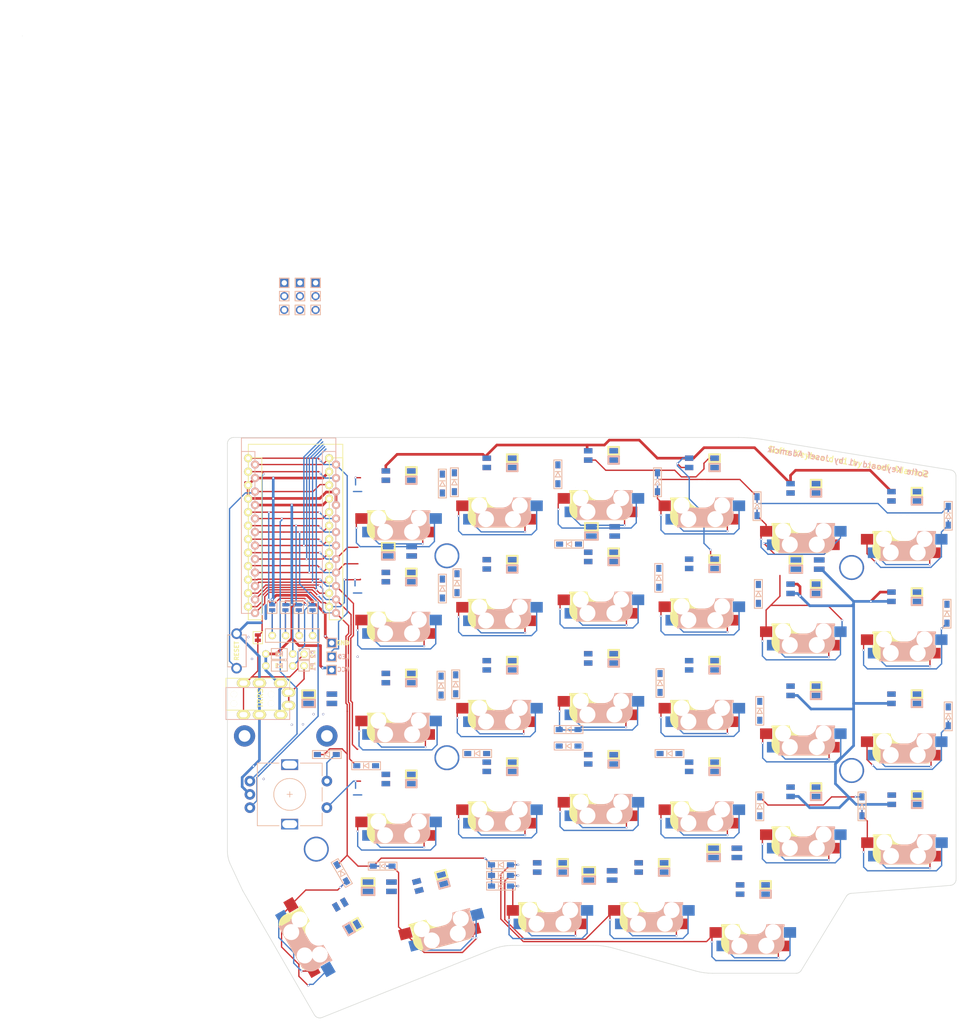
<source format=kicad_pcb>
(kicad_pcb (version 20171130) (host pcbnew "(5.1.6)-1")
  (layers (0 F.Cu signal) (31 B.Cu signal) (34 B.Paste user) (35 F.Paste user) (36 B.SilkS user) (37 F.SilkS user) (38 B.Mask user) (39 F.Mask user) (44 Edge.Cuts user))
  (net 0 "")
  (net 1 "Net-(D1-Pad2)")
  (net 2 row4)
  (net 3 "Net-(D2-Pad2)")
  (net 4 "Net-(D3-Pad2)")
  (net 5 row0)
  (net 6 "Net-(D4-Pad2)")
  (net 7 row1)
  (net 8 "Net-(D5-Pad2)")
  (net 9 row2)
  (net 10 "Net-(D6-Pad2)")
  (net 11 row3)
  (net 12 "Net-(D7-Pad2)")
  (net 13 "Net-(D8-Pad2)")
  (net 14 "Net-(D9-Pad2)")
  (net 15 "Net-(D10-Pad2)")
  (net 16 "Net-(D11-Pad2)")
  (net 17 "Net-(D12-Pad2)")
  (net 18 "Net-(D13-Pad2)")
  (net 19 "Net-(D14-Pad2)")
  (net 20 "Net-(D15-Pad2)")
  (net 21 "Net-(D16-Pad2)")
  (net 22 "Net-(D17-Pad2)")
  (net 23 "Net-(D18-Pad2)")
  (net 24 "Net-(D19-Pad2)")
  (net 25 "Net-(D20-Pad2)")
  (net 26 "Net-(D21-Pad2)")
  (net 27 "Net-(D22-Pad2)")
  (net 28 "Net-(D23-Pad2)")
  (net 29 "Net-(D24-Pad2)")
  (net 30 "Net-(D26-Pad2)")
  (net 31 "Net-(D27-Pad2)")
  (net 32 "Net-(D28-Pad2)")
  (net 33 VCC)
  (net 34 GND)
  (net 35 col0)
  (net 36 col1)
  (net 37 col2)
  (net 38 col3)
  (net 39 col4)
  (net 40 SDA)
  (net 41 LED)
  (net 42 SCL)
  (net 43 RESET)
  (net 44 "Net-(D29-Pad2)")
  (net 45 "Net-(U1-Pad24)")
  (net 46 "Net-(U1-Pad7)")
  (net 47 DATA)
  (net 48 "Net-(J3-Pad1)")
  (net 49 "Net-(J3-Pad2)")
  (net 50 "Net-(J3-Pad3)")
  (net 51 "Net-(J3-Pad4)")
  (net 52 "Net-(D30-Pad2)")
  (net 53 SW25B)
  (net 54 SW25A)
  (net 55 ENCB)
  (net 56 ENCA)
  (net 57 /i2c_c)
  (net 58 /i2c_d)
  (net 59 "Net-(D31-Pad1)")
  (net 60 "Net-(D31-Pad3)")
  (net 61 "Net-(D32-Pad3)")
  (net 62 /underglow)
  (net 63 "Net-(D34-Pad1)")
  (net 64 "Net-(D35-Pad1)")
  (net 65 "Net-(D36-Pad1)")
  (net 66 lights)
  (net 67 "Net-(D37-Pad3)")
  (net 68 /backlight)
  (net 69 "Net-(J5-Pad3)")
  (net 70 "Net-(SW1-Pad3)")
  (net 71 "Net-(SW1-Pad1)")
  (net 72 "Net-(SW2-Pad3)")
  (net 73 "Net-(SW3-Pad3)")
  (net 74 "Net-(SW3-Pad1)")
  (net 75 "Net-(SW10-Pad1)")
  (net 76 "Net-(SW5-Pad3)")
  (net 77 "Net-(SW11-Pad3)")
  (net 78 "Net-(SW12-Pad1)")
  (net 79 "Net-(SW13-Pad3)")
  (net 80 "Net-(SW14-Pad1)")
  (net 81 "Net-(SW15-Pad3)")
  (net 82 "Net-(SW10-Pad3)")
  (net 83 "Net-(SW11-Pad1)")
  (net 84 "Net-(SW12-Pad3)")
  (net 85 "Net-(SW13-Pad1)")
  (net 86 "Net-(SW14-Pad3)")
  (net 87 "Net-(SW15-Pad1)")
  (net 88 "Net-(SW16-Pad3)")
  (net 89 "Net-(SW17-Pad1)")
  (net 90 "Net-(SW18-Pad3)")
  (net 91 "Net-(SW19-Pad1)")
  (net 92 "Net-(SW20-Pad3)")
  (net 93 "Net-(SW21-Pad1)")
  (net 94 "Net-(SW22-Pad3)")
  (net 95 "Net-(SW23-Pad1)")
  (net 96 "Net-(SW24-Pad3)")
  (net 97 "Net-(SW26-Pad3)")
  (net 98 "Net-(SW28-Pad3)")
  (module Diode_SMD:crkbd-diode (layer F.Cu) (at 139.775 117.75)
    (fp_text reference D30 hide)
    (fp_text value D hide)
    (pad 1 smd rect (at -1.775 0) (size 1.3 0.95) (layers F.Cu F.Paste F.Mask) (net 2 row4))
    (pad 2 smd rect (at 1.775 0) (size 1.3 0.95) (layers B.Cu B.Paste B.Mask) (net 52 "Net-(D30-Pad2)"))
    (pad 1 smd rect (at -1.775 0) (size 1.3 0.95) (layers B.Cu B.Paste B.Mask) (net 2 row4))
    (pad 2 smd rect (at 1.775 0) (size 1.3 0.95) (layers F.Cu F.Paste F.Mask) (net 52 "Net-(D30-Pad2)"))
  )
  (module Diode_SMD:crkbd-diode (layer F.Cu) (at 139.775 119.75)
    (fp_text reference D29 hide)
    (fp_text value D hide)
    (pad 1 smd rect (at -1.775 0) (size 1.3 0.95) (layers F.Cu F.Paste F.Mask) (net 2 row4))
    (pad 2 smd rect (at 1.775 0) (size 1.3 0.95) (layers B.Cu B.Paste B.Mask) (net 44 "Net-(D29-Pad2)"))
    (pad 1 smd rect (at -1.775 0) (size 1.3 0.95) (layers B.Cu B.Paste B.Mask) (net 2 row4))
    (pad 2 smd rect (at 1.775 0) (size 1.3 0.95) (layers F.Cu F.Paste F.Mask) (net 44 "Net-(D29-Pad2)"))
  )
  (module Diode_SMD:crkbd-diode (layer F.Cu) (at 139.775 121.75)
    (fp_text reference D28 hide)
    (fp_text value D hide)
    (pad 1 smd rect (at -1.775 0) (size 1.3 0.95) (layers F.Cu F.Paste F.Mask) (net 2 row4))
    (pad 2 smd rect (at 1.775 0) (size 1.3 0.95) (layers B.Cu B.Paste B.Mask) (net 32 "Net-(D28-Pad2)"))
    (pad 1 smd rect (at -1.775 0) (size 1.3 0.95) (layers B.Cu B.Paste B.Mask) (net 2 row4))
    (pad 2 smd rect (at 1.775 0) (size 1.3 0.95) (layers F.Cu F.Paste F.Mask) (net 32 "Net-(D28-Pad2)"))
  )
  (module Diode_SMD:crkbd-diode (layer F.Cu) (at 117.5 118)
    (fp_text reference D27 hide)
    (fp_text value D hide)
    (pad 1 smd rect (at -1.775 0) (size 1.3 0.95) (layers F.Cu F.Paste F.Mask) (net 2 row4))
    (pad 2 smd rect (at 1.775 0) (size 1.3 0.95) (layers B.Cu B.Paste B.Mask) (net 31 "Net-(D27-Pad2)"))
    (pad 1 smd rect (at -1.775 0) (size 1.3 0.95) (layers B.Cu B.Paste B.Mask) (net 2 row4))
    (pad 2 smd rect (at 1.775 0) (size 1.3 0.95) (layers F.Cu F.Paste F.Mask) (net 31 "Net-(D27-Pad2)"))
  )
  (module Diode_SMD:crkbd-diode (layer F.Cu) (at 109.8 119.3 300)
    (fp_text reference D26 hide)
    (fp_text value D hide)
    (pad 1 smd rect (at -1.775 0 300) (size 1.3 0.95) (layers F.Cu F.Paste F.Mask) (net 2 row4))
    (pad 2 smd rect (at 1.775 0 300) (size 1.3 0.95) (layers B.Cu B.Paste B.Mask) (net 30 "Net-(D26-Pad2)"))
    (pad 1 smd rect (at -1.775 0 300) (size 1.3 0.95) (layers B.Cu B.Paste B.Mask) (net 2 row4))
    (pad 2 smd rect (at 1.775 0 300) (size 1.3 0.95) (layers F.Cu F.Paste F.Mask) (net 30 "Net-(D26-Pad2)"))
  )
  (module Diode_SMD:crkbd-diode (layer F.Cu) (at 107 97)
    (fp_text reference D25 hide)
    (fp_text value D hide)
    (pad 1 smd rect (at -1.775 0) (size 1.3 0.95) (layers F.Cu F.Paste F.Mask) (net 2 row4))
    (pad 2 smd rect (at 1.775 0) (size 1.3 0.95) (layers B.Cu B.Paste B.Mask) (net 53 SW25B))
    (pad 1 smd rect (at -1.775 0) (size 1.3 0.95) (layers B.Cu B.Paste B.Mask) (net 2 row4))
    (pad 2 smd rect (at 1.775 0) (size 1.3 0.95) (layers F.Cu F.Paste F.Mask) (net 53 SW25B))
  )
  (module Diode_SMD:crkbd-diode (layer F.Cu) (at 207.75 106.75 270)
    (fp_text reference D24 hide)
    (fp_text value D hide)
    (pad 1 smd rect (at -1.775 0 270) (size 1.3 0.95) (layers F.Cu F.Paste F.Mask) (net 11 row3))
    (pad 2 smd rect (at 1.775 0 270) (size 1.3 0.95) (layers B.Cu B.Paste B.Mask) (net 29 "Net-(D24-Pad2)"))
    (pad 1 smd rect (at -1.775 0 270) (size 1.3 0.95) (layers B.Cu B.Paste B.Mask) (net 11 row3))
    (pad 2 smd rect (at 1.775 0 270) (size 1.3 0.95) (layers F.Cu F.Paste F.Mask) (net 29 "Net-(D24-Pad2)"))
  )
  (module Diode_SMD:crkbd-diode (layer F.Cu) (at 188.5 106.75 270)
    (fp_text reference D23 hide)
    (fp_text value D hide)
    (pad 1 smd rect (at -1.775 0 270) (size 1.3 0.95) (layers F.Cu F.Paste F.Mask) (net 11 row3))
    (pad 2 smd rect (at 1.775 0 270) (size 1.3 0.95) (layers B.Cu B.Paste B.Mask) (net 28 "Net-(D23-Pad2)"))
    (pad 1 smd rect (at -1.775 0 270) (size 1.3 0.95) (layers B.Cu B.Paste B.Mask) (net 11 row3))
    (pad 2 smd rect (at 1.775 0 270) (size 1.3 0.95) (layers F.Cu F.Paste F.Mask) (net 28 "Net-(D23-Pad2)"))
  )
  (module Diode_SMD:crkbd-diode (layer F.Cu) (at 171.5 96.8)
    (fp_text reference D22 hide)
    (fp_text value D hide)
    (pad 1 smd rect (at -1.775 0) (size 1.3 0.95) (layers F.Cu F.Paste F.Mask) (net 11 row3))
    (pad 2 smd rect (at 1.775 0) (size 1.3 0.95) (layers B.Cu B.Paste B.Mask) (net 27 "Net-(D22-Pad2)"))
    (pad 1 smd rect (at -1.775 0) (size 1.3 0.95) (layers B.Cu B.Paste B.Mask) (net 11 row3))
    (pad 2 smd rect (at 1.775 0) (size 1.3 0.95) (layers F.Cu F.Paste F.Mask) (net 27 "Net-(D22-Pad2)"))
  )
  (module Diode_SMD:crkbd-diode (layer F.Cu) (at 152.5 95.4)
    (fp_text reference D21 hide)
    (fp_text value D hide)
    (pad 1 smd rect (at -1.775 0) (size 1.3 0.95) (layers F.Cu F.Paste F.Mask) (net 11 row3))
    (pad 2 smd rect (at 1.775 0) (size 1.3 0.95) (layers B.Cu B.Paste B.Mask) (net 26 "Net-(D21-Pad2)"))
    (pad 1 smd rect (at -1.775 0) (size 1.3 0.95) (layers B.Cu B.Paste B.Mask) (net 11 row3))
    (pad 2 smd rect (at 1.775 0) (size 1.3 0.95) (layers F.Cu F.Paste F.Mask) (net 26 "Net-(D21-Pad2)"))
  )
  (module Diode_SMD:crkbd-diode (layer F.Cu) (at 135.3 96.8)
    (fp_text reference D20 hide)
    (fp_text value D hide)
    (pad 1 smd rect (at -1.775 0) (size 1.3 0.95) (layers F.Cu F.Paste F.Mask) (net 11 row3))
    (pad 2 smd rect (at 1.775 0) (size 1.3 0.95) (layers B.Cu B.Paste B.Mask) (net 25 "Net-(D20-Pad2)"))
    (pad 1 smd rect (at -1.775 0) (size 1.3 0.95) (layers B.Cu B.Paste B.Mask) (net 11 row3))
    (pad 2 smd rect (at 1.775 0) (size 1.3 0.95) (layers F.Cu F.Paste F.Mask) (net 25 "Net-(D20-Pad2)"))
  )
  (module Diode_SMD:crkbd-diode (layer F.Cu) (at 114.4 99.1)
    (fp_text reference D19 hide)
    (fp_text value D hide)
    (pad 1 smd rect (at -1.775 0) (size 1.3 0.95) (layers F.Cu F.Paste F.Mask) (net 11 row3))
    (pad 2 smd rect (at 1.775 0) (size 1.3 0.95) (layers B.Cu B.Paste B.Mask) (net 24 "Net-(D19-Pad2)"))
    (pad 1 smd rect (at -1.775 0) (size 1.3 0.95) (layers B.Cu B.Paste B.Mask) (net 11 row3))
    (pad 2 smd rect (at 1.775 0) (size 1.3 0.95) (layers F.Cu F.Paste F.Mask) (net 24 "Net-(D19-Pad2)"))
  )
  (module Diode_SMD:crkbd-diode (layer F.Cu) (at 224 89.8 270)
    (fp_text reference D18 hide)
    (fp_text value D hide)
    (pad 1 smd rect (at -1.775 0 270) (size 1.3 0.95) (layers F.Cu F.Paste F.Mask) (net 9 row2))
    (pad 2 smd rect (at 1.775 0 270) (size 1.3 0.95) (layers B.Cu B.Paste B.Mask) (net 23 "Net-(D18-Pad2)"))
    (pad 1 smd rect (at -1.775 0 270) (size 1.3 0.95) (layers B.Cu B.Paste B.Mask) (net 9 row2))
    (pad 2 smd rect (at 1.775 0 270) (size 1.3 0.95) (layers F.Cu F.Paste F.Mask) (net 23 "Net-(D18-Pad2)"))
  )
  (module Diode_SMD:crkbd-diode (layer F.Cu) (at 188.5 88.775 270)
    (fp_text reference D17 hide)
    (fp_text value D hide)
    (pad 1 smd rect (at -1.775 0 270) (size 1.3 0.95) (layers F.Cu F.Paste F.Mask) (net 9 row2))
    (pad 2 smd rect (at 1.775 0 270) (size 1.3 0.95) (layers B.Cu B.Paste B.Mask) (net 22 "Net-(D17-Pad2)"))
    (pad 1 smd rect (at -1.775 0 270) (size 1.3 0.95) (layers B.Cu B.Paste B.Mask) (net 9 row2))
    (pad 2 smd rect (at 1.775 0 270) (size 1.3 0.95) (layers F.Cu F.Paste F.Mask) (net 22 "Net-(D17-Pad2)"))
  )
  (module Diode_SMD:crkbd-diode (layer F.Cu) (at 169.725 83.525 270)
    (fp_text reference D16 hide)
    (fp_text value D hide)
    (pad 1 smd rect (at -1.775 0 270) (size 1.3 0.95) (layers F.Cu F.Paste F.Mask) (net 9 row2))
    (pad 2 smd rect (at 1.775 0 270) (size 1.3 0.95) (layers B.Cu B.Paste B.Mask) (net 21 "Net-(D16-Pad2)"))
    (pad 1 smd rect (at -1.775 0 270) (size 1.3 0.95) (layers B.Cu B.Paste B.Mask) (net 9 row2))
    (pad 2 smd rect (at 1.775 0 270) (size 1.3 0.95) (layers F.Cu F.Paste F.Mask) (net 21 "Net-(D16-Pad2)"))
  )
  (module Diode_SMD:crkbd-diode (layer F.Cu) (at 152.5 92.3)
    (fp_text reference D15 hide)
    (fp_text value D hide)
    (pad 1 smd rect (at -1.775 0) (size 1.3 0.95) (layers F.Cu F.Paste F.Mask) (net 9 row2))
    (pad 2 smd rect (at 1.775 0) (size 1.3 0.95) (layers B.Cu B.Paste B.Mask) (net 20 "Net-(D15-Pad2)"))
    (pad 1 smd rect (at -1.775 0) (size 1.3 0.95) (layers B.Cu B.Paste B.Mask) (net 9 row2))
    (pad 2 smd rect (at 1.775 0) (size 1.3 0.95) (layers F.Cu F.Paste F.Mask) (net 20 "Net-(D15-Pad2)"))
  )
  (module Diode_SMD:crkbd-diode (layer F.Cu) (at 131.25 83.775 270)
    (fp_text reference D14 hide)
    (fp_text value D hide)
    (pad 1 smd rect (at -1.775 0 270) (size 1.3 0.95) (layers F.Cu F.Paste F.Mask) (net 9 row2))
    (pad 2 smd rect (at 1.775 0 270) (size 1.3 0.95) (layers B.Cu B.Paste B.Mask) (net 19 "Net-(D14-Pad2)"))
    (pad 1 smd rect (at -1.775 0 270) (size 1.3 0.95) (layers B.Cu B.Paste B.Mask) (net 9 row2))
    (pad 2 smd rect (at 1.775 0 270) (size 1.3 0.95) (layers F.Cu F.Paste F.Mask) (net 19 "Net-(D14-Pad2)"))
  )
  (module Diode_SMD:crkbd-diode (layer F.Cu) (at 128.5 84.025 270)
    (fp_text reference D13 hide)
    (fp_text value D hide)
    (pad 1 smd rect (at -1.775 0 270) (size 1.3 0.95) (layers F.Cu F.Paste F.Mask) (net 9 row2))
    (pad 2 smd rect (at 1.775 0 270) (size 1.3 0.95) (layers B.Cu B.Paste B.Mask) (net 18 "Net-(D13-Pad2)"))
    (pad 1 smd rect (at -1.775 0 270) (size 1.3 0.95) (layers B.Cu B.Paste B.Mask) (net 9 row2))
    (pad 2 smd rect (at 1.775 0 270) (size 1.3 0.95) (layers F.Cu F.Paste F.Mask) (net 18 "Net-(D13-Pad2)"))
  )
  (module Diode_SMD:crkbd-diode (layer F.Cu) (at 223.75 70.5 270)
    (fp_text reference D12 hide)
    (fp_text value D hide)
    (pad 1 smd rect (at -1.775 0 270) (size 1.3 0.95) (layers F.Cu F.Paste F.Mask) (net 7 row1))
    (pad 2 smd rect (at 1.775 0 270) (size 1.3 0.95) (layers B.Cu B.Paste B.Mask) (net 17 "Net-(D12-Pad2)"))
    (pad 1 smd rect (at -1.775 0 270) (size 1.3 0.95) (layers B.Cu B.Paste B.Mask) (net 7 row1))
    (pad 2 smd rect (at 1.775 0 270) (size 1.3 0.95) (layers F.Cu F.Paste F.Mask) (net 17 "Net-(D12-Pad2)"))
  )
  (module Diode_SMD:crkbd-diode (layer F.Cu) (at 188.25 66.775 270)
    (fp_text reference D11 hide)
    (fp_text value D hide)
    (pad 1 smd rect (at -1.775 0 270) (size 1.3 0.95) (layers F.Cu F.Paste F.Mask) (net 7 row1))
    (pad 2 smd rect (at 1.775 0 270) (size 1.3 0.95) (layers B.Cu B.Paste B.Mask) (net 16 "Net-(D11-Pad2)"))
    (pad 1 smd rect (at -1.775 0 270) (size 1.3 0.95) (layers B.Cu B.Paste B.Mask) (net 7 row1))
    (pad 2 smd rect (at 1.775 0 270) (size 1.3 0.95) (layers F.Cu F.Paste F.Mask) (net 16 "Net-(D11-Pad2)"))
  )
  (module Diode_SMD:crkbd-diode (layer F.Cu) (at 169.5 63.75 270)
    (fp_text reference D10 hide)
    (fp_text value D hide)
    (pad 1 smd rect (at -1.775 0 270) (size 1.3 0.95) (layers F.Cu F.Paste F.Mask) (net 7 row1))
    (pad 2 smd rect (at 1.775 0 270) (size 1.3 0.95) (layers B.Cu B.Paste B.Mask) (net 15 "Net-(D10-Pad2)"))
    (pad 1 smd rect (at -1.775 0 270) (size 1.3 0.95) (layers B.Cu B.Paste B.Mask) (net 7 row1))
    (pad 2 smd rect (at 1.775 0 270) (size 1.3 0.95) (layers F.Cu F.Paste F.Mask) (net 15 "Net-(D10-Pad2)"))
  )
  (module Diode_SMD:crkbd-diode (layer F.Cu) (at 152.6 57.4)
    (fp_text reference D9 hide)
    (fp_text value D hide)
    (pad 1 smd rect (at -1.775 0) (size 1.3 0.95) (layers F.Cu F.Paste F.Mask) (net 7 row1))
    (pad 2 smd rect (at 1.775 0) (size 1.3 0.95) (layers B.Cu B.Paste B.Mask) (net 14 "Net-(D9-Pad2)"))
    (pad 1 smd rect (at -1.775 0) (size 1.3 0.95) (layers B.Cu B.Paste B.Mask) (net 7 row1))
    (pad 2 smd rect (at 1.775 0) (size 1.3 0.95) (layers F.Cu F.Paste F.Mask) (net 14 "Net-(D9-Pad2)"))
  )
  (module Diode_SMD:crkbd-diode (layer F.Cu) (at 131.5 64.75 270)
    (fp_text reference D8 hide)
    (fp_text value D hide)
    (pad 1 smd rect (at -1.775 0 270) (size 1.3 0.95) (layers F.Cu F.Paste F.Mask) (net 7 row1))
    (pad 2 smd rect (at 1.775 0 270) (size 1.3 0.95) (layers B.Cu B.Paste B.Mask) (net 13 "Net-(D8-Pad2)"))
    (pad 1 smd rect (at -1.775 0 270) (size 1.3 0.95) (layers B.Cu B.Paste B.Mask) (net 7 row1))
    (pad 2 smd rect (at 1.775 0 270) (size 1.3 0.95) (layers F.Cu F.Paste F.Mask) (net 13 "Net-(D8-Pad2)"))
  )
  (module Diode_SMD:crkbd-diode (layer F.Cu) (at 128.75 65.75 270)
    (fp_text reference D7 hide)
    (fp_text value D hide)
    (pad 1 smd rect (at -1.775 0 270) (size 1.3 0.95) (layers F.Cu F.Paste F.Mask) (net 7 row1))
    (pad 2 smd rect (at 1.775 0 270) (size 1.3 0.95) (layers B.Cu B.Paste B.Mask) (net 12 "Net-(D7-Pad2)"))
    (pad 1 smd rect (at -1.775 0 270) (size 1.3 0.95) (layers B.Cu B.Paste B.Mask) (net 7 row1))
    (pad 2 smd rect (at 1.775 0 270) (size 1.3 0.95) (layers F.Cu F.Paste F.Mask) (net 12 "Net-(D7-Pad2)"))
  )
  (module Diode_SMD:crkbd-diode (layer F.Cu) (at 224 52.05 270)
    (fp_text reference D6 hide)
    (fp_text value D hide)
    (pad 1 smd rect (at -1.775 0 270) (size 1.3 0.95) (layers F.Cu F.Paste F.Mask) (net 5 row0))
    (pad 2 smd rect (at 1.775 0 270) (size 1.3 0.95) (layers B.Cu B.Paste B.Mask) (net 10 "Net-(D6-Pad2)"))
    (pad 1 smd rect (at -1.775 0 270) (size 1.3 0.95) (layers B.Cu B.Paste B.Mask) (net 5 row0))
    (pad 2 smd rect (at 1.775 0 270) (size 1.3 0.95) (layers F.Cu F.Paste F.Mask) (net 10 "Net-(D6-Pad2)"))
  )
  (module Diode_SMD:crkbd-diode (layer F.Cu) (at 188 50.25 270)
    (fp_text reference D5 hide)
    (fp_text value D hide)
    (pad 1 smd rect (at -1.775 0 270) (size 1.3 0.95) (layers F.Cu F.Paste F.Mask) (net 5 row0))
    (pad 2 smd rect (at 1.775 0 270) (size 1.3 0.95) (layers B.Cu B.Paste B.Mask) (net 8 "Net-(D5-Pad2)"))
    (pad 1 smd rect (at -1.775 0 270) (size 1.3 0.95) (layers B.Cu B.Paste B.Mask) (net 5 row0))
    (pad 2 smd rect (at 1.775 0 270) (size 1.3 0.95) (layers F.Cu F.Paste F.Mask) (net 8 "Net-(D5-Pad2)"))
  )
  (module Diode_SMD:crkbd-diode (layer F.Cu) (at 169.25 45.75 270)
    (fp_text reference D4 hide)
    (fp_text value D hide)
    (pad 1 smd rect (at -1.775 0 270) (size 1.3 0.95) (layers F.Cu F.Paste F.Mask) (net 5 row0))
    (pad 2 smd rect (at 1.775 0 270) (size 1.3 0.95) (layers B.Cu B.Paste B.Mask) (net 6 "Net-(D4-Pad2)"))
    (pad 1 smd rect (at -1.775 0 270) (size 1.3 0.95) (layers B.Cu B.Paste B.Mask) (net 5 row0))
    (pad 2 smd rect (at 1.775 0 270) (size 1.3 0.95) (layers F.Cu F.Paste F.Mask) (net 6 "Net-(D4-Pad2)"))
  )
  (module Diode_SMD:crkbd-diode (layer F.Cu) (at 150.5 44.25 270)
    (fp_text reference D3 hide)
    (fp_text value D hide)
    (pad 1 smd rect (at -1.775 0 270) (size 1.3 0.95) (layers F.Cu F.Paste F.Mask) (net 5 row0))
    (pad 2 smd rect (at 1.775 0 270) (size 1.3 0.95) (layers B.Cu B.Paste B.Mask) (net 4 "Net-(D3-Pad2)"))
    (pad 1 smd rect (at -1.775 0 270) (size 1.3 0.95) (layers B.Cu B.Paste B.Mask) (net 5 row0))
    (pad 2 smd rect (at 1.775 0 270) (size 1.3 0.95) (layers F.Cu F.Paste F.Mask) (net 4 "Net-(D3-Pad2)"))
  )
  (module Diode_SMD:crkbd-diode (layer F.Cu) (at 131 45.75 270)
    (fp_text reference D2 hide)
    (fp_text value D hide)
    (pad 1 smd rect (at -1.775 0 270) (size 1.3 0.95) (layers F.Cu F.Paste F.Mask) (net 5 row0))
    (pad 2 smd rect (at 1.775 0 270) (size 1.3 0.95) (layers B.Cu B.Paste B.Mask) (net 3 "Net-(D2-Pad2)"))
    (pad 1 smd rect (at -1.775 0 270) (size 1.3 0.95) (layers B.Cu B.Paste B.Mask) (net 5 row0))
    (pad 2 smd rect (at 1.775 0 270) (size 1.3 0.95) (layers F.Cu F.Paste F.Mask) (net 3 "Net-(D2-Pad2)"))
  )
  (module Diode_SMD:crkbd-diode (layer F.Cu) (at 128.75 46 270)
    (fp_text reference D1 hide)
    (fp_text value D hide)
    (pad 1 smd rect (at -1.775 0 270) (size 1.3 0.95) (layers F.Cu F.Paste F.Mask) (net 5 row0))
    (pad 2 smd rect (at 1.775 0 270) (size 1.3 0.95) (layers B.Cu B.Paste B.Mask) (net 1 "Net-(D1-Pad2)"))
    (pad 1 smd rect (at -1.775 0 270) (size 1.3 0.95) (layers B.Cu B.Paste B.Mask) (net 5 row0))
    (pad 2 smd rect (at 1.775 0 270) (size 1.3 0.95) (layers F.Cu F.Paste F.Mask) (net 1 "Net-(D1-Pad2)"))
  )
  (module Button_Switch_Keyboard:SK6812MINI_and_cherry (layer F.Cu) (at 187.2 127.9 180)
    (fp_text reference SW30 hide)
    (fp_text value SW_PUSH-MX_W_LED hide)
    (pad 5 smd rect (at -7 -2.58) (size 2.3 2) (layers B.Cu B.Paste B.Mask) (net 52 "Net-(D30-Pad2)"))
    (pad "" np_thru_hole circle (at -5.08 0 180) (size 1.9 1.9) (drill 1.9) (layers *.Cu *.Mask))
    (pad "" np_thru_hole circle (at 3.81 -2.540001) (size 3 3) (drill 3) (layers *.Cu *.Mask))
    (pad "" np_thru_hole circle (at 5.08 0 180) (size 1.9 1.9) (drill 1.9) (layers *.Cu *.Mask))
    (pad "" np_thru_hole circle (at 4.5 0 180) (size 1.7 1.7) (drill 1.7) (layers *.Cu *.Mask))
    (pad "" np_thru_hole circle (at -2.54 -5.08) (size 3 3) (drill 3) (layers *.Cu *.Mask))
    (pad 6 smd rect (at -5.7 -5.12) (size 2.3 2) (layers F.Cu F.Mask) (net 35 col0))
    (pad 5 smd rect (at 7 -2.58) (size 2.3 2) (layers F.Cu F.Paste F.Mask) (net 52 "Net-(D30-Pad2)"))
    (pad "" np_thru_hole circle (at -4.5 0 180) (size 1.7 1.7) (drill 1.7) (layers *.Cu *.Mask))
    (pad "" np_thru_hole circle (at -3.81 -2.54) (size 3 3) (drill 3) (layers *.Cu *.Mask))
    (pad 6 smd rect (at 5.7 -5.12) (size 2.3 2) (layers B.Cu B.Paste B.Mask) (net 35 col0))
    (pad "" np_thru_hole circle (at 0 0 270) (size 4.1 4.1) (drill 4.1) (layers *.Cu *.Mask))
    (pad "" np_thru_hole circle (at 2.54 -5.08) (size 3 3) (drill 3) (layers *.Cu *.Mask))
    (pad 4 smd rect (at 2.4 6.375 180) (size 1.6 1) (layers F.Cu F.Paste F.Mask) (net 33 VCC))
    (pad 3 smd rect (at 2.4 4.625 180) (size 1.6 1) (layers F.Cu F.Paste F.Mask) (net 68 /backlight))
    (pad 1 smd rect (at -2.4 6.375 180) (size 1.6 1) (layers F.Cu F.Paste F.Mask) (net 96 "Net-(SW24-Pad3)"))
    (pad 2 smd rect (at -2.4 4.625 180) (size 1.6 1) (layers F.Cu F.Paste F.Mask) (net 34 GND))
    (pad 3 smd rect (at 2.4 6.375 180) (size 1.6 1) (layers B.Cu B.Paste B.Mask) (net 68 /backlight))
    (pad 4 smd rect (at 2.4 4.625 180) (size 1.6 1) (layers B.Cu B.Paste B.Mask) (net 33 VCC))
    (pad 1 smd rect (at -2.4 4.625 180) (size 1.6 1) (layers B.Cu B.Paste B.Mask) (net 96 "Net-(SW24-Pad3)"))
    (pad 2 smd rect (at -2.4 6.375 180) (size 1.6 1) (layers B.Cu B.Paste B.Mask) (net 34 GND))
  )
  (module Button_Switch_Keyboard:SK6812MINI_and_cherry (layer F.Cu) (at 168.1 123.75 180)
    (fp_text reference SW29 hide)
    (fp_text value SW_PUSH-MX_W_LED hide)
    (pad 5 smd rect (at -7 -2.58) (size 2.3 2) (layers B.Cu B.Paste B.Mask) (net 44 "Net-(D29-Pad2)"))
    (pad "" np_thru_hole circle (at -5.08 0 180) (size 1.9 1.9) (drill 1.9) (layers *.Cu *.Mask))
    (pad "" np_thru_hole circle (at 3.81 -2.540001) (size 3 3) (drill 3) (layers *.Cu *.Mask))
    (pad "" np_thru_hole circle (at 5.08 0 180) (size 1.9 1.9) (drill 1.9) (layers *.Cu *.Mask))
    (pad "" np_thru_hole circle (at 4.5 0 180) (size 1.7 1.7) (drill 1.7) (layers *.Cu *.Mask))
    (pad "" np_thru_hole circle (at -2.54 -5.08) (size 3 3) (drill 3) (layers *.Cu *.Mask))
    (pad 6 smd rect (at -5.7 -5.12) (size 2.3 2) (layers F.Cu F.Mask) (net 36 col1))
    (pad 5 smd rect (at 7 -2.58) (size 2.3 2) (layers F.Cu F.Paste F.Mask) (net 44 "Net-(D29-Pad2)"))
    (pad "" np_thru_hole circle (at -4.5 0 180) (size 1.7 1.7) (drill 1.7) (layers *.Cu *.Mask))
    (pad "" np_thru_hole circle (at -3.81 -2.54) (size 3 3) (drill 3) (layers *.Cu *.Mask))
    (pad 6 smd rect (at 5.7 -5.12) (size 2.3 2) (layers B.Cu B.Paste B.Mask) (net 36 col1))
    (pad "" np_thru_hole circle (at 0 0 270) (size 4.1 4.1) (drill 4.1) (layers *.Cu *.Mask))
    (pad "" np_thru_hole circle (at 2.54 -5.08) (size 3 3) (drill 3) (layers *.Cu *.Mask))
    (pad 4 smd rect (at 2.4 6.375 180) (size 1.6 1) (layers F.Cu F.Paste F.Mask) (net 33 VCC))
    (pad 3 smd rect (at 2.4 4.625 180) (size 1.6 1) (layers F.Cu F.Paste F.Mask) (net 95 "Net-(SW23-Pad1)"))
    (pad 1 smd rect (at -2.4 6.375 180) (size 1.6 1) (layers F.Cu F.Paste F.Mask) (net 98 "Net-(SW28-Pad3)"))
    (pad 2 smd rect (at -2.4 4.625 180) (size 1.6 1) (layers F.Cu F.Paste F.Mask) (net 34 GND))
    (pad 3 smd rect (at 2.4 6.375 180) (size 1.6 1) (layers B.Cu B.Paste B.Mask) (net 95 "Net-(SW23-Pad1)"))
    (pad 4 smd rect (at 2.4 4.625 180) (size 1.6 1) (layers B.Cu B.Paste B.Mask) (net 33 VCC))
    (pad 1 smd rect (at -2.4 4.625 180) (size 1.6 1) (layers B.Cu B.Paste B.Mask) (net 98 "Net-(SW28-Pad3)"))
    (pad 2 smd rect (at -2.4 6.375 180) (size 1.6 1) (layers B.Cu B.Paste B.Mask) (net 34 GND))
  )
  (module Button_Switch_Keyboard:SK6812MINI_and_cherry (layer F.Cu) (at 149 123.75 180)
    (fp_text reference SW28 hide)
    (fp_text value SW_PUSH-MX_W_LED hide)
    (pad 5 smd rect (at -7 -2.58) (size 2.3 2) (layers B.Cu B.Paste B.Mask) (net 32 "Net-(D28-Pad2)"))
    (pad "" np_thru_hole circle (at -5.08 0 180) (size 1.9 1.9) (drill 1.9) (layers *.Cu *.Mask))
    (pad "" np_thru_hole circle (at 3.81 -2.540001) (size 3 3) (drill 3) (layers *.Cu *.Mask))
    (pad "" np_thru_hole circle (at 5.08 0 180) (size 1.9 1.9) (drill 1.9) (layers *.Cu *.Mask))
    (pad "" np_thru_hole circle (at 4.5 0 180) (size 1.7 1.7) (drill 1.7) (layers *.Cu *.Mask))
    (pad "" np_thru_hole circle (at -2.54 -5.08) (size 3 3) (drill 3) (layers *.Cu *.Mask))
    (pad 6 smd rect (at -5.7 -5.12) (size 2.3 2) (layers F.Cu F.Mask) (net 37 col2))
    (pad 5 smd rect (at 7 -2.58) (size 2.3 2) (layers F.Cu F.Paste F.Mask) (net 32 "Net-(D28-Pad2)"))
    (pad "" np_thru_hole circle (at -4.5 0 180) (size 1.7 1.7) (drill 1.7) (layers *.Cu *.Mask))
    (pad "" np_thru_hole circle (at -3.81 -2.54) (size 3 3) (drill 3) (layers *.Cu *.Mask))
    (pad 6 smd rect (at 5.7 -5.12) (size 2.3 2) (layers B.Cu B.Paste B.Mask) (net 37 col2))
    (pad "" np_thru_hole circle (at 0 0 270) (size 4.1 4.1) (drill 4.1) (layers *.Cu *.Mask))
    (pad "" np_thru_hole circle (at 2.54 -5.08) (size 3 3) (drill 3) (layers *.Cu *.Mask))
    (pad 4 smd rect (at 2.4 6.375 180) (size 1.6 1) (layers F.Cu F.Paste F.Mask) (net 33 VCC))
    (pad 3 smd rect (at 2.4 4.625 180) (size 1.6 1) (layers F.Cu F.Paste F.Mask) (net 98 "Net-(SW28-Pad3)"))
    (pad 1 smd rect (at -2.4 6.375 180) (size 1.6 1) (layers F.Cu F.Paste F.Mask) (net 94 "Net-(SW22-Pad3)"))
    (pad 2 smd rect (at -2.4 4.625 180) (size 1.6 1) (layers F.Cu F.Paste F.Mask) (net 34 GND))
    (pad 3 smd rect (at 2.4 6.375 180) (size 1.6 1) (layers B.Cu B.Paste B.Mask) (net 98 "Net-(SW28-Pad3)"))
    (pad 4 smd rect (at 2.4 4.625 180) (size 1.6 1) (layers B.Cu B.Paste B.Mask) (net 33 VCC))
    (pad 1 smd rect (at -2.4 4.625 180) (size 1.6 1) (layers B.Cu B.Paste B.Mask) (net 94 "Net-(SW22-Pad3)"))
    (pad 2 smd rect (at -2.4 6.375 180) (size 1.6 1) (layers B.Cu B.Paste B.Mask) (net 34 GND))
  )
  (module Button_Switch_Keyboard:SK6812MINI_and_cherry (layer F.Cu) (at 127.88 126.42 195)
    (fp_text reference SW27 hide)
    (fp_text value SW_PUSH-MX_W_LED hide)
    (pad 5 smd rect (at -7 -2.58 15) (size 2.3 2) (layers B.Cu B.Paste B.Mask) (net 31 "Net-(D27-Pad2)"))
    (pad "" np_thru_hole circle (at -5.08 0 195) (size 1.9 1.9) (drill 1.9) (layers *.Cu *.Mask))
    (pad "" np_thru_hole circle (at 3.81 -2.540001 15) (size 3 3) (drill 3) (layers *.Cu *.Mask))
    (pad "" np_thru_hole circle (at 5.08 0 195) (size 1.9 1.9) (drill 1.9) (layers *.Cu *.Mask))
    (pad "" np_thru_hole circle (at 4.5 0 195) (size 1.7 1.7) (drill 1.7) (layers *.Cu *.Mask))
    (pad "" np_thru_hole circle (at -2.54 -5.08 15) (size 3 3) (drill 3) (layers *.Cu *.Mask))
    (pad 6 smd rect (at -5.7 -5.12 15) (size 2.3 2) (layers F.Cu F.Mask) (net 38 col3))
    (pad 5 smd rect (at 7 -2.58 15) (size 2.3 2) (layers F.Cu F.Paste F.Mask) (net 31 "Net-(D27-Pad2)"))
    (pad "" np_thru_hole circle (at -4.5 0 195) (size 1.7 1.7) (drill 1.7) (layers *.Cu *.Mask))
    (pad "" np_thru_hole circle (at -3.81 -2.54 15) (size 3 3) (drill 3) (layers *.Cu *.Mask))
    (pad 6 smd rect (at 5.7 -5.12 15) (size 2.3 2) (layers B.Cu B.Paste B.Mask) (net 38 col3))
    (pad "" np_thru_hole circle (at 0 0 285) (size 4.1 4.1) (drill 4.1) (layers *.Cu *.Mask))
    (pad "" np_thru_hole circle (at 2.54 -5.08 15) (size 3 3) (drill 3) (layers *.Cu *.Mask))
    (pad 4 smd rect (at 2.4 6.375 195) (size 1.6 1) (layers F.Cu F.Paste F.Mask) (net 33 VCC))
    (pad 3 smd rect (at 2.4 4.625 195) (size 1.6 1) (layers F.Cu F.Paste F.Mask) (net 93 "Net-(SW21-Pad1)"))
    (pad 1 smd rect (at -2.4 6.375 195) (size 1.6 1) (layers F.Cu F.Paste F.Mask) (net 97 "Net-(SW26-Pad3)"))
    (pad 2 smd rect (at -2.4 4.625 195) (size 1.6 1) (layers F.Cu F.Paste F.Mask) (net 34 GND))
    (pad 3 smd rect (at 2.4 6.375 195) (size 1.6 1) (layers B.Cu B.Paste B.Mask) (net 93 "Net-(SW21-Pad1)"))
    (pad 4 smd rect (at 2.4 4.625 195) (size 1.6 1) (layers B.Cu B.Paste B.Mask) (net 33 VCC))
    (pad 1 smd rect (at -2.4 4.625 195) (size 1.6 1) (layers B.Cu B.Paste B.Mask) (net 97 "Net-(SW26-Pad3)"))
    (pad 2 smd rect (at -2.4 6.375 195) (size 1.6 1) (layers B.Cu B.Paste B.Mask) (net 34 GND))
  )
  (module Button_Switch_Keyboard:SK6812MINI_and_cherry (layer F.Cu) (at 105.96 130.07 120)
    (fp_text reference SW26 hide)
    (fp_text value SW_PUSH-MX_W_LED hide)
    (pad 5 smd rect (at -7 -2.58 300) (size 2.3 2) (layers B.Cu B.Paste B.Mask) (net 30 "Net-(D26-Pad2)"))
    (pad "" np_thru_hole circle (at -5.08 0 120) (size 1.9 1.9) (drill 1.9) (layers *.Cu *.Mask))
    (pad "" np_thru_hole circle (at 3.81 -2.540001 300) (size 3 3) (drill 3) (layers *.Cu *.Mask))
    (pad "" np_thru_hole circle (at 5.08 0 120) (size 1.9 1.9) (drill 1.9) (layers *.Cu *.Mask))
    (pad "" np_thru_hole circle (at 4.5 0 120) (size 1.7 1.7) (drill 1.7) (layers *.Cu *.Mask))
    (pad "" np_thru_hole circle (at -2.54 -5.08 300) (size 3 3) (drill 3) (layers *.Cu *.Mask))
    (pad 6 smd rect (at -5.7 -5.12 300) (size 2.3 2) (layers F.Cu F.Mask) (net 39 col4))
    (pad 5 smd rect (at 7 -2.58 300) (size 2.3 2) (layers F.Cu F.Paste F.Mask) (net 30 "Net-(D26-Pad2)"))
    (pad "" np_thru_hole circle (at -4.5 0 120) (size 1.7 1.7) (drill 1.7) (layers *.Cu *.Mask))
    (pad "" np_thru_hole circle (at -3.81 -2.54 300) (size 3 3) (drill 3) (layers *.Cu *.Mask))
    (pad 6 smd rect (at 5.7 -5.12 300) (size 2.3 2) (layers B.Cu B.Paste B.Mask) (net 39 col4))
    (pad "" np_thru_hole circle (at 0 0 210) (size 4.1 4.1) (drill 4.1) (layers *.Cu *.Mask))
    (pad "" np_thru_hole circle (at 2.54 -5.08 300) (size 3 3) (drill 3) (layers *.Cu *.Mask))
    (pad 4 smd rect (at 2.4 6.375 120) (size 1.6 1) (layers F.Cu F.Paste F.Mask) (net 33 VCC))
    (pad 3 smd rect (at 2.4 4.625 120) (size 1.6 1) (layers F.Cu F.Paste F.Mask) (net 97 "Net-(SW26-Pad3)"))
    (pad 1 smd rect (at -2.4 6.375 120) (size 1.6 1) (layers F.Cu F.Paste F.Mask) (net 92 "Net-(SW20-Pad3)"))
    (pad 2 smd rect (at -2.4 4.625 120) (size 1.6 1) (layers F.Cu F.Paste F.Mask) (net 34 GND))
    (pad 3 smd rect (at 2.4 6.375 120) (size 1.6 1) (layers B.Cu B.Paste B.Mask) (net 97 "Net-(SW26-Pad3)"))
    (pad 4 smd rect (at 2.4 4.625 120) (size 1.6 1) (layers B.Cu B.Paste B.Mask) (net 33 VCC))
    (pad 1 smd rect (at -2.4 4.625 120) (size 1.6 1) (layers B.Cu B.Paste B.Mask) (net 92 "Net-(SW20-Pad3)"))
    (pad 2 smd rect (at -2.4 6.375 120) (size 1.6 1) (layers B.Cu B.Paste B.Mask) (net 34 GND))
  )
  (module Button_Switch_Keyboard:SK6812MINI_and_cherry (layer F.Cu) (at 215.75 111 180)
    (fp_text reference SW24 hide)
    (fp_text value SW_PUSH-MX_W_LED hide)
    (pad 5 smd rect (at -7 -2.58) (size 2.3 2) (layers B.Cu B.Paste B.Mask) (net 29 "Net-(D24-Pad2)"))
    (pad "" np_thru_hole circle (at -5.08 0 180) (size 1.9 1.9) (drill 1.9) (layers *.Cu *.Mask))
    (pad "" np_thru_hole circle (at 3.81 -2.540001) (size 3 3) (drill 3) (layers *.Cu *.Mask))
    (pad "" np_thru_hole circle (at 5.08 0 180) (size 1.9 1.9) (drill 1.9) (layers *.Cu *.Mask))
    (pad "" np_thru_hole circle (at 4.5 0 180) (size 1.7 1.7) (drill 1.7) (layers *.Cu *.Mask))
    (pad "" np_thru_hole circle (at -2.54 -5.08) (size 3 3) (drill 3) (layers *.Cu *.Mask))
    (pad 6 smd rect (at -5.7 -5.12) (size 2.3 2) (layers F.Cu F.Mask) (net 35 col0))
    (pad 5 smd rect (at 7 -2.58) (size 2.3 2) (layers F.Cu F.Paste F.Mask) (net 29 "Net-(D24-Pad2)"))
    (pad "" np_thru_hole circle (at -4.5 0 180) (size 1.7 1.7) (drill 1.7) (layers *.Cu *.Mask))
    (pad "" np_thru_hole circle (at -3.81 -2.54) (size 3 3) (drill 3) (layers *.Cu *.Mask))
    (pad 6 smd rect (at 5.7 -5.12) (size 2.3 2) (layers B.Cu B.Paste B.Mask) (net 35 col0))
    (pad "" np_thru_hole circle (at 0 0 270) (size 4.1 4.1) (drill 4.1) (layers *.Cu *.Mask))
    (pad "" np_thru_hole circle (at 2.54 -5.08) (size 3 3) (drill 3) (layers *.Cu *.Mask))
    (pad 4 smd rect (at 2.4 6.375 180) (size 1.6 1) (layers F.Cu F.Paste F.Mask) (net 33 VCC))
    (pad 3 smd rect (at 2.4 4.625 180) (size 1.6 1) (layers F.Cu F.Paste F.Mask) (net 96 "Net-(SW24-Pad3)"))
    (pad 1 smd rect (at -2.4 6.375 180) (size 1.6 1) (layers F.Cu F.Paste F.Mask) (net 90 "Net-(SW18-Pad3)"))
    (pad 2 smd rect (at -2.4 4.625 180) (size 1.6 1) (layers F.Cu F.Paste F.Mask) (net 34 GND))
    (pad 3 smd rect (at 2.4 6.375 180) (size 1.6 1) (layers B.Cu B.Paste B.Mask) (net 96 "Net-(SW24-Pad3)"))
    (pad 4 smd rect (at 2.4 4.625 180) (size 1.6 1) (layers B.Cu B.Paste B.Mask) (net 33 VCC))
    (pad 1 smd rect (at -2.4 4.625 180) (size 1.6 1) (layers B.Cu B.Paste B.Mask) (net 90 "Net-(SW18-Pad3)"))
    (pad 2 smd rect (at -2.4 6.375 180) (size 1.6 1) (layers B.Cu B.Paste B.Mask) (net 34 GND))
  )
  (module Button_Switch_Keyboard:SK6812MINI_and_cherry (layer F.Cu) (at 196.7 109.5 180)
    (fp_text reference SW23 hide)
    (fp_text value SW_PUSH-MX_W_LED hide)
    (pad 5 smd rect (at -7 -2.58) (size 2.3 2) (layers B.Cu B.Paste B.Mask) (net 28 "Net-(D23-Pad2)"))
    (pad "" np_thru_hole circle (at -5.08 0 180) (size 1.9 1.9) (drill 1.9) (layers *.Cu *.Mask))
    (pad "" np_thru_hole circle (at 3.81 -2.540001) (size 3 3) (drill 3) (layers *.Cu *.Mask))
    (pad "" np_thru_hole circle (at 5.08 0 180) (size 1.9 1.9) (drill 1.9) (layers *.Cu *.Mask))
    (pad "" np_thru_hole circle (at 4.5 0 180) (size 1.7 1.7) (drill 1.7) (layers *.Cu *.Mask))
    (pad "" np_thru_hole circle (at -2.54 -5.08) (size 3 3) (drill 3) (layers *.Cu *.Mask))
    (pad 6 smd rect (at -5.7 -5.12) (size 2.3 2) (layers F.Cu F.Mask) (net 36 col1))
    (pad 5 smd rect (at 7 -2.58) (size 2.3 2) (layers F.Cu F.Paste F.Mask) (net 28 "Net-(D23-Pad2)"))
    (pad "" np_thru_hole circle (at -4.5 0 180) (size 1.7 1.7) (drill 1.7) (layers *.Cu *.Mask))
    (pad "" np_thru_hole circle (at -3.81 -2.54) (size 3 3) (drill 3) (layers *.Cu *.Mask))
    (pad 6 smd rect (at 5.7 -5.12) (size 2.3 2) (layers B.Cu B.Paste B.Mask) (net 36 col1))
    (pad "" np_thru_hole circle (at 0 0 270) (size 4.1 4.1) (drill 4.1) (layers *.Cu *.Mask))
    (pad "" np_thru_hole circle (at 2.54 -5.08) (size 3 3) (drill 3) (layers *.Cu *.Mask))
    (pad 4 smd rect (at 2.4 6.375 180) (size 1.6 1) (layers F.Cu F.Paste F.Mask) (net 33 VCC))
    (pad 3 smd rect (at 2.4 4.625 180) (size 1.6 1) (layers F.Cu F.Paste F.Mask) (net 89 "Net-(SW17-Pad1)"))
    (pad 1 smd rect (at -2.4 6.375 180) (size 1.6 1) (layers F.Cu F.Paste F.Mask) (net 95 "Net-(SW23-Pad1)"))
    (pad 2 smd rect (at -2.4 4.625 180) (size 1.6 1) (layers F.Cu F.Paste F.Mask) (net 34 GND))
    (pad 3 smd rect (at 2.4 6.375 180) (size 1.6 1) (layers B.Cu B.Paste B.Mask) (net 89 "Net-(SW17-Pad1)"))
    (pad 4 smd rect (at 2.4 4.625 180) (size 1.6 1) (layers B.Cu B.Paste B.Mask) (net 33 VCC))
    (pad 1 smd rect (at -2.4 4.625 180) (size 1.6 1) (layers B.Cu B.Paste B.Mask) (net 95 "Net-(SW23-Pad1)"))
    (pad 2 smd rect (at -2.4 6.375 180) (size 1.6 1) (layers B.Cu B.Paste B.Mask) (net 34 GND))
  )
  (module Button_Switch_Keyboard:SK6812MINI_and_cherry (layer F.Cu) (at 177.6 104.8 180)
    (fp_text reference SW22 hide)
    (fp_text value SW_PUSH-MX_W_LED hide)
    (pad 5 smd rect (at -7 -2.58) (size 2.3 2) (layers B.Cu B.Paste B.Mask) (net 27 "Net-(D22-Pad2)"))
    (pad "" np_thru_hole circle (at -5.08 0 180) (size 1.9 1.9) (drill 1.9) (layers *.Cu *.Mask))
    (pad "" np_thru_hole circle (at 3.81 -2.540001) (size 3 3) (drill 3) (layers *.Cu *.Mask))
    (pad "" np_thru_hole circle (at 5.08 0 180) (size 1.9 1.9) (drill 1.9) (layers *.Cu *.Mask))
    (pad "" np_thru_hole circle (at 4.5 0 180) (size 1.7 1.7) (drill 1.7) (layers *.Cu *.Mask))
    (pad "" np_thru_hole circle (at -2.54 -5.08) (size 3 3) (drill 3) (layers *.Cu *.Mask))
    (pad 6 smd rect (at -5.7 -5.12) (size 2.3 2) (layers F.Cu F.Mask) (net 37 col2))
    (pad 5 smd rect (at 7 -2.58) (size 2.3 2) (layers F.Cu F.Paste F.Mask) (net 27 "Net-(D22-Pad2)"))
    (pad "" np_thru_hole circle (at -4.5 0 180) (size 1.7 1.7) (drill 1.7) (layers *.Cu *.Mask))
    (pad "" np_thru_hole circle (at -3.81 -2.54) (size 3 3) (drill 3) (layers *.Cu *.Mask))
    (pad 6 smd rect (at 5.7 -5.12) (size 2.3 2) (layers B.Cu B.Paste B.Mask) (net 37 col2))
    (pad "" np_thru_hole circle (at 0 0 270) (size 4.1 4.1) (drill 4.1) (layers *.Cu *.Mask))
    (pad "" np_thru_hole circle (at 2.54 -5.08) (size 3 3) (drill 3) (layers *.Cu *.Mask))
    (pad 4 smd rect (at 2.4 6.375 180) (size 1.6 1) (layers F.Cu F.Paste F.Mask) (net 33 VCC))
    (pad 3 smd rect (at 2.4 4.625 180) (size 1.6 1) (layers F.Cu F.Paste F.Mask) (net 94 "Net-(SW22-Pad3)"))
    (pad 1 smd rect (at -2.4 6.375 180) (size 1.6 1) (layers F.Cu F.Paste F.Mask) (net 88 "Net-(SW16-Pad3)"))
    (pad 2 smd rect (at -2.4 4.625 180) (size 1.6 1) (layers F.Cu F.Paste F.Mask) (net 34 GND))
    (pad 3 smd rect (at 2.4 6.375 180) (size 1.6 1) (layers B.Cu B.Paste B.Mask) (net 94 "Net-(SW22-Pad3)"))
    (pad 4 smd rect (at 2.4 4.625 180) (size 1.6 1) (layers B.Cu B.Paste B.Mask) (net 33 VCC))
    (pad 1 smd rect (at -2.4 4.625 180) (size 1.6 1) (layers B.Cu B.Paste B.Mask) (net 88 "Net-(SW16-Pad3)"))
    (pad 2 smd rect (at -2.4 6.375 180) (size 1.6 1) (layers B.Cu B.Paste B.Mask) (net 34 GND))
  )
  (module Button_Switch_Keyboard:SK6812MINI_and_cherry (layer F.Cu) (at 158.6 103.4 180)
    (fp_text reference SW21 hide)
    (fp_text value SW_PUSH-MX_W_LED hide)
    (pad 5 smd rect (at -7 -2.58) (size 2.3 2) (layers B.Cu B.Paste B.Mask) (net 26 "Net-(D21-Pad2)"))
    (pad "" np_thru_hole circle (at -5.08 0 180) (size 1.9 1.9) (drill 1.9) (layers *.Cu *.Mask))
    (pad "" np_thru_hole circle (at 3.81 -2.540001) (size 3 3) (drill 3) (layers *.Cu *.Mask))
    (pad "" np_thru_hole circle (at 5.08 0 180) (size 1.9 1.9) (drill 1.9) (layers *.Cu *.Mask))
    (pad "" np_thru_hole circle (at 4.5 0 180) (size 1.7 1.7) (drill 1.7) (layers *.Cu *.Mask))
    (pad "" np_thru_hole circle (at -2.54 -5.08) (size 3 3) (drill 3) (layers *.Cu *.Mask))
    (pad 6 smd rect (at -5.7 -5.12) (size 2.3 2) (layers F.Cu F.Mask) (net 38 col3))
    (pad 5 smd rect (at 7 -2.58) (size 2.3 2) (layers F.Cu F.Paste F.Mask) (net 26 "Net-(D21-Pad2)"))
    (pad "" np_thru_hole circle (at -4.5 0 180) (size 1.7 1.7) (drill 1.7) (layers *.Cu *.Mask))
    (pad "" np_thru_hole circle (at -3.81 -2.54) (size 3 3) (drill 3) (layers *.Cu *.Mask))
    (pad 6 smd rect (at 5.7 -5.12) (size 2.3 2) (layers B.Cu B.Paste B.Mask) (net 38 col3))
    (pad "" np_thru_hole circle (at 0 0 270) (size 4.1 4.1) (drill 4.1) (layers *.Cu *.Mask))
    (pad "" np_thru_hole circle (at 2.54 -5.08) (size 3 3) (drill 3) (layers *.Cu *.Mask))
    (pad 4 smd rect (at 2.4 6.375 180) (size 1.6 1) (layers F.Cu F.Paste F.Mask) (net 33 VCC))
    (pad 3 smd rect (at 2.4 4.625 180) (size 1.6 1) (layers F.Cu F.Paste F.Mask) (net 87 "Net-(SW15-Pad1)"))
    (pad 1 smd rect (at -2.4 6.375 180) (size 1.6 1) (layers F.Cu F.Paste F.Mask) (net 93 "Net-(SW21-Pad1)"))
    (pad 2 smd rect (at -2.4 4.625 180) (size 1.6 1) (layers F.Cu F.Paste F.Mask) (net 34 GND))
    (pad 3 smd rect (at 2.4 6.375 180) (size 1.6 1) (layers B.Cu B.Paste B.Mask) (net 87 "Net-(SW15-Pad1)"))
    (pad 4 smd rect (at 2.4 4.625 180) (size 1.6 1) (layers B.Cu B.Paste B.Mask) (net 33 VCC))
    (pad 1 smd rect (at -2.4 4.625 180) (size 1.6 1) (layers B.Cu B.Paste B.Mask) (net 93 "Net-(SW21-Pad1)"))
    (pad 2 smd rect (at -2.4 6.375 180) (size 1.6 1) (layers B.Cu B.Paste B.Mask) (net 34 GND))
  )
  (module Button_Switch_Keyboard:SK6812MINI_and_cherry (layer F.Cu) (at 139.5 104.8 180)
    (fp_text reference SW20 hide)
    (fp_text value SW_PUSH-MX_W_LED hide)
    (pad 5 smd rect (at -7 -2.58) (size 2.3 2) (layers B.Cu B.Paste B.Mask) (net 25 "Net-(D20-Pad2)"))
    (pad "" np_thru_hole circle (at -5.08 0 180) (size 1.9 1.9) (drill 1.9) (layers *.Cu *.Mask))
    (pad "" np_thru_hole circle (at 3.81 -2.540001) (size 3 3) (drill 3) (layers *.Cu *.Mask))
    (pad "" np_thru_hole circle (at 5.08 0 180) (size 1.9 1.9) (drill 1.9) (layers *.Cu *.Mask))
    (pad "" np_thru_hole circle (at 4.5 0 180) (size 1.7 1.7) (drill 1.7) (layers *.Cu *.Mask))
    (pad "" np_thru_hole circle (at -2.54 -5.08) (size 3 3) (drill 3) (layers *.Cu *.Mask))
    (pad 6 smd rect (at -5.7 -5.12) (size 2.3 2) (layers F.Cu F.Mask) (net 39 col4))
    (pad 5 smd rect (at 7 -2.58) (size 2.3 2) (layers F.Cu F.Paste F.Mask) (net 25 "Net-(D20-Pad2)"))
    (pad "" np_thru_hole circle (at -4.5 0 180) (size 1.7 1.7) (drill 1.7) (layers *.Cu *.Mask))
    (pad "" np_thru_hole circle (at -3.81 -2.54) (size 3 3) (drill 3) (layers *.Cu *.Mask))
    (pad 6 smd rect (at 5.7 -5.12) (size 2.3 2) (layers B.Cu B.Paste B.Mask) (net 39 col4))
    (pad "" np_thru_hole circle (at 0 0 270) (size 4.1 4.1) (drill 4.1) (layers *.Cu *.Mask))
    (pad "" np_thru_hole circle (at 2.54 -5.08) (size 3 3) (drill 3) (layers *.Cu *.Mask))
    (pad 4 smd rect (at 2.4 6.375 180) (size 1.6 1) (layers F.Cu F.Paste F.Mask) (net 33 VCC))
    (pad 3 smd rect (at 2.4 4.625 180) (size 1.6 1) (layers F.Cu F.Paste F.Mask) (net 92 "Net-(SW20-Pad3)"))
    (pad 1 smd rect (at -2.4 6.375 180) (size 1.6 1) (layers F.Cu F.Paste F.Mask) (net 86 "Net-(SW14-Pad3)"))
    (pad 2 smd rect (at -2.4 4.625 180) (size 1.6 1) (layers F.Cu F.Paste F.Mask) (net 34 GND))
    (pad 3 smd rect (at 2.4 6.375 180) (size 1.6 1) (layers B.Cu B.Paste B.Mask) (net 92 "Net-(SW20-Pad3)"))
    (pad 4 smd rect (at 2.4 4.625 180) (size 1.6 1) (layers B.Cu B.Paste B.Mask) (net 33 VCC))
    (pad 1 smd rect (at -2.4 4.625 180) (size 1.6 1) (layers B.Cu B.Paste B.Mask) (net 86 "Net-(SW14-Pad3)"))
    (pad 2 smd rect (at -2.4 6.375 180) (size 1.6 1) (layers B.Cu B.Paste B.Mask) (net 34 GND))
  )
  (module Button_Switch_Keyboard:SK6812MINI_and_cherry (layer F.Cu) (at 120.5 107.1 180)
    (fp_text reference SW19 hide)
    (fp_text value SW_PUSH-MX_W_LED hide)
    (pad 5 smd rect (at -7 -2.58) (size 2.3 2) (layers B.Cu B.Paste B.Mask) (net 24 "Net-(D19-Pad2)"))
    (pad "" np_thru_hole circle (at -5.08 0 180) (size 1.9 1.9) (drill 1.9) (layers *.Cu *.Mask))
    (pad "" np_thru_hole circle (at 3.81 -2.540001) (size 3 3) (drill 3) (layers *.Cu *.Mask))
    (pad "" np_thru_hole circle (at 5.08 0 180) (size 1.9 1.9) (drill 1.9) (layers *.Cu *.Mask))
    (pad "" np_thru_hole circle (at 4.5 0 180) (size 1.7 1.7) (drill 1.7) (layers *.Cu *.Mask))
    (pad "" np_thru_hole circle (at -2.54 -5.08) (size 3 3) (drill 3) (layers *.Cu *.Mask))
    (pad 6 smd rect (at -5.7 -5.12) (size 2.3 2) (layers F.Cu F.Mask) (net 54 SW25A))
    (pad 5 smd rect (at 7 -2.58) (size 2.3 2) (layers F.Cu F.Paste F.Mask) (net 24 "Net-(D19-Pad2)"))
    (pad "" np_thru_hole circle (at -4.5 0 180) (size 1.7 1.7) (drill 1.7) (layers *.Cu *.Mask))
    (pad "" np_thru_hole circle (at -3.81 -2.54) (size 3 3) (drill 3) (layers *.Cu *.Mask))
    (pad 6 smd rect (at 5.7 -5.12) (size 2.3 2) (layers B.Cu B.Paste B.Mask) (net 54 SW25A))
    (pad "" np_thru_hole circle (at 0 0 270) (size 4.1 4.1) (drill 4.1) (layers *.Cu *.Mask))
    (pad "" np_thru_hole circle (at 2.54 -5.08) (size 3 3) (drill 3) (layers *.Cu *.Mask))
    (pad 4 smd rect (at 2.4 6.375 180) (size 1.6 1) (layers F.Cu F.Paste F.Mask) (net 33 VCC))
    (pad 3 smd rect (at 2.4 4.625 180) (size 1.6 1) (layers F.Cu F.Paste F.Mask) (net 85 "Net-(SW13-Pad1)"))
    (pad 1 smd rect (at -2.4 6.375 180) (size 1.6 1) (layers F.Cu F.Paste F.Mask) (net 91 "Net-(SW19-Pad1)"))
    (pad 2 smd rect (at -2.4 4.625 180) (size 1.6 1) (layers F.Cu F.Paste F.Mask) (net 34 GND))
    (pad 3 smd rect (at 2.4 6.375 180) (size 1.6 1) (layers B.Cu B.Paste B.Mask) (net 85 "Net-(SW13-Pad1)"))
    (pad 4 smd rect (at 2.4 4.625 180) (size 1.6 1) (layers B.Cu B.Paste B.Mask) (net 33 VCC))
    (pad 1 smd rect (at -2.4 4.625 180) (size 1.6 1) (layers B.Cu B.Paste B.Mask) (net 91 "Net-(SW19-Pad1)"))
    (pad 2 smd rect (at -2.4 6.375 180) (size 1.6 1) (layers B.Cu B.Paste B.Mask) (net 34 GND))
  )
  (module Button_Switch_Keyboard:SK6812MINI_and_cherry (layer F.Cu) (at 215.7 92 180)
    (fp_text reference SW18 hide)
    (fp_text value SW_PUSH-MX_W_LED hide)
    (pad 5 smd rect (at -7 -2.58) (size 2.3 2) (layers B.Cu B.Paste B.Mask) (net 23 "Net-(D18-Pad2)"))
    (pad "" np_thru_hole circle (at -5.08 0 180) (size 1.9 1.9) (drill 1.9) (layers *.Cu *.Mask))
    (pad "" np_thru_hole circle (at 3.81 -2.540001) (size 3 3) (drill 3) (layers *.Cu *.Mask))
    (pad "" np_thru_hole circle (at 5.08 0 180) (size 1.9 1.9) (drill 1.9) (layers *.Cu *.Mask))
    (pad "" np_thru_hole circle (at 4.5 0 180) (size 1.7 1.7) (drill 1.7) (layers *.Cu *.Mask))
    (pad "" np_thru_hole circle (at -2.54 -5.08) (size 3 3) (drill 3) (layers *.Cu *.Mask))
    (pad 6 smd rect (at -5.7 -5.12) (size 2.3 2) (layers F.Cu F.Mask) (net 35 col0))
    (pad 5 smd rect (at 7 -2.58) (size 2.3 2) (layers F.Cu F.Paste F.Mask) (net 23 "Net-(D18-Pad2)"))
    (pad "" np_thru_hole circle (at -4.5 0 180) (size 1.7 1.7) (drill 1.7) (layers *.Cu *.Mask))
    (pad "" np_thru_hole circle (at -3.81 -2.54) (size 3 3) (drill 3) (layers *.Cu *.Mask))
    (pad 6 smd rect (at 5.7 -5.12) (size 2.3 2) (layers B.Cu B.Paste B.Mask) (net 35 col0))
    (pad "" np_thru_hole circle (at 0 0 270) (size 4.1 4.1) (drill 4.1) (layers *.Cu *.Mask))
    (pad "" np_thru_hole circle (at 2.54 -5.08) (size 3 3) (drill 3) (layers *.Cu *.Mask))
    (pad 4 smd rect (at 2.4 6.375 180) (size 1.6 1) (layers F.Cu F.Paste F.Mask) (net 33 VCC))
    (pad 3 smd rect (at 2.4 4.625 180) (size 1.6 1) (layers F.Cu F.Paste F.Mask) (net 90 "Net-(SW18-Pad3)"))
    (pad 1 smd rect (at -2.4 6.375 180) (size 1.6 1) (layers F.Cu F.Paste F.Mask) (net 84 "Net-(SW12-Pad3)"))
    (pad 2 smd rect (at -2.4 4.625 180) (size 1.6 1) (layers F.Cu F.Paste F.Mask) (net 34 GND))
    (pad 3 smd rect (at 2.4 6.375 180) (size 1.6 1) (layers B.Cu B.Paste B.Mask) (net 90 "Net-(SW18-Pad3)"))
    (pad 4 smd rect (at 2.4 4.625 180) (size 1.6 1) (layers B.Cu B.Paste B.Mask) (net 33 VCC))
    (pad 1 smd rect (at -2.4 4.625 180) (size 1.6 1) (layers B.Cu B.Paste B.Mask) (net 84 "Net-(SW12-Pad3)"))
    (pad 2 smd rect (at -2.4 6.375 180) (size 1.6 1) (layers B.Cu B.Paste B.Mask) (net 34 GND))
  )
  (module Button_Switch_Keyboard:SK6812MINI_and_cherry (layer F.Cu) (at 196.7 90.5 180)
    (fp_text reference SW17 hide)
    (fp_text value SW_PUSH-MX_W_LED hide)
    (pad 5 smd rect (at -7 -2.58) (size 2.3 2) (layers B.Cu B.Paste B.Mask) (net 22 "Net-(D17-Pad2)"))
    (pad "" np_thru_hole circle (at -5.08 0 180) (size 1.9 1.9) (drill 1.9) (layers *.Cu *.Mask))
    (pad "" np_thru_hole circle (at 3.81 -2.540001) (size 3 3) (drill 3) (layers *.Cu *.Mask))
    (pad "" np_thru_hole circle (at 5.08 0 180) (size 1.9 1.9) (drill 1.9) (layers *.Cu *.Mask))
    (pad "" np_thru_hole circle (at 4.5 0 180) (size 1.7 1.7) (drill 1.7) (layers *.Cu *.Mask))
    (pad "" np_thru_hole circle (at -2.54 -5.08) (size 3 3) (drill 3) (layers *.Cu *.Mask))
    (pad 6 smd rect (at -5.7 -5.12) (size 2.3 2) (layers F.Cu F.Mask) (net 36 col1))
    (pad 5 smd rect (at 7 -2.58) (size 2.3 2) (layers F.Cu F.Paste F.Mask) (net 22 "Net-(D17-Pad2)"))
    (pad "" np_thru_hole circle (at -4.5 0 180) (size 1.7 1.7) (drill 1.7) (layers *.Cu *.Mask))
    (pad "" np_thru_hole circle (at -3.81 -2.54) (size 3 3) (drill 3) (layers *.Cu *.Mask))
    (pad 6 smd rect (at 5.7 -5.12) (size 2.3 2) (layers B.Cu B.Paste B.Mask) (net 36 col1))
    (pad "" np_thru_hole circle (at 0 0 270) (size 4.1 4.1) (drill 4.1) (layers *.Cu *.Mask))
    (pad "" np_thru_hole circle (at 2.54 -5.08) (size 3 3) (drill 3) (layers *.Cu *.Mask))
    (pad 4 smd rect (at 2.4 6.375 180) (size 1.6 1) (layers F.Cu F.Paste F.Mask) (net 33 VCC))
    (pad 3 smd rect (at 2.4 4.625 180) (size 1.6 1) (layers F.Cu F.Paste F.Mask) (net 83 "Net-(SW11-Pad1)"))
    (pad 1 smd rect (at -2.4 6.375 180) (size 1.6 1) (layers F.Cu F.Paste F.Mask) (net 89 "Net-(SW17-Pad1)"))
    (pad 2 smd rect (at -2.4 4.625 180) (size 1.6 1) (layers F.Cu F.Paste F.Mask) (net 34 GND))
    (pad 3 smd rect (at 2.4 6.375 180) (size 1.6 1) (layers B.Cu B.Paste B.Mask) (net 83 "Net-(SW11-Pad1)"))
    (pad 4 smd rect (at 2.4 4.625 180) (size 1.6 1) (layers B.Cu B.Paste B.Mask) (net 33 VCC))
    (pad 1 smd rect (at -2.4 4.625 180) (size 1.6 1) (layers B.Cu B.Paste B.Mask) (net 89 "Net-(SW17-Pad1)"))
    (pad 2 smd rect (at -2.4 6.375 180) (size 1.6 1) (layers B.Cu B.Paste B.Mask) (net 34 GND))
  )
  (module Button_Switch_Keyboard:SK6812MINI_and_cherry (layer F.Cu) (at 177.6 85.7 180)
    (fp_text reference SW16 hide)
    (fp_text value SW_PUSH-MX_W_LED hide)
    (pad 5 smd rect (at -7 -2.58) (size 2.3 2) (layers B.Cu B.Paste B.Mask) (net 21 "Net-(D16-Pad2)"))
    (pad "" np_thru_hole circle (at -5.08 0 180) (size 1.9 1.9) (drill 1.9) (layers *.Cu *.Mask))
    (pad "" np_thru_hole circle (at 3.81 -2.540001) (size 3 3) (drill 3) (layers *.Cu *.Mask))
    (pad "" np_thru_hole circle (at 5.08 0 180) (size 1.9 1.9) (drill 1.9) (layers *.Cu *.Mask))
    (pad "" np_thru_hole circle (at 4.5 0 180) (size 1.7 1.7) (drill 1.7) (layers *.Cu *.Mask))
    (pad "" np_thru_hole circle (at -2.54 -5.08) (size 3 3) (drill 3) (layers *.Cu *.Mask))
    (pad 6 smd rect (at -5.7 -5.12) (size 2.3 2) (layers F.Cu F.Mask) (net 37 col2))
    (pad 5 smd rect (at 7 -2.58) (size 2.3 2) (layers F.Cu F.Paste F.Mask) (net 21 "Net-(D16-Pad2)"))
    (pad "" np_thru_hole circle (at -4.5 0 180) (size 1.7 1.7) (drill 1.7) (layers *.Cu *.Mask))
    (pad "" np_thru_hole circle (at -3.81 -2.54) (size 3 3) (drill 3) (layers *.Cu *.Mask))
    (pad 6 smd rect (at 5.7 -5.12) (size 2.3 2) (layers B.Cu B.Paste B.Mask) (net 37 col2))
    (pad "" np_thru_hole circle (at 0 0 270) (size 4.1 4.1) (drill 4.1) (layers *.Cu *.Mask))
    (pad "" np_thru_hole circle (at 2.54 -5.08) (size 3 3) (drill 3) (layers *.Cu *.Mask))
    (pad 4 smd rect (at 2.4 6.375 180) (size 1.6 1) (layers F.Cu F.Paste F.Mask) (net 33 VCC))
    (pad 3 smd rect (at 2.4 4.625 180) (size 1.6 1) (layers F.Cu F.Paste F.Mask) (net 88 "Net-(SW16-Pad3)"))
    (pad 1 smd rect (at -2.4 6.375 180) (size 1.6 1) (layers F.Cu F.Paste F.Mask) (net 82 "Net-(SW10-Pad3)"))
    (pad 2 smd rect (at -2.4 4.625 180) (size 1.6 1) (layers F.Cu F.Paste F.Mask) (net 34 GND))
    (pad 3 smd rect (at 2.4 6.375 180) (size 1.6 1) (layers B.Cu B.Paste B.Mask) (net 88 "Net-(SW16-Pad3)"))
    (pad 4 smd rect (at 2.4 4.625 180) (size 1.6 1) (layers B.Cu B.Paste B.Mask) (net 33 VCC))
    (pad 1 smd rect (at -2.4 4.625 180) (size 1.6 1) (layers B.Cu B.Paste B.Mask) (net 82 "Net-(SW10-Pad3)"))
    (pad 2 smd rect (at -2.4 6.375 180) (size 1.6 1) (layers B.Cu B.Paste B.Mask) (net 34 GND))
  )
  (module Button_Switch_Keyboard:SK6812MINI_and_cherry (layer F.Cu) (at 158.6 84.4 180)
    (fp_text reference SW15 hide)
    (fp_text value SW_PUSH-MX_W_LED hide)
    (pad 5 smd rect (at -7 -2.58) (size 2.3 2) (layers B.Cu B.Paste B.Mask) (net 20 "Net-(D15-Pad2)"))
    (pad "" np_thru_hole circle (at -5.08 0 180) (size 1.9 1.9) (drill 1.9) (layers *.Cu *.Mask))
    (pad "" np_thru_hole circle (at 3.81 -2.540001) (size 3 3) (drill 3) (layers *.Cu *.Mask))
    (pad "" np_thru_hole circle (at 5.08 0 180) (size 1.9 1.9) (drill 1.9) (layers *.Cu *.Mask))
    (pad "" np_thru_hole circle (at 4.5 0 180) (size 1.7 1.7) (drill 1.7) (layers *.Cu *.Mask))
    (pad "" np_thru_hole circle (at -2.54 -5.08) (size 3 3) (drill 3) (layers *.Cu *.Mask))
    (pad 6 smd rect (at -5.7 -5.12) (size 2.3 2) (layers F.Cu F.Mask) (net 38 col3))
    (pad 5 smd rect (at 7 -2.58) (size 2.3 2) (layers F.Cu F.Paste F.Mask) (net 20 "Net-(D15-Pad2)"))
    (pad "" np_thru_hole circle (at -4.5 0 180) (size 1.7 1.7) (drill 1.7) (layers *.Cu *.Mask))
    (pad "" np_thru_hole circle (at -3.81 -2.54) (size 3 3) (drill 3) (layers *.Cu *.Mask))
    (pad 6 smd rect (at 5.7 -5.12) (size 2.3 2) (layers B.Cu B.Paste B.Mask) (net 38 col3))
    (pad "" np_thru_hole circle (at 0 0 270) (size 4.1 4.1) (drill 4.1) (layers *.Cu *.Mask))
    (pad "" np_thru_hole circle (at 2.54 -5.08) (size 3 3) (drill 3) (layers *.Cu *.Mask))
    (pad 4 smd rect (at 2.4 6.375 180) (size 1.6 1) (layers F.Cu F.Paste F.Mask) (net 33 VCC))
    (pad 3 smd rect (at 2.4 4.625 180) (size 1.6 1) (layers F.Cu F.Paste F.Mask) (net 81 "Net-(SW15-Pad3)"))
    (pad 1 smd rect (at -2.4 6.375 180) (size 1.6 1) (layers F.Cu F.Paste F.Mask) (net 87 "Net-(SW15-Pad1)"))
    (pad 2 smd rect (at -2.4 4.625 180) (size 1.6 1) (layers F.Cu F.Paste F.Mask) (net 34 GND))
    (pad 3 smd rect (at 2.4 6.375 180) (size 1.6 1) (layers B.Cu B.Paste B.Mask) (net 81 "Net-(SW15-Pad3)"))
    (pad 4 smd rect (at 2.4 4.625 180) (size 1.6 1) (layers B.Cu B.Paste B.Mask) (net 33 VCC))
    (pad 1 smd rect (at -2.4 4.625 180) (size 1.6 1) (layers B.Cu B.Paste B.Mask) (net 87 "Net-(SW15-Pad1)"))
    (pad 2 smd rect (at -2.4 6.375 180) (size 1.6 1) (layers B.Cu B.Paste B.Mask) (net 34 GND))
  )
  (module Button_Switch_Keyboard:SK6812MINI_and_cherry (layer F.Cu) (at 139.5 85.7 180)
    (fp_text reference SW14 hide)
    (fp_text value SW_PUSH-MX_W_LED hide)
    (pad 5 smd rect (at -7 -2.58) (size 2.3 2) (layers B.Cu B.Paste B.Mask) (net 19 "Net-(D14-Pad2)"))
    (pad "" np_thru_hole circle (at -5.08 0 180) (size 1.9 1.9) (drill 1.9) (layers *.Cu *.Mask))
    (pad "" np_thru_hole circle (at 3.81 -2.540001) (size 3 3) (drill 3) (layers *.Cu *.Mask))
    (pad "" np_thru_hole circle (at 5.08 0 180) (size 1.9 1.9) (drill 1.9) (layers *.Cu *.Mask))
    (pad "" np_thru_hole circle (at 4.5 0 180) (size 1.7 1.7) (drill 1.7) (layers *.Cu *.Mask))
    (pad "" np_thru_hole circle (at -2.54 -5.08) (size 3 3) (drill 3) (layers *.Cu *.Mask))
    (pad 6 smd rect (at -5.7 -5.12) (size 2.3 2) (layers F.Cu F.Mask) (net 39 col4))
    (pad 5 smd rect (at 7 -2.58) (size 2.3 2) (layers F.Cu F.Paste F.Mask) (net 19 "Net-(D14-Pad2)"))
    (pad "" np_thru_hole circle (at -4.5 0 180) (size 1.7 1.7) (drill 1.7) (layers *.Cu *.Mask))
    (pad "" np_thru_hole circle (at -3.81 -2.54) (size 3 3) (drill 3) (layers *.Cu *.Mask))
    (pad 6 smd rect (at 5.7 -5.12) (size 2.3 2) (layers B.Cu B.Paste B.Mask) (net 39 col4))
    (pad "" np_thru_hole circle (at 0 0 270) (size 4.1 4.1) (drill 4.1) (layers *.Cu *.Mask))
    (pad "" np_thru_hole circle (at 2.54 -5.08) (size 3 3) (drill 3) (layers *.Cu *.Mask))
    (pad 4 smd rect (at 2.4 6.375 180) (size 1.6 1) (layers F.Cu F.Paste F.Mask) (net 33 VCC))
    (pad 3 smd rect (at 2.4 4.625 180) (size 1.6 1) (layers F.Cu F.Paste F.Mask) (net 86 "Net-(SW14-Pad3)"))
    (pad 1 smd rect (at -2.4 6.375 180) (size 1.6 1) (layers F.Cu F.Paste F.Mask) (net 80 "Net-(SW14-Pad1)"))
    (pad 2 smd rect (at -2.4 4.625 180) (size 1.6 1) (layers F.Cu F.Paste F.Mask) (net 34 GND))
    (pad 3 smd rect (at 2.4 6.375 180) (size 1.6 1) (layers B.Cu B.Paste B.Mask) (net 86 "Net-(SW14-Pad3)"))
    (pad 4 smd rect (at 2.4 4.625 180) (size 1.6 1) (layers B.Cu B.Paste B.Mask) (net 33 VCC))
    (pad 1 smd rect (at -2.4 4.625 180) (size 1.6 1) (layers B.Cu B.Paste B.Mask) (net 80 "Net-(SW14-Pad1)"))
    (pad 2 smd rect (at -2.4 6.375 180) (size 1.6 1) (layers B.Cu B.Paste B.Mask) (net 34 GND))
  )
  (module Button_Switch_Keyboard:SK6812MINI_and_cherry (layer F.Cu) (at 120.5 88.1 180)
    (fp_text reference SW13 hide)
    (fp_text value SW_PUSH-MX_W_LED hide)
    (pad 5 smd rect (at -7 -2.58) (size 2.3 2) (layers B.Cu B.Paste B.Mask) (net 18 "Net-(D13-Pad2)"))
    (pad "" np_thru_hole circle (at -5.08 0 180) (size 1.9 1.9) (drill 1.9) (layers *.Cu *.Mask))
    (pad "" np_thru_hole circle (at 3.81 -2.540001) (size 3 3) (drill 3) (layers *.Cu *.Mask))
    (pad "" np_thru_hole circle (at 5.08 0 180) (size 1.9 1.9) (drill 1.9) (layers *.Cu *.Mask))
    (pad "" np_thru_hole circle (at 4.5 0 180) (size 1.7 1.7) (drill 1.7) (layers *.Cu *.Mask))
    (pad "" np_thru_hole circle (at -2.54 -5.08) (size 3 3) (drill 3) (layers *.Cu *.Mask))
    (pad 6 smd rect (at -5.7 -5.12) (size 2.3 2) (layers F.Cu F.Mask) (net 54 SW25A))
    (pad 5 smd rect (at 7 -2.58) (size 2.3 2) (layers F.Cu F.Paste F.Mask) (net 18 "Net-(D13-Pad2)"))
    (pad "" np_thru_hole circle (at -4.5 0 180) (size 1.7 1.7) (drill 1.7) (layers *.Cu *.Mask))
    (pad "" np_thru_hole circle (at -3.81 -2.54) (size 3 3) (drill 3) (layers *.Cu *.Mask))
    (pad 6 smd rect (at 5.7 -5.12) (size 2.3 2) (layers B.Cu B.Paste B.Mask) (net 54 SW25A))
    (pad "" np_thru_hole circle (at 0 0 270) (size 4.1 4.1) (drill 4.1) (layers *.Cu *.Mask))
    (pad "" np_thru_hole circle (at 2.54 -5.08) (size 3 3) (drill 3) (layers *.Cu *.Mask))
    (pad 4 smd rect (at 2.4 6.375 180) (size 1.6 1) (layers F.Cu F.Paste F.Mask) (net 33 VCC))
    (pad 3 smd rect (at 2.4 4.625 180) (size 1.6 1) (layers F.Cu F.Paste F.Mask) (net 79 "Net-(SW13-Pad3)"))
    (pad 1 smd rect (at -2.4 6.375 180) (size 1.6 1) (layers F.Cu F.Paste F.Mask) (net 85 "Net-(SW13-Pad1)"))
    (pad 2 smd rect (at -2.4 4.625 180) (size 1.6 1) (layers F.Cu F.Paste F.Mask) (net 34 GND))
    (pad 3 smd rect (at 2.4 6.375 180) (size 1.6 1) (layers B.Cu B.Paste B.Mask) (net 79 "Net-(SW13-Pad3)"))
    (pad 4 smd rect (at 2.4 4.625 180) (size 1.6 1) (layers B.Cu B.Paste B.Mask) (net 33 VCC))
    (pad 1 smd rect (at -2.4 4.625 180) (size 1.6 1) (layers B.Cu B.Paste B.Mask) (net 85 "Net-(SW13-Pad1)"))
    (pad 2 smd rect (at -2.4 6.375 180) (size 1.6 1) (layers B.Cu B.Paste B.Mask) (net 34 GND))
  )
  (module Button_Switch_Keyboard:SK6812MINI_and_cherry (layer F.Cu) (at 215.7 72.8 180)
    (fp_text reference SW12 hide)
    (fp_text value SW_PUSH-MX_W_LED hide)
    (pad 5 smd rect (at -7 -2.58) (size 2.3 2) (layers B.Cu B.Paste B.Mask) (net 17 "Net-(D12-Pad2)"))
    (pad "" np_thru_hole circle (at -5.08 0 180) (size 1.9 1.9) (drill 1.9) (layers *.Cu *.Mask))
    (pad "" np_thru_hole circle (at 3.81 -2.540001) (size 3 3) (drill 3) (layers *.Cu *.Mask))
    (pad "" np_thru_hole circle (at 5.08 0 180) (size 1.9 1.9) (drill 1.9) (layers *.Cu *.Mask))
    (pad "" np_thru_hole circle (at 4.5 0 180) (size 1.7 1.7) (drill 1.7) (layers *.Cu *.Mask))
    (pad "" np_thru_hole circle (at -2.54 -5.08) (size 3 3) (drill 3) (layers *.Cu *.Mask))
    (pad 6 smd rect (at -5.7 -5.12) (size 2.3 2) (layers F.Cu F.Mask) (net 35 col0))
    (pad 5 smd rect (at 7 -2.58) (size 2.3 2) (layers F.Cu F.Paste F.Mask) (net 17 "Net-(D12-Pad2)"))
    (pad "" np_thru_hole circle (at -4.5 0 180) (size 1.7 1.7) (drill 1.7) (layers *.Cu *.Mask))
    (pad "" np_thru_hole circle (at -3.81 -2.54) (size 3 3) (drill 3) (layers *.Cu *.Mask))
    (pad 6 smd rect (at 5.7 -5.12) (size 2.3 2) (layers B.Cu B.Paste B.Mask) (net 35 col0))
    (pad "" np_thru_hole circle (at 0 0 270) (size 4.1 4.1) (drill 4.1) (layers *.Cu *.Mask))
    (pad "" np_thru_hole circle (at 2.54 -5.08) (size 3 3) (drill 3) (layers *.Cu *.Mask))
    (pad 4 smd rect (at 2.4 6.375 180) (size 1.6 1) (layers F.Cu F.Paste F.Mask) (net 33 VCC))
    (pad 3 smd rect (at 2.4 4.625 180) (size 1.6 1) (layers F.Cu F.Paste F.Mask) (net 84 "Net-(SW12-Pad3)"))
    (pad 1 smd rect (at -2.4 6.375 180) (size 1.6 1) (layers F.Cu F.Paste F.Mask) (net 78 "Net-(SW12-Pad1)"))
    (pad 2 smd rect (at -2.4 4.625 180) (size 1.6 1) (layers F.Cu F.Paste F.Mask) (net 34 GND))
    (pad 3 smd rect (at 2.4 6.375 180) (size 1.6 1) (layers B.Cu B.Paste B.Mask) (net 84 "Net-(SW12-Pad3)"))
    (pad 4 smd rect (at 2.4 4.625 180) (size 1.6 1) (layers B.Cu B.Paste B.Mask) (net 33 VCC))
    (pad 1 smd rect (at -2.4 4.625 180) (size 1.6 1) (layers B.Cu B.Paste B.Mask) (net 78 "Net-(SW12-Pad1)"))
    (pad 2 smd rect (at -2.4 6.375 180) (size 1.6 1) (layers B.Cu B.Paste B.Mask) (net 34 GND))
  )
  (module Button_Switch_Keyboard:SK6812MINI_and_cherry (layer F.Cu) (at 196.7 71.3 180)
    (fp_text reference SW11 hide)
    (fp_text value SW_PUSH-MX_W_LED hide)
    (pad 5 smd rect (at -7 -2.58) (size 2.3 2) (layers B.Cu B.Paste B.Mask) (net 16 "Net-(D11-Pad2)"))
    (pad "" np_thru_hole circle (at -5.08 0 180) (size 1.9 1.9) (drill 1.9) (layers *.Cu *.Mask))
    (pad "" np_thru_hole circle (at 3.81 -2.540001) (size 3 3) (drill 3) (layers *.Cu *.Mask))
    (pad "" np_thru_hole circle (at 5.08 0 180) (size 1.9 1.9) (drill 1.9) (layers *.Cu *.Mask))
    (pad "" np_thru_hole circle (at 4.5 0 180) (size 1.7 1.7) (drill 1.7) (layers *.Cu *.Mask))
    (pad "" np_thru_hole circle (at -2.54 -5.08) (size 3 3) (drill 3) (layers *.Cu *.Mask))
    (pad 6 smd rect (at -5.7 -5.12) (size 2.3 2) (layers F.Cu F.Mask) (net 36 col1))
    (pad 5 smd rect (at 7 -2.58) (size 2.3 2) (layers F.Cu F.Paste F.Mask) (net 16 "Net-(D11-Pad2)"))
    (pad "" np_thru_hole circle (at -4.5 0 180) (size 1.7 1.7) (drill 1.7) (layers *.Cu *.Mask))
    (pad "" np_thru_hole circle (at -3.81 -2.54) (size 3 3) (drill 3) (layers *.Cu *.Mask))
    (pad 6 smd rect (at 5.7 -5.12) (size 2.3 2) (layers B.Cu B.Paste B.Mask) (net 36 col1))
    (pad "" np_thru_hole circle (at 0 0 270) (size 4.1 4.1) (drill 4.1) (layers *.Cu *.Mask))
    (pad "" np_thru_hole circle (at 2.54 -5.08) (size 3 3) (drill 3) (layers *.Cu *.Mask))
    (pad 4 smd rect (at 2.4 6.375 180) (size 1.6 1) (layers F.Cu F.Paste F.Mask) (net 33 VCC))
    (pad 3 smd rect (at 2.4 4.625 180) (size 1.6 1) (layers F.Cu F.Paste F.Mask) (net 77 "Net-(SW11-Pad3)"))
    (pad 1 smd rect (at -2.4 6.375 180) (size 1.6 1) (layers F.Cu F.Paste F.Mask) (net 83 "Net-(SW11-Pad1)"))
    (pad 2 smd rect (at -2.4 4.625 180) (size 1.6 1) (layers F.Cu F.Paste F.Mask) (net 34 GND))
    (pad 3 smd rect (at 2.4 6.375 180) (size 1.6 1) (layers B.Cu B.Paste B.Mask) (net 77 "Net-(SW11-Pad3)"))
    (pad 4 smd rect (at 2.4 4.625 180) (size 1.6 1) (layers B.Cu B.Paste B.Mask) (net 33 VCC))
    (pad 1 smd rect (at -2.4 4.625 180) (size 1.6 1) (layers B.Cu B.Paste B.Mask) (net 83 "Net-(SW11-Pad1)"))
    (pad 2 smd rect (at -2.4 6.375 180) (size 1.6 1) (layers B.Cu B.Paste B.Mask) (net 34 GND))
  )
  (module Button_Switch_Keyboard:SK6812MINI_and_cherry (layer F.Cu) (at 177.6 66.6 180)
    (fp_text reference SW10 hide)
    (fp_text value SW_PUSH-MX_W_LED hide)
    (pad 5 smd rect (at -7 -2.58) (size 2.3 2) (layers B.Cu B.Paste B.Mask) (net 15 "Net-(D10-Pad2)"))
    (pad "" np_thru_hole circle (at -5.08 0 180) (size 1.9 1.9) (drill 1.9) (layers *.Cu *.Mask))
    (pad "" np_thru_hole circle (at 3.81 -2.540001) (size 3 3) (drill 3) (layers *.Cu *.Mask))
    (pad "" np_thru_hole circle (at 5.08 0 180) (size 1.9 1.9) (drill 1.9) (layers *.Cu *.Mask))
    (pad "" np_thru_hole circle (at 4.5 0 180) (size 1.7 1.7) (drill 1.7) (layers *.Cu *.Mask))
    (pad "" np_thru_hole circle (at -2.54 -5.08) (size 3 3) (drill 3) (layers *.Cu *.Mask))
    (pad 6 smd rect (at -5.7 -5.12) (size 2.3 2) (layers F.Cu F.Mask) (net 37 col2))
    (pad 5 smd rect (at 7 -2.58) (size 2.3 2) (layers F.Cu F.Paste F.Mask) (net 15 "Net-(D10-Pad2)"))
    (pad "" np_thru_hole circle (at -4.5 0 180) (size 1.7 1.7) (drill 1.7) (layers *.Cu *.Mask))
    (pad "" np_thru_hole circle (at -3.81 -2.54) (size 3 3) (drill 3) (layers *.Cu *.Mask))
    (pad 6 smd rect (at 5.7 -5.12) (size 2.3 2) (layers B.Cu B.Paste B.Mask) (net 37 col2))
    (pad "" np_thru_hole circle (at 0 0 270) (size 4.1 4.1) (drill 4.1) (layers *.Cu *.Mask))
    (pad "" np_thru_hole circle (at 2.54 -5.08) (size 3 3) (drill 3) (layers *.Cu *.Mask))
    (pad 4 smd rect (at 2.4 6.375 180) (size 1.6 1) (layers F.Cu F.Paste F.Mask) (net 33 VCC))
    (pad 3 smd rect (at 2.4 4.625 180) (size 1.6 1) (layers F.Cu F.Paste F.Mask) (net 82 "Net-(SW10-Pad3)"))
    (pad 1 smd rect (at -2.4 6.375 180) (size 1.6 1) (layers F.Cu F.Paste F.Mask) (net 75 "Net-(SW10-Pad1)"))
    (pad 2 smd rect (at -2.4 4.625 180) (size 1.6 1) (layers F.Cu F.Paste F.Mask) (net 34 GND))
    (pad 3 smd rect (at 2.4 6.375 180) (size 1.6 1) (layers B.Cu B.Paste B.Mask) (net 82 "Net-(SW10-Pad3)"))
    (pad 4 smd rect (at 2.4 4.625 180) (size 1.6 1) (layers B.Cu B.Paste B.Mask) (net 33 VCC))
    (pad 1 smd rect (at -2.4 4.625 180) (size 1.6 1) (layers B.Cu B.Paste B.Mask) (net 75 "Net-(SW10-Pad1)"))
    (pad 2 smd rect (at -2.4 6.375 180) (size 1.6 1) (layers B.Cu B.Paste B.Mask) (net 34 GND))
  )
  (module Button_Switch_Keyboard:SK6812MINI_and_cherry (layer F.Cu) (at 158.6 65.3 180)
    (fp_text reference SW9 hide)
    (fp_text value SW_PUSH-MX_W_LED hide)
    (pad 5 smd rect (at -7 -2.58) (size 2.3 2) (layers B.Cu B.Paste B.Mask) (net 14 "Net-(D9-Pad2)"))
    (pad "" np_thru_hole circle (at -5.08 0 180) (size 1.9 1.9) (drill 1.9) (layers *.Cu *.Mask))
    (pad "" np_thru_hole circle (at 3.81 -2.540001) (size 3 3) (drill 3) (layers *.Cu *.Mask))
    (pad "" np_thru_hole circle (at 5.08 0 180) (size 1.9 1.9) (drill 1.9) (layers *.Cu *.Mask))
    (pad "" np_thru_hole circle (at 4.5 0 180) (size 1.7 1.7) (drill 1.7) (layers *.Cu *.Mask))
    (pad "" np_thru_hole circle (at -2.54 -5.08) (size 3 3) (drill 3) (layers *.Cu *.Mask))
    (pad 6 smd rect (at -5.7 -5.12) (size 2.3 2) (layers F.Cu F.Mask) (net 38 col3))
    (pad 5 smd rect (at 7 -2.58) (size 2.3 2) (layers F.Cu F.Paste F.Mask) (net 14 "Net-(D9-Pad2)"))
    (pad "" np_thru_hole circle (at -4.5 0 180) (size 1.7 1.7) (drill 1.7) (layers *.Cu *.Mask))
    (pad "" np_thru_hole circle (at -3.81 -2.54) (size 3 3) (drill 3) (layers *.Cu *.Mask))
    (pad 6 smd rect (at 5.7 -5.12) (size 2.3 2) (layers B.Cu B.Paste B.Mask) (net 38 col3))
    (pad "" np_thru_hole circle (at 0 0 270) (size 4.1 4.1) (drill 4.1) (layers *.Cu *.Mask))
    (pad "" np_thru_hole circle (at 2.54 -5.08) (size 3 3) (drill 3) (layers *.Cu *.Mask))
    (pad 4 smd rect (at 2.4 6.375 180) (size 1.6 1) (layers F.Cu F.Paste F.Mask) (net 33 VCC))
    (pad 3 smd rect (at 2.4 4.625 180) (size 1.6 1) (layers F.Cu F.Paste F.Mask) (net 74 "Net-(SW3-Pad1)"))
    (pad 1 smd rect (at -2.4 6.375 180) (size 1.6 1) (layers F.Cu F.Paste F.Mask) (net 81 "Net-(SW15-Pad3)"))
    (pad 2 smd rect (at -2.4 4.625 180) (size 1.6 1) (layers F.Cu F.Paste F.Mask) (net 34 GND))
    (pad 3 smd rect (at 2.4 6.375 180) (size 1.6 1) (layers B.Cu B.Paste B.Mask) (net 74 "Net-(SW3-Pad1)"))
    (pad 4 smd rect (at 2.4 4.625 180) (size 1.6 1) (layers B.Cu B.Paste B.Mask) (net 33 VCC))
    (pad 1 smd rect (at -2.4 4.625 180) (size 1.6 1) (layers B.Cu B.Paste B.Mask) (net 81 "Net-(SW15-Pad3)"))
    (pad 2 smd rect (at -2.4 6.375 180) (size 1.6 1) (layers B.Cu B.Paste B.Mask) (net 34 GND))
  )
  (module Button_Switch_Keyboard:SK6812MINI_and_cherry (layer F.Cu) (at 139.5 66.7 180)
    (fp_text reference SW8 hide)
    (fp_text value SW_PUSH-MX_W_LED hide)
    (pad 5 smd rect (at -7 -2.58) (size 2.3 2) (layers B.Cu B.Paste B.Mask) (net 13 "Net-(D8-Pad2)"))
    (pad "" np_thru_hole circle (at -5.08 0 180) (size 1.9 1.9) (drill 1.9) (layers *.Cu *.Mask))
    (pad "" np_thru_hole circle (at 3.81 -2.540001) (size 3 3) (drill 3) (layers *.Cu *.Mask))
    (pad "" np_thru_hole circle (at 5.08 0 180) (size 1.9 1.9) (drill 1.9) (layers *.Cu *.Mask))
    (pad "" np_thru_hole circle (at 4.5 0 180) (size 1.7 1.7) (drill 1.7) (layers *.Cu *.Mask))
    (pad "" np_thru_hole circle (at -2.54 -5.08) (size 3 3) (drill 3) (layers *.Cu *.Mask))
    (pad 6 smd rect (at -5.7 -5.12) (size 2.3 2) (layers F.Cu F.Mask) (net 39 col4))
    (pad 5 smd rect (at 7 -2.58) (size 2.3 2) (layers F.Cu F.Paste F.Mask) (net 13 "Net-(D8-Pad2)"))
    (pad "" np_thru_hole circle (at -4.5 0 180) (size 1.7 1.7) (drill 1.7) (layers *.Cu *.Mask))
    (pad "" np_thru_hole circle (at -3.81 -2.54) (size 3 3) (drill 3) (layers *.Cu *.Mask))
    (pad 6 smd rect (at 5.7 -5.12) (size 2.3 2) (layers B.Cu B.Paste B.Mask) (net 39 col4))
    (pad "" np_thru_hole circle (at 0 0 270) (size 4.1 4.1) (drill 4.1) (layers *.Cu *.Mask))
    (pad "" np_thru_hole circle (at 2.54 -5.08) (size 3 3) (drill 3) (layers *.Cu *.Mask))
    (pad 4 smd rect (at 2.4 6.375 180) (size 1.6 1) (layers F.Cu F.Paste F.Mask) (net 33 VCC))
    (pad 3 smd rect (at 2.4 4.625 180) (size 1.6 1) (layers F.Cu F.Paste F.Mask) (net 80 "Net-(SW14-Pad1)"))
    (pad 1 smd rect (at -2.4 6.375 180) (size 1.6 1) (layers F.Cu F.Paste F.Mask) (net 72 "Net-(SW2-Pad3)"))
    (pad 2 smd rect (at -2.4 4.625 180) (size 1.6 1) (layers F.Cu F.Paste F.Mask) (net 34 GND))
    (pad 3 smd rect (at 2.4 6.375 180) (size 1.6 1) (layers B.Cu B.Paste B.Mask) (net 80 "Net-(SW14-Pad1)"))
    (pad 4 smd rect (at 2.4 4.625 180) (size 1.6 1) (layers B.Cu B.Paste B.Mask) (net 33 VCC))
    (pad 1 smd rect (at -2.4 4.625 180) (size 1.6 1) (layers B.Cu B.Paste B.Mask) (net 72 "Net-(SW2-Pad3)"))
    (pad 2 smd rect (at -2.4 6.375 180) (size 1.6 1) (layers B.Cu B.Paste B.Mask) (net 34 GND))
  )
  (module Button_Switch_Keyboard:SK6812MINI_and_cherry (layer F.Cu) (at 120.5 69.1 180)
    (fp_text reference SW7 hide)
    (fp_text value SW_PUSH-MX_W_LED hide)
    (pad 5 smd rect (at -7 -2.58) (size 2.3 2) (layers B.Cu B.Paste B.Mask) (net 12 "Net-(D7-Pad2)"))
    (pad "" np_thru_hole circle (at -5.08 0 180) (size 1.9 1.9) (drill 1.9) (layers *.Cu *.Mask))
    (pad "" np_thru_hole circle (at 3.81 -2.540001) (size 3 3) (drill 3) (layers *.Cu *.Mask))
    (pad "" np_thru_hole circle (at 5.08 0 180) (size 1.9 1.9) (drill 1.9) (layers *.Cu *.Mask))
    (pad "" np_thru_hole circle (at 4.5 0 180) (size 1.7 1.7) (drill 1.7) (layers *.Cu *.Mask))
    (pad "" np_thru_hole circle (at -2.54 -5.08) (size 3 3) (drill 3) (layers *.Cu *.Mask))
    (pad 6 smd rect (at -5.7 -5.12) (size 2.3 2) (layers F.Cu F.Mask) (net 54 SW25A))
    (pad 5 smd rect (at 7 -2.58) (size 2.3 2) (layers F.Cu F.Paste F.Mask) (net 12 "Net-(D7-Pad2)"))
    (pad "" np_thru_hole circle (at -4.5 0 180) (size 1.7 1.7) (drill 1.7) (layers *.Cu *.Mask))
    (pad "" np_thru_hole circle (at -3.81 -2.54) (size 3 3) (drill 3) (layers *.Cu *.Mask))
    (pad 6 smd rect (at 5.7 -5.12) (size 2.3 2) (layers B.Cu B.Paste B.Mask) (net 54 SW25A))
    (pad "" np_thru_hole circle (at 0 0 270) (size 4.1 4.1) (drill 4.1) (layers *.Cu *.Mask))
    (pad "" np_thru_hole circle (at 2.54 -5.08) (size 3 3) (drill 3) (layers *.Cu *.Mask))
    (pad 4 smd rect (at 2.4 6.375 180) (size 1.6 1) (layers F.Cu F.Paste F.Mask) (net 33 VCC))
    (pad 3 smd rect (at 2.4 4.625 180) (size 1.6 1) (layers F.Cu F.Paste F.Mask) (net 71 "Net-(SW1-Pad1)"))
    (pad 1 smd rect (at -2.4 6.375 180) (size 1.6 1) (layers F.Cu F.Paste F.Mask) (net 79 "Net-(SW13-Pad3)"))
    (pad 2 smd rect (at -2.4 4.625 180) (size 1.6 1) (layers F.Cu F.Paste F.Mask) (net 34 GND))
    (pad 3 smd rect (at 2.4 6.375 180) (size 1.6 1) (layers B.Cu B.Paste B.Mask) (net 71 "Net-(SW1-Pad1)"))
    (pad 4 smd rect (at 2.4 4.625 180) (size 1.6 1) (layers B.Cu B.Paste B.Mask) (net 33 VCC))
    (pad 1 smd rect (at -2.4 4.625 180) (size 1.6 1) (layers B.Cu B.Paste B.Mask) (net 79 "Net-(SW13-Pad3)"))
    (pad 2 smd rect (at -2.4 6.375 180) (size 1.6 1) (layers B.Cu B.Paste B.Mask) (net 34 GND))
  )
  (module Button_Switch_Keyboard:SK6812MINI_and_cherry (layer F.Cu) (at 215.7 53.9 180)
    (fp_text reference SW6 hide)
    (fp_text value SW_PUSH-MX_W_LED hide)
    (pad 5 smd rect (at -7 -2.58) (size 2.3 2) (layers B.Cu B.Paste B.Mask) (net 10 "Net-(D6-Pad2)"))
    (pad "" np_thru_hole circle (at -5.08 0 180) (size 1.9 1.9) (drill 1.9) (layers *.Cu *.Mask))
    (pad "" np_thru_hole circle (at 3.81 -2.540001) (size 3 3) (drill 3) (layers *.Cu *.Mask))
    (pad "" np_thru_hole circle (at 5.08 0 180) (size 1.9 1.9) (drill 1.9) (layers *.Cu *.Mask))
    (pad "" np_thru_hole circle (at 4.5 0 180) (size 1.7 1.7) (drill 1.7) (layers *.Cu *.Mask))
    (pad "" np_thru_hole circle (at -2.54 -5.08) (size 3 3) (drill 3) (layers *.Cu *.Mask))
    (pad 6 smd rect (at -5.7 -5.12) (size 2.3 2) (layers F.Cu F.Mask) (net 35 col0))
    (pad 5 smd rect (at 7 -2.58) (size 2.3 2) (layers F.Cu F.Paste F.Mask) (net 10 "Net-(D6-Pad2)"))
    (pad "" np_thru_hole circle (at -4.5 0 180) (size 1.7 1.7) (drill 1.7) (layers *.Cu *.Mask))
    (pad "" np_thru_hole circle (at -3.81 -2.54) (size 3 3) (drill 3) (layers *.Cu *.Mask))
    (pad 6 smd rect (at 5.7 -5.12) (size 2.3 2) (layers B.Cu B.Paste B.Mask) (net 35 col0))
    (pad "" np_thru_hole circle (at 0 0 270) (size 4.1 4.1) (drill 4.1) (layers *.Cu *.Mask))
    (pad "" np_thru_hole circle (at 2.54 -5.08) (size 3 3) (drill 3) (layers *.Cu *.Mask))
    (pad 4 smd rect (at 2.4 6.375 180) (size 1.6 1) (layers F.Cu F.Paste F.Mask) (net 33 VCC))
    (pad 3 smd rect (at 2.4 4.625 180) (size 1.6 1) (layers F.Cu F.Paste F.Mask) (net 78 "Net-(SW12-Pad1)"))
    (pad 1 smd rect (at -2.4 6.375 180) (size 1.6 1) (layers F.Cu F.Paste F.Mask) (net 76 "Net-(SW5-Pad3)"))
    (pad 2 smd rect (at -2.4 4.625 180) (size 1.6 1) (layers F.Cu F.Paste F.Mask) (net 34 GND))
    (pad 3 smd rect (at 2.4 6.375 180) (size 1.6 1) (layers B.Cu B.Paste B.Mask) (net 78 "Net-(SW12-Pad1)"))
    (pad 4 smd rect (at 2.4 4.625 180) (size 1.6 1) (layers B.Cu B.Paste B.Mask) (net 33 VCC))
    (pad 1 smd rect (at -2.4 4.625 180) (size 1.6 1) (layers B.Cu B.Paste B.Mask) (net 76 "Net-(SW5-Pad3)"))
    (pad 2 smd rect (at -2.4 6.375 180) (size 1.6 1) (layers B.Cu B.Paste B.Mask) (net 34 GND))
  )
  (module Button_Switch_Keyboard:SK6812MINI_and_cherry (layer F.Cu) (at 196.7 52.4 180)
    (fp_text reference SW5 hide)
    (fp_text value SW_PUSH-MX_W_LED hide)
    (pad 5 smd rect (at -7 -2.58) (size 2.3 2) (layers B.Cu B.Paste B.Mask) (net 8 "Net-(D5-Pad2)"))
    (pad "" np_thru_hole circle (at -5.08 0 180) (size 1.9 1.9) (drill 1.9) (layers *.Cu *.Mask))
    (pad "" np_thru_hole circle (at 3.81 -2.540001) (size 3 3) (drill 3) (layers *.Cu *.Mask))
    (pad "" np_thru_hole circle (at 5.08 0 180) (size 1.9 1.9) (drill 1.9) (layers *.Cu *.Mask))
    (pad "" np_thru_hole circle (at 4.5 0 180) (size 1.7 1.7) (drill 1.7) (layers *.Cu *.Mask))
    (pad "" np_thru_hole circle (at -2.54 -5.08) (size 3 3) (drill 3) (layers *.Cu *.Mask))
    (pad 6 smd rect (at -5.7 -5.12) (size 2.3 2) (layers F.Cu F.Mask) (net 36 col1))
    (pad 5 smd rect (at 7 -2.58) (size 2.3 2) (layers F.Cu F.Paste F.Mask) (net 8 "Net-(D5-Pad2)"))
    (pad "" np_thru_hole circle (at -4.5 0 180) (size 1.7 1.7) (drill 1.7) (layers *.Cu *.Mask))
    (pad "" np_thru_hole circle (at -3.81 -2.54) (size 3 3) (drill 3) (layers *.Cu *.Mask))
    (pad 6 smd rect (at 5.7 -5.12) (size 2.3 2) (layers B.Cu B.Paste B.Mask) (net 36 col1))
    (pad "" np_thru_hole circle (at 0 0 270) (size 4.1 4.1) (drill 4.1) (layers *.Cu *.Mask))
    (pad "" np_thru_hole circle (at 2.54 -5.08) (size 3 3) (drill 3) (layers *.Cu *.Mask))
    (pad 4 smd rect (at 2.4 6.375 180) (size 1.6 1) (layers F.Cu F.Paste F.Mask) (net 33 VCC))
    (pad 3 smd rect (at 2.4 4.625 180) (size 1.6 1) (layers F.Cu F.Paste F.Mask) (net 76 "Net-(SW5-Pad3)"))
    (pad 1 smd rect (at -2.4 6.375 180) (size 1.6 1) (layers F.Cu F.Paste F.Mask) (net 77 "Net-(SW11-Pad3)"))
    (pad 2 smd rect (at -2.4 4.625 180) (size 1.6 1) (layers F.Cu F.Paste F.Mask) (net 34 GND))
    (pad 3 smd rect (at 2.4 6.375 180) (size 1.6 1) (layers B.Cu B.Paste B.Mask) (net 76 "Net-(SW5-Pad3)"))
    (pad 4 smd rect (at 2.4 4.625 180) (size 1.6 1) (layers B.Cu B.Paste B.Mask) (net 33 VCC))
    (pad 1 smd rect (at -2.4 4.625 180) (size 1.6 1) (layers B.Cu B.Paste B.Mask) (net 77 "Net-(SW11-Pad3)"))
    (pad 2 smd rect (at -2.4 6.375 180) (size 1.6 1) (layers B.Cu B.Paste B.Mask) (net 34 GND))
  )
  (module Button_Switch_Keyboard:SK6812MINI_and_cherry (layer F.Cu) (at 177.6 47.6 180)
    (fp_text reference SW4 hide)
    (fp_text value SW_PUSH-MX_W_LED hide)
    (pad 5 smd rect (at -7 -2.58) (size 2.3 2) (layers B.Cu B.Paste B.Mask) (net 6 "Net-(D4-Pad2)"))
    (pad "" np_thru_hole circle (at -5.08 0 180) (size 1.9 1.9) (drill 1.9) (layers *.Cu *.Mask))
    (pad "" np_thru_hole circle (at 3.81 -2.540001) (size 3 3) (drill 3) (layers *.Cu *.Mask))
    (pad "" np_thru_hole circle (at 5.08 0 180) (size 1.9 1.9) (drill 1.9) (layers *.Cu *.Mask))
    (pad "" np_thru_hole circle (at 4.5 0 180) (size 1.7 1.7) (drill 1.7) (layers *.Cu *.Mask))
    (pad "" np_thru_hole circle (at -2.54 -5.08) (size 3 3) (drill 3) (layers *.Cu *.Mask))
    (pad 6 smd rect (at -5.7 -5.12) (size 2.3 2) (layers F.Cu F.Mask) (net 37 col2))
    (pad 5 smd rect (at 7 -2.58) (size 2.3 2) (layers F.Cu F.Paste F.Mask) (net 6 "Net-(D4-Pad2)"))
    (pad "" np_thru_hole circle (at -4.5 0 180) (size 1.7 1.7) (drill 1.7) (layers *.Cu *.Mask))
    (pad "" np_thru_hole circle (at -3.81 -2.54) (size 3 3) (drill 3) (layers *.Cu *.Mask))
    (pad 6 smd rect (at 5.7 -5.12) (size 2.3 2) (layers B.Cu B.Paste B.Mask) (net 37 col2))
    (pad "" np_thru_hole circle (at 0 0 270) (size 4.1 4.1) (drill 4.1) (layers *.Cu *.Mask))
    (pad "" np_thru_hole circle (at 2.54 -5.08) (size 3 3) (drill 3) (layers *.Cu *.Mask))
    (pad 4 smd rect (at 2.4 6.375 180) (size 1.6 1) (layers F.Cu F.Paste F.Mask) (net 33 VCC))
    (pad 3 smd rect (at 2.4 4.625 180) (size 1.6 1) (layers F.Cu F.Paste F.Mask) (net 75 "Net-(SW10-Pad1)"))
    (pad 1 smd rect (at -2.4 6.375 180) (size 1.6 1) (layers F.Cu F.Paste F.Mask) (net 73 "Net-(SW3-Pad3)"))
    (pad 2 smd rect (at -2.4 4.625 180) (size 1.6 1) (layers F.Cu F.Paste F.Mask) (net 34 GND))
    (pad 3 smd rect (at 2.4 6.375 180) (size 1.6 1) (layers B.Cu B.Paste B.Mask) (net 75 "Net-(SW10-Pad1)"))
    (pad 4 smd rect (at 2.4 4.625 180) (size 1.6 1) (layers B.Cu B.Paste B.Mask) (net 33 VCC))
    (pad 1 smd rect (at -2.4 4.625 180) (size 1.6 1) (layers B.Cu B.Paste B.Mask) (net 73 "Net-(SW3-Pad3)"))
    (pad 2 smd rect (at -2.4 6.375 180) (size 1.6 1) (layers B.Cu B.Paste B.Mask) (net 34 GND))
  )
  (module Button_Switch_Keyboard:SK6812MINI_and_cherry (layer F.Cu) (at 158.6 46.21 180)
    (fp_text reference SW3 hide)
    (fp_text value SW_PUSH-MX_W_LED hide)
    (pad 5 smd rect (at -7 -2.58) (size 2.3 2) (layers B.Cu B.Paste B.Mask) (net 4 "Net-(D3-Pad2)"))
    (pad "" np_thru_hole circle (at -5.08 0 180) (size 1.9 1.9) (drill 1.9) (layers *.Cu *.Mask))
    (pad "" np_thru_hole circle (at 3.81 -2.540001) (size 3 3) (drill 3) (layers *.Cu *.Mask))
    (pad "" np_thru_hole circle (at 5.08 0 180) (size 1.9 1.9) (drill 1.9) (layers *.Cu *.Mask))
    (pad "" np_thru_hole circle (at 4.5 0 180) (size 1.7 1.7) (drill 1.7) (layers *.Cu *.Mask))
    (pad "" np_thru_hole circle (at -2.54 -5.08) (size 3 3) (drill 3) (layers *.Cu *.Mask))
    (pad 6 smd rect (at -5.7 -5.12) (size 2.3 2) (layers F.Cu F.Mask) (net 38 col3))
    (pad 5 smd rect (at 7 -2.58) (size 2.3 2) (layers F.Cu F.Paste F.Mask) (net 4 "Net-(D3-Pad2)"))
    (pad "" np_thru_hole circle (at -4.5 0 180) (size 1.7 1.7) (drill 1.7) (layers *.Cu *.Mask))
    (pad "" np_thru_hole circle (at -3.81 -2.54) (size 3 3) (drill 3) (layers *.Cu *.Mask))
    (pad 6 smd rect (at 5.7 -5.12) (size 2.3 2) (layers B.Cu B.Paste B.Mask) (net 38 col3))
    (pad "" np_thru_hole circle (at 0 0 270) (size 4.1 4.1) (drill 4.1) (layers *.Cu *.Mask))
    (pad "" np_thru_hole circle (at 2.54 -5.08) (size 3 3) (drill 3) (layers *.Cu *.Mask))
    (pad 4 smd rect (at 2.4 6.375 180) (size 1.6 1) (layers F.Cu F.Paste F.Mask) (net 33 VCC))
    (pad 3 smd rect (at 2.4 4.625 180) (size 1.6 1) (layers F.Cu F.Paste F.Mask) (net 73 "Net-(SW3-Pad3)"))
    (pad 1 smd rect (at -2.4 6.375 180) (size 1.6 1) (layers F.Cu F.Paste F.Mask) (net 74 "Net-(SW3-Pad1)"))
    (pad 2 smd rect (at -2.4 4.625 180) (size 1.6 1) (layers F.Cu F.Paste F.Mask) (net 34 GND))
    (pad 3 smd rect (at 2.4 6.375 180) (size 1.6 1) (layers B.Cu B.Paste B.Mask) (net 73 "Net-(SW3-Pad3)"))
    (pad 4 smd rect (at 2.4 4.625 180) (size 1.6 1) (layers B.Cu B.Paste B.Mask) (net 33 VCC))
    (pad 1 smd rect (at -2.4 4.625 180) (size 1.6 1) (layers B.Cu B.Paste B.Mask) (net 74 "Net-(SW3-Pad1)"))
    (pad 2 smd rect (at -2.4 6.375 180) (size 1.6 1) (layers B.Cu B.Paste B.Mask) (net 34 GND))
  )
  (module Button_Switch_Keyboard:SK6812MINI_and_cherry (layer F.Cu) (at 139.5 47.6 180)
    (fp_text reference SW2 hide)
    (fp_text value SW_PUSH-MX_W_LED hide)
    (pad 5 smd rect (at -7 -2.58) (size 2.3 2) (layers B.Cu B.Paste B.Mask) (net 3 "Net-(D2-Pad2)"))
    (pad "" np_thru_hole circle (at -5.08 0 180) (size 1.9 1.9) (drill 1.9) (layers *.Cu *.Mask))
    (pad "" np_thru_hole circle (at 3.81 -2.540001) (size 3 3) (drill 3) (layers *.Cu *.Mask))
    (pad "" np_thru_hole circle (at 5.08 0 180) (size 1.9 1.9) (drill 1.9) (layers *.Cu *.Mask))
    (pad "" np_thru_hole circle (at 4.5 0 180) (size 1.7 1.7) (drill 1.7) (layers *.Cu *.Mask))
    (pad "" np_thru_hole circle (at -2.54 -5.08) (size 3 3) (drill 3) (layers *.Cu *.Mask))
    (pad 6 smd rect (at -5.7 -5.12) (size 2.3 2) (layers F.Cu F.Mask) (net 39 col4))
    (pad 5 smd rect (at 7 -2.58) (size 2.3 2) (layers F.Cu F.Paste F.Mask) (net 3 "Net-(D2-Pad2)"))
    (pad "" np_thru_hole circle (at -4.5 0 180) (size 1.7 1.7) (drill 1.7) (layers *.Cu *.Mask))
    (pad "" np_thru_hole circle (at -3.81 -2.54) (size 3 3) (drill 3) (layers *.Cu *.Mask))
    (pad 6 smd rect (at 5.7 -5.12) (size 2.3 2) (layers B.Cu B.Paste B.Mask) (net 39 col4))
    (pad "" np_thru_hole circle (at 0 0 270) (size 4.1 4.1) (drill 4.1) (layers *.Cu *.Mask))
    (pad "" np_thru_hole circle (at 2.54 -5.08) (size 3 3) (drill 3) (layers *.Cu *.Mask))
    (pad 4 smd rect (at 2.4 6.375 180) (size 1.6 1) (layers F.Cu F.Paste F.Mask) (net 33 VCC))
    (pad 3 smd rect (at 2.4 4.625 180) (size 1.6 1) (layers F.Cu F.Paste F.Mask) (net 72 "Net-(SW2-Pad3)"))
    (pad 1 smd rect (at -2.4 6.375 180) (size 1.6 1) (layers F.Cu F.Paste F.Mask) (net 70 "Net-(SW1-Pad3)"))
    (pad 2 smd rect (at -2.4 4.625 180) (size 1.6 1) (layers F.Cu F.Paste F.Mask) (net 34 GND))
    (pad 3 smd rect (at 2.4 6.375 180) (size 1.6 1) (layers B.Cu B.Paste B.Mask) (net 72 "Net-(SW2-Pad3)"))
    (pad 4 smd rect (at 2.4 4.625 180) (size 1.6 1) (layers B.Cu B.Paste B.Mask) (net 33 VCC))
    (pad 1 smd rect (at -2.4 4.625 180) (size 1.6 1) (layers B.Cu B.Paste B.Mask) (net 70 "Net-(SW1-Pad3)"))
    (pad 2 smd rect (at -2.4 6.375 180) (size 1.6 1) (layers B.Cu B.Paste B.Mask) (net 34 GND))
  )
  (module Button_Switch_Keyboard:SK6812MINI_and_cherry (layer F.Cu) (at 120.5 50 180)
    (fp_text reference SW1 hide)
    (fp_text value SW_PUSH-MX_W_LED hide)
    (pad 5 smd rect (at -7 -2.58) (size 2.3 2) (layers B.Cu B.Paste B.Mask) (net 1 "Net-(D1-Pad2)"))
    (pad "" np_thru_hole circle (at -5.08 0 180) (size 1.9 1.9) (drill 1.9) (layers *.Cu *.Mask))
    (pad "" np_thru_hole circle (at 3.81 -2.540001) (size 3 3) (drill 3) (layers *.Cu *.Mask))
    (pad "" np_thru_hole circle (at 5.08 0 180) (size 1.9 1.9) (drill 1.9) (layers *.Cu *.Mask))
    (pad "" np_thru_hole circle (at 4.5 0 180) (size 1.7 1.7) (drill 1.7) (layers *.Cu *.Mask))
    (pad "" np_thru_hole circle (at -2.54 -5.08) (size 3 3) (drill 3) (layers *.Cu *.Mask))
    (pad 6 smd rect (at -5.7 -5.12) (size 2.3 2) (layers F.Cu F.Mask) (net 54 SW25A))
    (pad 5 smd rect (at 7 -2.58) (size 2.3 2) (layers F.Cu F.Paste F.Mask) (net 1 "Net-(D1-Pad2)"))
    (pad "" np_thru_hole circle (at -4.5 0 180) (size 1.7 1.7) (drill 1.7) (layers *.Cu *.Mask))
    (pad "" np_thru_hole circle (at -3.81 -2.54) (size 3 3) (drill 3) (layers *.Cu *.Mask))
    (pad 6 smd rect (at 5.7 -5.12) (size 2.3 2) (layers B.Cu B.Paste B.Mask) (net 54 SW25A))
    (pad "" np_thru_hole circle (at 0 0 270) (size 4.1 4.1) (drill 4.1) (layers *.Cu *.Mask))
    (pad "" np_thru_hole circle (at 2.54 -5.08) (size 3 3) (drill 3) (layers *.Cu *.Mask))
    (pad 4 smd rect (at 2.4 6.375 180) (size 1.6 1) (layers F.Cu F.Paste F.Mask) (net 33 VCC))
    (pad 3 smd rect (at 2.4 4.625 180) (size 1.6 1) (layers F.Cu F.Paste F.Mask) (net 70 "Net-(SW1-Pad3)"))
    (pad 1 smd rect (at -2.4 6.375 180) (size 1.6 1) (layers F.Cu F.Paste F.Mask) (net 71 "Net-(SW1-Pad1)"))
    (pad 2 smd rect (at -2.4 4.625 180) (size 1.6 1) (layers F.Cu F.Paste F.Mask) (net 34 GND))
    (pad 3 smd rect (at 2.4 6.375 180) (size 1.6 1) (layers B.Cu B.Paste B.Mask) (net 70 "Net-(SW1-Pad3)"))
    (pad 4 smd rect (at 2.4 4.625 180) (size 1.6 1) (layers B.Cu B.Paste B.Mask) (net 33 VCC))
    (pad 1 smd rect (at -2.4 4.625 180) (size 1.6 1) (layers B.Cu B.Paste B.Mask) (net 71 "Net-(SW1-Pad1)"))
    (pad 2 smd rect (at -2.4 6.375 180) (size 1.6 1) (layers B.Cu B.Paste B.Mask) (net 34 GND))
  )
  (module Connector:3x1header (layer F.Cu) (at 104.875001 8.225001)
    (fp_text reference J6 hide)
    (fp_text value "indicator bypass" hide)
    (pad 3 thru_hole circle (at 0 5.1) (size 1.524 1.524) (drill 1) (layers *.Cu *.Mask) (net 67 "Net-(D37-Pad3)"))
    (pad 2 thru_hole circle (at 0 2.5) (size 1.524 1.524) (drill 1) (layers *.Cu *.Mask) (net 41 LED))
    (pad 1 thru_hole rect (at 0 0 90) (size 1.524 1.524) (drill 1) (layers *.Cu *.Mask) (net 66 lights))
  )
  (module Connector:3x1header (layer F.Cu) (at 101.925001 8.225001)
    (fp_text reference J5 hide)
    (fp_text value "backlight sel" hide)
    (pad 3 thru_hole circle (at 0 5.1) (size 1.524 1.524) (drill 1) (layers *.Cu *.Mask) (net 69 "Net-(J5-Pad3)"))
    (pad 2 thru_hole circle (at 0 2.5) (size 1.524 1.524) (drill 1) (layers *.Cu *.Mask) (net 65 "Net-(D36-Pad1)"))
    (pad 1 thru_hole rect (at 0 0 90) (size 1.524 1.524) (drill 1) (layers *.Cu *.Mask) (net 68 /backlight))
  )
  (module Connector:3x1header (layer F.Cu) (at 98.975001 8.225001)
    (fp_text reference J4 hide)
    (fp_text value "key leds" hide)
    (pad 3 thru_hole circle (at 0 5.1) (size 1.524 1.524) (drill 1) (layers *.Cu *.Mask) (net 62 /underglow))
    (pad 2 thru_hole circle (at 0 2.5) (size 1.524 1.524) (drill 1) (layers *.Cu *.Mask) (net 66 lights))
    (pad 1 thru_hole rect (at 0 0 90) (size 1.524 1.524) (drill 1) (layers *.Cu *.Mask) (net 68 /backlight))
  )
  (module LED_SMD:SK6812MINI_underglow_dev (layer F.Cu) (at 105.75 86.5)
    (fp_text reference D37 hide)
    (fp_text value LED_sk2812_SM hide)
    (pad 2 smd rect (at -2.2 -0.875) (size 2 1) (layers B.Cu B.Paste B.Mask) (net 33 VCC))
    (pad 1 smd rect (at -2.2 0.875) (size 2 1) (layers B.Cu B.Paste B.Mask) (net 66 lights))
    (pad 4 smd rect (at 2.2 0.875) (size 2 1) (layers B.Cu B.Paste B.Mask) (net 34 GND))
    (pad 3 smd rect (at 2.2 -0.875) (size 2 1) (layers B.Cu B.Paste B.Mask) (net 67 "Net-(D37-Pad3)"))
    (pad 2 smd rect (at -2.2 0.875) (size 2 1) (layers F.Cu F.Paste F.Mask) (net 33 VCC))
    (pad 1 smd rect (at -2.2 -0.875) (size 2 1) (layers F.Cu F.Paste F.Mask) (net 66 lights))
    (pad 3 smd rect (at 2.2 0.875) (size 2 1) (layers F.Cu F.Paste F.Mask) (net 67 "Net-(D37-Pad3)"))
    (pad 4 smd rect (at 2.2 -0.875) (size 2 1) (layers F.Cu F.Paste F.Mask) (net 34 GND))
  )
  (module LED_SMD:SK6812MINI_underglow_dev (layer F.Cu) (at 182 115.5)
    (fp_text reference D36 hide)
    (fp_text value LED_sk2812_SM hide)
    (pad 2 smd rect (at -2.2 -0.875) (size 2 1) (layers B.Cu B.Paste B.Mask) (net 34 GND))
    (pad 1 smd rect (at -2.2 0.875) (size 2 1) (layers B.Cu B.Paste B.Mask) (net 65 "Net-(D36-Pad1)"))
    (pad 4 smd rect (at 2.2 0.875) (size 2 1) (layers B.Cu B.Paste B.Mask) (net 33 VCC))
    (pad 3 smd rect (at 2.2 -0.875) (size 2 1) (layers B.Cu B.Paste B.Mask) (net 64 "Net-(D35-Pad1)"))
    (pad 2 smd rect (at -2.2 0.875) (size 2 1) (layers F.Cu F.Paste F.Mask) (net 34 GND))
    (pad 1 smd rect (at -2.2 -0.875) (size 2 1) (layers F.Cu F.Paste F.Mask) (net 65 "Net-(D36-Pad1)"))
    (pad 3 smd rect (at 2.2 0.875) (size 2 1) (layers F.Cu F.Paste F.Mask) (net 64 "Net-(D35-Pad1)"))
    (pad 4 smd rect (at 2.2 -0.875) (size 2 1) (layers F.Cu F.Paste F.Mask) (net 33 VCC))
  )
  (module LED_SMD:SK6812MINI_underglow_dev (layer F.Cu) (at 158.5 119.75)
    (fp_text reference D35 hide)
    (fp_text value LED_sk2812_SM hide)
    (pad 2 smd rect (at -2.2 -0.875) (size 2 1) (layers B.Cu B.Paste B.Mask) (net 34 GND))
    (pad 1 smd rect (at -2.2 0.875) (size 2 1) (layers B.Cu B.Paste B.Mask) (net 64 "Net-(D35-Pad1)"))
    (pad 4 smd rect (at 2.2 0.875) (size 2 1) (layers B.Cu B.Paste B.Mask) (net 33 VCC))
    (pad 3 smd rect (at 2.2 -0.875) (size 2 1) (layers B.Cu B.Paste B.Mask) (net 63 "Net-(D34-Pad1)"))
    (pad 2 smd rect (at -2.2 0.875) (size 2 1) (layers F.Cu F.Paste F.Mask) (net 34 GND))
    (pad 1 smd rect (at -2.2 -0.875) (size 2 1) (layers F.Cu F.Paste F.Mask) (net 64 "Net-(D35-Pad1)"))
    (pad 3 smd rect (at 2.2 0.875) (size 2 1) (layers F.Cu F.Paste F.Mask) (net 63 "Net-(D34-Pad1)"))
    (pad 4 smd rect (at 2.2 -0.875) (size 2 1) (layers F.Cu F.Paste F.Mask) (net 33 VCC))
  )
  (module LED_SMD:SK6812MINI_underglow_dev (layer F.Cu) (at 116.95 121.875)
    (fp_text reference D34 hide)
    (fp_text value LED_sk2812_SM hide)
    (pad 2 smd rect (at -2.2 -0.875) (size 2 1) (layers B.Cu B.Paste B.Mask) (net 34 GND))
    (pad 1 smd rect (at -2.2 0.875) (size 2 1) (layers B.Cu B.Paste B.Mask) (net 63 "Net-(D34-Pad1)"))
    (pad 4 smd rect (at 2.2 0.875) (size 2 1) (layers B.Cu B.Paste B.Mask) (net 33 VCC))
    (pad 3 smd rect (at 2.2 -0.875) (size 2 1) (layers B.Cu B.Paste B.Mask) (net 59 "Net-(D31-Pad1)"))
    (pad 2 smd rect (at -2.2 0.875) (size 2 1) (layers F.Cu F.Paste F.Mask) (net 34 GND))
    (pad 1 smd rect (at -2.2 -0.875) (size 2 1) (layers F.Cu F.Paste F.Mask) (net 63 "Net-(D34-Pad1)"))
    (pad 3 smd rect (at 2.2 0.875) (size 2 1) (layers F.Cu F.Paste F.Mask) (net 59 "Net-(D31-Pad1)"))
    (pad 4 smd rect (at 2.2 -0.875) (size 2 1) (layers F.Cu F.Paste F.Mask) (net 33 VCC))
  )
  (module LED_SMD:SK6812MINI_underglow_dev (layer F.Cu) (at 197.5 61.25)
    (fp_text reference D33 hide)
    (fp_text value LED_sk2812_SM hide)
    (pad 2 smd rect (at -2.2 -0.875) (size 2 1) (layers B.Cu B.Paste B.Mask) (net 34 GND))
    (pad 1 smd rect (at -2.2 0.875) (size 2 1) (layers B.Cu B.Paste B.Mask) (net 61 "Net-(D32-Pad3)"))
    (pad 4 smd rect (at 2.2 0.875) (size 2 1) (layers B.Cu B.Paste B.Mask) (net 33 VCC))
    (pad 3 smd rect (at 2.2 -0.875) (size 2 1) (layers B.Cu B.Paste B.Mask) (net 62 /underglow))
    (pad 2 smd rect (at -2.2 0.875) (size 2 1) (layers F.Cu F.Paste F.Mask) (net 34 GND))
    (pad 1 smd rect (at -2.2 -0.875) (size 2 1) (layers F.Cu F.Paste F.Mask) (net 61 "Net-(D32-Pad3)"))
    (pad 3 smd rect (at 2.2 0.875) (size 2 1) (layers F.Cu F.Paste F.Mask) (net 62 /underglow))
    (pad 4 smd rect (at 2.2 -0.875) (size 2 1) (layers F.Cu F.Paste F.Mask) (net 33 VCC))
  )
  (module LED_SMD:SK6812MINI_underglow_dev (layer F.Cu) (at 159 55)
    (fp_text reference D32 hide)
    (fp_text value LED_sk2812_SM hide)
    (pad 2 smd rect (at -2.2 -0.875) (size 2 1) (layers B.Cu B.Paste B.Mask) (net 34 GND))
    (pad 1 smd rect (at -2.2 0.875) (size 2 1) (layers B.Cu B.Paste B.Mask) (net 60 "Net-(D31-Pad3)"))
    (pad 4 smd rect (at 2.2 0.875) (size 2 1) (layers B.Cu B.Paste B.Mask) (net 33 VCC))
    (pad 3 smd rect (at 2.2 -0.875) (size 2 1) (layers B.Cu B.Paste B.Mask) (net 61 "Net-(D32-Pad3)"))
    (pad 2 smd rect (at -2.2 0.875) (size 2 1) (layers F.Cu F.Paste F.Mask) (net 34 GND))
    (pad 1 smd rect (at -2.2 -0.875) (size 2 1) (layers F.Cu F.Paste F.Mask) (net 60 "Net-(D31-Pad3)"))
    (pad 3 smd rect (at 2.2 0.875) (size 2 1) (layers F.Cu F.Paste F.Mask) (net 61 "Net-(D32-Pad3)"))
    (pad 4 smd rect (at 2.2 -0.875) (size 2 1) (layers F.Cu F.Paste F.Mask) (net 33 VCC))
  )
  (module LED_SMD:SK6812MINI_underglow_dev (layer F.Cu) (at 120.75 58.75)
    (fp_text reference D31 hide)
    (fp_text value LED_sk2812_SM hide)
    (pad 2 smd rect (at -2.2 -0.875) (size 2 1) (layers B.Cu B.Paste B.Mask) (net 34 GND))
    (pad 1 smd rect (at -2.2 0.875) (size 2 1) (layers B.Cu B.Paste B.Mask) (net 59 "Net-(D31-Pad1)"))
    (pad 4 smd rect (at 2.2 0.875) (size 2 1) (layers B.Cu B.Paste B.Mask) (net 33 VCC))
    (pad 3 smd rect (at 2.2 -0.875) (size 2 1) (layers B.Cu B.Paste B.Mask) (net 60 "Net-(D31-Pad3)"))
    (pad 2 smd rect (at -2.2 0.875) (size 2 1) (layers F.Cu F.Paste F.Mask) (net 34 GND))
    (pad 1 smd rect (at -2.2 -0.875) (size 2 1) (layers F.Cu F.Paste F.Mask) (net 59 "Net-(D31-Pad1)"))
    (pad 3 smd rect (at 2.2 0.875) (size 2 1) (layers F.Cu F.Paste F.Mask) (net 60 "Net-(D31-Pad3)"))
    (pad 4 smd rect (at 2.2 -0.875) (size 2 1) (layers F.Cu F.Paste F.Mask) (net 33 VCC))
  )
  (module SofleKeyboard-footprint:M2_HOLE_PCB (layer F.Cu) (at 107 93.5)
    (fp_text reference TH2 hide)
    (fp_text value HOLE)
    (pad "" thru_hole circle (at 0 0) (size 4 4) (drill 2.2) (layers *.Cu *.Mask Dwgs.User))
  )
  (module SofleKeyboard-footprint:M2_HOLE_PCB (layer F.Cu) (at 91.5 93.5)
    (fp_text reference TH1 hide)
    (fp_text value HOLE)
    (pad "" thru_hole circle (at 0 0) (size 4 4) (drill 2.2) (layers *.Cu *.Mask Dwgs.User))
  )
  (module SofleKeyboard-footprint:OLED_4Pin (layer F.Cu) (at 96.7 74.6)
    (fp_text reference J3 hide)
    (fp_text value OLED hide)
    (pad 4 thru_hole circle (at 7.62 0) (size 1.397 1.397) (drill 0.8128) (layers *.Cu *.Mask F.SilkS) (net 51 "Net-(J3-Pad4)"))
    (pad 3 thru_hole circle (at 5.08 0) (size 1.397 1.397) (drill 0.8128) (layers *.Cu *.Mask F.SilkS) (net 50 "Net-(J3-Pad3)"))
    (pad 2 thru_hole circle (at 2.54 0) (size 1.397 1.397) (drill 0.8128) (layers *.Cu *.Mask F.SilkS) (net 49 "Net-(J3-Pad2)"))
    (pad 1 thru_hole circle (at 0 0) (size 1.397 1.397) (drill 0.8128) (layers *.Cu *.Mask F.SilkS) (net 48 "Net-(J3-Pad1)"))
  )
  (module SofleKeyboard-footprint:jumper_data (layer F.Cu) (at 94 75 270)
    (fp_text reference W1 hide)
    (fp_text value jumper hide)
    (fp_poly (pts (xy -0.2 -0.15) (xy 0.2 -0.15) (xy 0.2 0.15) (xy -0.2 0.15)) (layer F.Cu) (width 0.1))
    (pad 1 smd rect (at -0.50038 0 270) (size 0.635 1.143) (layers F.Cu F.Paste F.Mask) (net 47 DATA) (clearance 0.1905))
    (pad 2 smd rect (at 0.50038 0 270) (size 0.635 1.143) (layers F.Cu F.Paste F.Mask) (net 58 /i2c_d) (clearance 0.1905))
  )
  (module SofleKeyboard-footprint:TACT_SWITCH_TVBP06 (layer F.Cu) (at 90 77.5 270)
    (fp_text reference RSW1 hide)
    (fp_text value SW_RST hide)
    (fp_text user RESET (at 0 0 270) (layer F.SilkS) (effects (font (size 0.8 0.8))))
    (fp_text user RESET (at 0 0 270) (layer F.SilkS) (effects (font (size 0.8 0.8))))
    (pad 2 thru_hole circle (at 3.25 0 270) (size 2 2) (drill 1.3) (layers *.Cu *.Mask) (net 43 RESET))
    (pad 1 thru_hole circle (at -3.25 0 270) (size 2 2) (drill 1.3) (layers *.Cu *.Mask) (net 34 GND))
  )
  (module SofleKeyboard-footprint:Jumper (layer B.Cu) (at 96.7 69.3 90)
    (fp_text reference JP8 hide)
    (fp_text value Jumper_NO_Small hide)
    (pad 2 smd rect (at 0.50038 0 90) (size 0.635 1.143) (layers B.Cu B.Paste B.Mask) (net 34 GND) (clearance 0.1905))
    (pad 1 smd rect (at -0.50038 0 90) (size 0.635 1.143) (layers B.Cu B.Paste B.Mask) (net 48 "Net-(J3-Pad1)") (clearance 0.1905))
  )
  (module SofleKeyboard-footprint:Jumper (layer B.Cu) (at 99.2 69.3 90)
    (fp_text reference JP7 hide)
    (fp_text value Jumper_NO_Small hide)
    (pad 2 smd rect (at 0.50038 0 90) (size 0.635 1.143) (layers B.Cu B.Paste B.Mask) (net 33 VCC) (clearance 0.1905))
    (pad 1 smd rect (at -0.50038 0 90) (size 0.635 1.143) (layers B.Cu B.Paste B.Mask) (net 49 "Net-(J3-Pad2)") (clearance 0.1905))
  )
  (module SofleKeyboard-footprint:Jumper (layer B.Cu) (at 101.7 69.3 90)
    (fp_text reference JP6 hide)
    (fp_text value Jumper_NO_Small hide)
    (pad 2 smd rect (at 0.50038 0 90) (size 0.635 1.143) (layers B.Cu B.Paste B.Mask) (net 42 SCL) (clearance 0.1905))
    (pad 1 smd rect (at -0.50038 0 90) (size 0.635 1.143) (layers B.Cu B.Paste B.Mask) (net 50 "Net-(J3-Pad3)") (clearance 0.1905))
  )
  (module SofleKeyboard-footprint:Jumper (layer B.Cu) (at 104.3 69.3 90)
    (fp_text reference JP5 hide)
    (fp_text value Jumper_NO_Small hide)
    (pad 2 smd rect (at 0.50038 0 90) (size 0.635 1.143) (layers B.Cu B.Paste B.Mask) (net 40 SDA) (clearance 0.1905))
    (pad 1 smd rect (at -0.50038 0 90) (size 0.635 1.143) (layers B.Cu B.Paste B.Mask) (net 51 "Net-(J3-Pad4)") (clearance 0.1905))
  )
  (module SofleKeyboard-footprint:Jumper (layer F.Cu) (at 96.7 69.3 90)
    (fp_text reference JP4 hide)
    (fp_text value Jumper_NO_Small hide)
    (pad 2 smd rect (at 0.50038 0 90) (size 0.635 1.143) (layers F.Cu F.Paste F.Mask) (net 40 SDA) (clearance 0.1905))
    (pad 1 smd rect (at -0.50038 0 90) (size 0.635 1.143) (layers F.Cu F.Paste F.Mask) (net 48 "Net-(J3-Pad1)") (clearance 0.1905))
  )
  (module SofleKeyboard-footprint:Jumper (layer F.Cu) (at 99.2 69.3 90)
    (fp_text reference JP3 hide)
    (fp_text value Jumper_NO_Small hide)
    (pad 2 smd rect (at 0.50038 0 90) (size 0.635 1.143) (layers F.Cu F.Paste F.Mask) (net 42 SCL) (clearance 0.1905))
    (pad 1 smd rect (at -0.50038 0 90) (size 0.635 1.143) (layers F.Cu F.Paste F.Mask) (net 49 "Net-(J3-Pad2)") (clearance 0.1905))
  )
  (module SofleKeyboard-footprint:Jumper (layer F.Cu) (at 101.7 69.3 90)
    (fp_text reference JP2 hide)
    (fp_text value Jumper_NO_Small hide)
    (pad 2 smd rect (at 0.50038 0 90) (size 0.635 1.143) (layers F.Cu F.Paste F.Mask) (net 33 VCC) (clearance 0.1905))
    (pad 1 smd rect (at -0.50038 0 90) (size 0.635 1.143) (layers F.Cu F.Paste F.Mask) (net 50 "Net-(J3-Pad3)") (clearance 0.1905))
  )
  (module SofleKeyboard-footprint:Jumper (layer F.Cu) (at 104.3 69.3 90)
    (fp_text reference JP1 hide)
    (fp_text value Jumper_NO_Small hide)
    (pad 2 smd rect (at 0.50038 0 90) (size 0.635 1.143) (layers F.Cu F.Paste F.Mask) (net 34 GND) (clearance 0.1905))
    (pad 1 smd rect (at -0.50038 0 90) (size 0.635 1.143) (layers F.Cu F.Paste F.Mask) (net 51 "Net-(J3-Pad4)") (clearance 0.1905))
  )
  (module SofleKeyboard-footprint:RESISTOR_mini (layer F.Cu) (at 98.039272 80.311965)
    (fp_text reference R1 (at -0.039272 -0.011965 180) (layer F.SilkS) (effects (font (size 0.8128 0.8128))))
    (fp_text value R hide)
    (fp_text user R1 (at 0 -0.011965 180) (layer B.SilkS) (effects (font (size 0.8 0.8)) (justify mirror)))
    (pad 2 thru_hole circle (at 2.54 0) (size 1.397 1.397) (drill 0.8128) (layers *.Cu *.Mask F.SilkS) (net 40 SDA))
    (pad 1 thru_hole circle (at -2.54 0) (size 1.397 1.397) (drill 0.8128) (layers *.Cu *.Mask F.SilkS) (net 33 VCC))
  )
  (module SofleKeyboard-footprint:RESISTOR_mini (layer F.Cu) (at 98.039272 78.061965)
    (fp_text reference R2 (at -0.039272 0.038035 180) (layer F.SilkS) (effects (font (size 0.8128 0.8128))))
    (fp_text value R hide)
    (fp_text user R1 (at 0 0) (layer B.SilkS) (effects (font (size 0.8 0.8)) (justify mirror)))
    (fp_text user R2 (at 0 0 180) (layer B.SilkS) (effects (font (size 0.8 0.8)) (justify mirror)))
    (pad 2 thru_hole circle (at 2.54 0) (size 1.397 1.397) (drill 0.8128) (layers *.Cu *.Mask F.SilkS) (net 42 SCL))
    (pad 1 thru_hole circle (at -2.54 0) (size 1.397 1.397) (drill 0.8128) (layers *.Cu *.Mask F.SilkS) (net 33 VCC))
  )
  (module SofleKeyboard-footprint:1pin_conn (layer F.Cu) (at 102.7 78.1 270)
    (fp_text reference P2 (at 0 -1.671944 270) (layer F.SilkS) (effects (font (size 0.8128 0.8128))))
    (fp_text value i2c_pin hide)
    (fp_text user P2 (at 0 -1.7 270) (layer B.SilkS) (effects (font (size 0.8 0.8)) (justify mirror)))
    (pad 1 thru_hole circle (at 0 0 270) (size 1.397 1.397) (drill 0.8128) (layers *.Cu *.Mask F.SilkS) (net 58 /i2c_d))
  )
  (module SofleKeyboard-footprint:1pin_conn (layer F.Cu) (at 102.7 80.3 270)
    (fp_text reference P1 (at 0 -1.671944 270) (layer F.SilkS) (effects (font (size 0.8128 0.8128))))
    (fp_text value i2c_pin hide)
    (fp_text user P1 (at 0.2 -1.7 270) (layer B.SilkS) (effects (font (size 0.8 0.8)) (justify mirror)))
    (pad 1 thru_hole circle (at 0 0 270) (size 1.397 1.397) (drill 0.8128) (layers *.Cu *.Mask F.SilkS) (net 57 /i2c_c))
  )
  (module SofleKeyboard-footprint:HOLE_M2_TH (layer F.Cu) (at 205.8 100)
    (fp_text reference TH6 hide)
    (fp_text value HOLE hide)
    (pad "" thru_hole circle (at 0 0 90) (size 4.7 4.7) (drill 4.1) (layers *.Cu *.Mask Dwgs.User) (clearance 0.3))
  )
  (module SofleKeyboard-footprint:HOLE_M2_TH (layer F.Cu) (at 129.6 97.6)
    (fp_text reference TH5 hide)
    (fp_text value HOLE hide)
    (pad "" thru_hole circle (at 0 0 90) (size 4.7 4.7) (drill 4.1) (layers *.Cu *.Mask Dwgs.User) (clearance 0.3))
  )
  (module SofleKeyboard-footprint:HOLE_M2_TH (layer F.Cu) (at 129.6 59.6)
    (fp_text reference TH3 hide)
    (fp_text value HOLE hide)
    (pad "" thru_hole circle (at 0 0 90) (size 4.7 4.7) (drill 4.1) (layers *.Cu *.Mask Dwgs.User) (clearance 0.3))
  )
  (module SofleKeyboard-footprint:RotaryEncoder_Alps_EC11E-Switch_Vertical_H20mm-keebio_modified (layer F.Cu) (at 100 104.5)
    (fp_text reference SW25 hide)
    (fp_text value Rotary_Encoder_Switch)
    (pad S1 thru_hole circle (at 7 2.5) (size 2 2) (drill 1) (layers *.Cu *.Mask) (net 54 SW25A))
    (pad S2 thru_hole circle (at 7 -2.5) (size 2 2) (drill 1) (layers *.Cu *.Mask) (net 53 SW25B))
    (pad MP thru_hole rect (at 0 5.6) (size 3.2 2) (drill oval 2.8 1.5) (layers *.Cu *.Mask))
    (pad MP thru_hole rect (at 0 -5.6) (size 3.2 2) (drill oval 2.8 1.5) (layers *.Cu *.Mask))
    (pad B thru_hole circle (at -7.5 2.5) (size 2 2) (drill 1) (layers *.Cu *.Mask) (net 55 ENCB))
    (pad C thru_hole circle (at -7.5 0) (size 2 2) (drill 1) (layers *.Cu *.Mask) (net 34 GND))
    (pad A thru_hole circle (at -7.5 -2.5) (size 2 2) (drill 1) (layers *.Cu *.Mask) (net 56 ENCA))
  )
  (module SofleKeyboard-footprint:HOLE_M2_TH (layer F.Cu) (at 105 114.8 90)
    (fp_text reference TH7 hide)
    (fp_text value HOLE hide)
    (pad "" thru_hole circle (at 0 0 180) (size 4.7 4.7) (drill 4.1) (layers *.Cu *.Mask Dwgs.User) (clearance 0.3))
  )
  (module SofleKeyboard-footprint:HOLE_M2_TH (layer F.Cu) (at 205.8 61.8)
    (fp_text reference TH4 hide)
    (fp_text value HOLE hide)
    (pad "" thru_hole circle (at 0 0 90) (size 4.7 4.7) (drill 4.1) (layers *.Cu *.Mask Dwgs.User) (clearance 0.3))
  )
  (module SofleKeyboard-footprint:LED (layer F.Cu) (at 107.9 81.1 180)
    (fp_text reference J1 hide)
    (fp_text value LED hide)
    (fp_text user GND (at -2.1 5.1) (layer F.SilkS) (effects (font (size 0.8 0.8))))
    (fp_text user LED (at -2.2 2.5) (layer B.SilkS) (effects (font (size 0.8 0.8)) (justify mirror)))
    (fp_text user LED (at -2.2 2.5) (layer B.SilkS) (effects (font (size 0.8 0.8)) (justify mirror)))
    (fp_text user GND (at -2.1 5.1) (layer F.SilkS) (effects (font (size 0.8 0.8))))
    (fp_text user VCC (at -2.2 0.1) (layer B.SilkS) (effects (font (size 0.8 0.8)) (justify mirror)))
    (fp_text user VCC (at -2.2 0.1) (layer B.SilkS) (effects (font (size 0.8 0.8)) (justify mirror)))
    (pad 1 thru_hole rect (at 0 0 270) (size 1.524 1.524) (drill 1) (layers *.Cu *.Mask) (net 33 VCC))
    (pad 2 thru_hole rect (at 0 2.5 180) (size 1.524 1.524) (drill 1) (layers *.Cu *.Mask) (net 41 LED))
    (pad 3 thru_hole rect (at 0 5.1 180) (size 1.524 1.524) (drill 1) (layers *.Cu *.Mask) (net 34 GND))
  )
  (module SofleKeyboard-footprint:MJ-4PP-9 (layer F.Cu) (at 88 85.65 90)
    (fp_text reference J2)
    (fp_text value 4PIN hide)
    (fp_text user TRRS (at -0.75 6.45 90) (layer F.SilkS))
    (fp_text user TRRS (at -0.75 6.45 90) (layer F.SilkS))
    (pad "" np_thru_hole circle (at -1.75 8.5 90) (size 1.2 1.2) (drill 1.2) (layers *.Cu *.Mask F.SilkS))
    (pad "" np_thru_hole circle (at -1.75 1.5 90) (size 1.2 1.2) (drill 1.2) (layers *.Cu *.Mask F.SilkS))
    (pad 1 thru_hole oval (at -3.85 10.3 90) (size 1.7 2.5) (drill oval 1 1.5) (layers *.Cu *.Mask F.SilkS) (net 33 VCC) (clearance 0.15))
    (pad 4 thru_hole oval (at 0.35 11.8 90) (size 1.7 2.5) (drill oval 1 1.5) (layers *.Cu *.Mask F.SilkS) (net 57 /i2c_c) (clearance 0.15))
    (pad 3 thru_hole oval (at -3.85 3.3 90) (size 1.7 2.5) (drill oval 1 1.5) (layers *.Cu *.Mask F.SilkS) (net 58 /i2c_d))
    (pad 2 thru_hole oval (at -3.85 6.3 90) (size 1.7 2.5) (drill oval 1 1.5) (layers *.Cu *.Mask F.SilkS) (net 34 GND))
    (pad "" np_thru_hole circle (at 0 1.5 90) (size 1.2 1.2) (drill 1.2) (layers *.Cu *.Mask F.SilkS))
    (pad "" np_thru_hole circle (at 0 8.5 90) (size 1.2 1.2) (drill 1.2) (layers *.Cu *.Mask F.SilkS))
    (pad 3 thru_hole oval (at 2.1 3.3 90) (size 1.7 2.5) (drill oval 1 1.5) (layers *.Cu *.Mask F.SilkS) (net 58 /i2c_d))
    (pad 2 thru_hole oval (at 2.1 6.3 90) (size 1.7 2.5) (drill oval 1 1.5) (layers *.Cu *.Mask F.SilkS) (net 34 GND))
    (pad 1 thru_hole oval (at 2.1 10.3 90) (size 1.7 2.5) (drill oval 1 1.5) (layers *.Cu *.Mask F.SilkS) (net 33 VCC) (clearance 0.15))
    (pad 4 thru_hole oval (at -2.1 11.8 90) (size 1.7 2.5) (drill oval 1 1.5) (layers *.Cu *.Mask F.SilkS) (net 57 /i2c_c) (clearance 0.15))
  )
  (module SofleKeyboard-footprint:ProMicro (layer F.Cu) (at 101 56)
    (fp_text reference U1 hide)
    (fp_text value ProMicro hide)
    (pad 22 thru_hole circle (at -7.521185 -8.494255 180) (size 1.524 1.524) (drill 0.8128) (layers *.Cu *.Mask B.SilkS) (net 43 RESET))
    (pad 10 thru_hole circle (at 7.718815 9.285745 180) (size 1.524 1.524) (drill 0.8128) (layers *.Cu *.Mask B.SilkS) (net 9 row2))
    (pad 18 thru_hole circle (at -7.521185 1.665745 180) (size 1.524 1.524) (drill 0.8128) (layers *.Cu *.Mask B.SilkS) (net 35 col0))
    (pad 6 thru_hole circle (at 7.718815 -0.874255 180) (size 1.524 1.524) (drill 0.8128) (layers *.Cu *.Mask B.SilkS) (net 42 SCL))
    (pad 4 thru_hole circle (at 7.718815 -5.954255 180) (size 1.524 1.524) (drill 0.8128) (layers *.Cu *.Mask B.SilkS) (net 34 GND))
    (pad 14 thru_hole circle (at -7.521185 11.825745 180) (size 1.524 1.524) (drill 0.8128) (layers *.Cu *.Mask B.SilkS) (net 39 col4))
    (pad 3 thru_hole circle (at 7.718815 -8.494255 180) (size 1.524 1.524) (drill 0.8128) (layers *.Cu *.Mask B.SilkS) (net 34 GND))
    (pad 1 thru_hole circle (at 7.718815 -13.574255 180) (size 1.524 1.524) (drill 0.8128) (layers *.Cu *.Mask B.SilkS) (net 41 LED))
    (pad 16 thru_hole circle (at -7.521185 6.745745 180) (size 1.524 1.524) (drill 0.8128) (layers *.Cu *.Mask B.SilkS) (net 37 col2))
    (pad 12 thru_hole circle (at 7.718815 14.365745 180) (size 1.524 1.524) (drill 0.8128) (layers *.Cu *.Mask B.SilkS) (net 2 row4))
    (pad 19 thru_hole circle (at -7.521185 -0.874255 180) (size 1.524 1.524) (drill 0.8128) (layers *.Cu *.Mask B.SilkS) (net 55 ENCB))
    (pad 23 thru_hole circle (at -7.521185 -11.034255 180) (size 1.524 1.524) (drill 0.8128) (layers *.Cu *.Mask B.SilkS) (net 34 GND))
    (pad 21 thru_hole circle (at -7.521185 -5.954255 180) (size 1.524 1.524) (drill 0.8128) (layers *.Cu *.Mask B.SilkS) (net 33 VCC))
    (pad 20 thru_hole circle (at -7.521185 -3.414255 180) (size 1.524 1.524) (drill 0.8128) (layers *.Cu *.Mask B.SilkS) (net 56 ENCA))
    (pad 15 thru_hole circle (at -7.521185 9.285745 180) (size 1.524 1.524) (drill 0.8128) (layers *.Cu *.Mask B.SilkS) (net 38 col3))
    (pad 17 thru_hole circle (at -7.521185 4.205745 180) (size 1.524 1.524) (drill 0.8128) (layers *.Cu *.Mask B.SilkS) (net 36 col1))
    (pad 9 thru_hole circle (at 7.718815 6.745745 180) (size 1.524 1.524) (drill 0.8128) (layers *.Cu *.Mask B.SilkS) (net 7 row1))
    (pad 8 thru_hole circle (at 7.718815 4.205745 180) (size 1.524 1.524) (drill 0.8128) (layers *.Cu *.Mask B.SilkS) (net 5 row0))
    (pad 13 thru_hole circle (at -7.521185 14.365745 180) (size 1.524 1.524) (drill 0.8128) (layers *.Cu *.Mask B.SilkS) (net 54 SW25A))
    (pad 11 thru_hole circle (at 7.718815 11.825745 180) (size 1.524 1.524) (drill 0.8128) (layers *.Cu *.Mask B.SilkS) (net 11 row3))
    (pad 2 thru_hole circle (at 7.718815 -11.034255 180) (size 1.524 1.524) (drill 0.8128) (layers *.Cu *.Mask B.SilkS) (net 47 DATA))
    (pad 24 thru_hole circle (at -7.521185 -13.574255 180) (size 1.524 1.524) (drill 0.8128) (layers *.Cu *.Mask B.SilkS) (net 45 "Net-(U1-Pad24)"))
    (pad 7 thru_hole circle (at 7.718815 1.665745 180) (size 1.524 1.524) (drill 0.8128) (layers *.Cu *.Mask B.SilkS) (net 46 "Net-(U1-Pad7)"))
    (pad 5 thru_hole circle (at 7.718815 -3.414255 180) (size 1.524 1.524) (drill 0.8128) (layers *.Cu *.Mask B.SilkS) (net 40 SDA))
    (pad 1 thru_hole circle (at -8.82 -14.77) (size 1.524 1.524) (drill 0.8128) (layers *.Cu *.Mask F.SilkS) (net 41 LED))
    (pad 2 thru_hole circle (at -8.82 -12.23) (size 1.524 1.524) (drill 0.8128) (layers *.Cu *.Mask F.SilkS) (net 47 DATA))
    (pad 3 thru_hole circle (at -8.82 -9.69) (size 1.524 1.524) (drill 0.8128) (layers *.Cu *.Mask F.SilkS) (net 34 GND))
    (pad 4 thru_hole circle (at -8.82 -7.15) (size 1.524 1.524) (drill 0.8128) (layers *.Cu *.Mask F.SilkS) (net 34 GND))
    (pad 5 thru_hole circle (at -8.82 -4.61) (size 1.524 1.524) (drill 0.8128) (layers *.Cu *.Mask F.SilkS) (net 40 SDA))
    (pad 6 thru_hole circle (at -8.82 -2.07) (size 1.524 1.524) (drill 0.8128) (layers *.Cu *.Mask F.SilkS) (net 42 SCL))
    (pad 7 thru_hole circle (at -8.82 0.47) (size 1.524 1.524) (drill 0.8128) (layers *.Cu *.Mask F.SilkS) (net 46 "Net-(U1-Pad7)"))
    (pad 8 thru_hole circle (at -8.82 3.01) (size 1.524 1.524) (drill 0.8128) (layers *.Cu *.Mask F.SilkS) (net 5 row0))
    (pad 9 thru_hole circle (at -8.82 5.55) (size 1.524 1.524) (drill 0.8128) (layers *.Cu *.Mask F.SilkS) (net 7 row1))
    (pad 10 thru_hole circle (at -8.82 8.09) (size 1.524 1.524) (drill 0.8128) (layers *.Cu *.Mask F.SilkS) (net 9 row2))
    (pad 11 thru_hole circle (at -8.82 10.63) (size 1.524 1.524) (drill 0.8128) (layers *.Cu *.Mask F.SilkS) (net 11 row3))
    (pad 12 thru_hole circle (at -8.82 13.17) (size 1.524 1.524) (drill 0.8128) (layers *.Cu *.Mask F.SilkS) (net 2 row4))
    (pad 13 thru_hole circle (at 6.42 13.17) (size 1.524 1.524) (drill 0.8128) (layers *.Cu *.Mask F.SilkS) (net 54 SW25A))
    (pad 14 thru_hole circle (at 6.42 10.63) (size 1.524 1.524) (drill 0.8128) (layers *.Cu *.Mask F.SilkS) (net 39 col4))
    (pad 15 thru_hole circle (at 6.42 8.09) (size 1.524 1.524) (drill 0.8128) (layers *.Cu *.Mask F.SilkS) (net 38 col3))
    (pad 16 thru_hole circle (at 6.42 5.55) (size 1.524 1.524) (drill 0.8128) (layers *.Cu *.Mask F.SilkS) (net 37 col2))
    (pad 17 thru_hole circle (at 6.42 3.01) (size 1.524 1.524) (drill 0.8128) (layers *.Cu *.Mask F.SilkS) (net 36 col1))
    (pad 18 thru_hole circle (at 6.42 0.47) (size 1.524 1.524) (drill 0.8128) (layers *.Cu *.Mask F.SilkS) (net 35 col0))
    (pad 19 thru_hole circle (at 6.42 -2.07) (size 1.524 1.524) (drill 0.8128) (layers *.Cu *.Mask F.SilkS) (net 55 ENCB))
    (pad 20 thru_hole circle (at 6.42 -4.61) (size 1.524 1.524) (drill 0.8128) (layers *.Cu *.Mask F.SilkS) (net 56 ENCA))
    (pad 21 thru_hole circle (at 6.42 -7.15) (size 1.524 1.524) (drill 0.8128) (layers *.Cu *.Mask F.SilkS) (net 33 VCC))
    (pad 22 thru_hole circle (at 6.42 -9.69) (size 1.524 1.524) (drill 0.8128) (layers *.Cu *.Mask F.SilkS) (net 43 RESET))
    (pad 23 thru_hole circle (at 6.42 -12.23) (size 1.524 1.524) (drill 0.8128) (layers *.Cu *.Mask F.SilkS) (net 34 GND))
    (pad 24 thru_hole circle (at 6.42 -14.77) (size 1.524 1.524) (drill 0.8128) (layers *.Cu *.Mask F.SilkS) (net 45 "Net-(U1-Pad24)"))
  )
  (gr_line (start 225.026621 43.6956) (end 225.168321 43.835582) (layer Edge.Cuts) (width 0.1))
  (gr_line (start 89.425853 37.325405) (end 184.510807 37.325485) (layer Edge.Cuts) (width 0.1))
  (gr_line (start 224.410591 121.622104) (end 224.410611 121.622114) (layer Edge.Cuts) (width 0.1))
  (gr_line (start 204.884161 123.563451) (end 204.805861 123.676381) (layer Edge.Cuts) (width 0.1))
  (gr_line (start 204.805861 123.676381) (end 196.320531 137.61276) (layer Edge.Cuts) (width 0.1))
  (gr_line (start 88.284057 115.503472) (end 88.275257 115.182495) (layer Edge.Cuts) (width 0.1))
  (gr_line (start 196.320531 137.61276) (end 196.234731 137.7351) (layer Edge.Cuts) (width 0.1))
  (gr_line (start 88.310437 115.822758) (end 88.284057 115.503472) (layer Edge.Cuts) (width 0.1))
  (gr_line (start 196.234731 137.7351) (end 196.135131 137.844) (layer Edge.Cuts) (width 0.1))
  (gr_line (start 205.697381 123.12708) (end 205.561281 123.14629) (layer Edge.Cuts) (width 0.1))
  (gr_line (start 186.716531 37.429255) (end 187.885731 37.54187) (layer Edge.Cuts) (width 0.1))
  (gr_line (start 225.470181 120.473355) (end 225.449281 120.693166) (layer Edge.Cuts) (width 0.1))
  (gr_line (start 88.977436 37.415945) (end 89.19368 37.348815) (layer Edge.Cuts) (width 0.1))
  (gr_line (start 196.135131 137.844) (end 196.023331 137.9386) (layer Edge.Cuts) (width 0.1))
  (gr_line (start 196.023331 137.9386) (end 195.900911 138.018) (layer Edge.Cuts) (width 0.1))
  (gr_line (start 88.493317 116.763407) (end 88.415227 116.453429) (layer Edge.Cuts) (width 0.1))
  (gr_line (start 195.900911 138.018) (end 195.769441 138.0813) (layer Edge.Cuts) (width 0.1))
  (gr_line (start 204.974361 123.46169) (end 204.884161 123.563451) (layer Edge.Cuts) (width 0.1))
  (gr_line (start 187.885731 37.54187) (end 188.910421 37.679776) (layer Edge.Cuts) (width 0.1))
  (gr_line (start 105.086149 146.42628) (end 104.918207 146.31232) (layer Edge.Cuts) (width 0.1))
  (gr_line (start 195.769441 138.0813) (end 195.630511 138.1276) (layer Edge.Cuts) (width 0.1))
  (gr_line (start 138.61123 133.478101) (end 138.154128 133.648551) (layer Edge.Cuts) (width 0.1))
  (gr_line (start 89.19368 37.348815) (end 89.425853 37.325405) (layer Edge.Cuts) (width 0.1))
  (gr_line (start 138.154128 133.648551) (end 106.075202 146.48948) (layer Edge.Cuts) (width 0.1))
  (gr_line (start 106.075202 146.48948) (end 105.872976 146.54978) (layer Edge.Cuts) (width 0.1))
  (gr_line (start 195.630511 138.1276) (end 195.485701 138.156) (layer Edge.Cuts) (width 0.1))
  (gr_line (start 88.275257 115.182495) (end 88.273857 38.477435) (layer Edge.Cuts) (width 0.1))
  (gr_line (start 225.168321 43.835582) (end 225.283881 43.997807) (layer Edge.Cuts) (width 0.1))
  (gr_line (start 224.861871 43.581466) (end 225.026621 43.6956) (layer Edge.Cuts) (width 0.1))
  (gr_line (start 88.781752 37.52216) (end 88.977436 37.415945) (layer Edge.Cuts) (width 0.1))
  (gr_line (start 205.304181 123.23079) (end 205.185581 123.29459) (layer Edge.Cuts) (width 0.1))
  (gr_line (start 105.872976 146.54978) (end 105.668308 146.57198) (layer Edge.Cuts) (width 0.1))
  (gr_line (start 185.544381 37.353325) (end 186.716531 37.429255) (layer Edge.Cuts) (width 0.1))
  (gr_line (start 105.668308 146.57198) (end 105.465848 146.55768) (layer Edge.Cuts) (width 0.1))
  (gr_line (start 105.465848 146.55768) (end 105.270246 146.50858) (layer Edge.Cuts) (width 0.1))
  (gr_line (start 105.270246 146.50858) (end 105.086149 146.42628) (layer Edge.Cuts) (width 0.1))
  (gr_line (start 224.410471 121.62154) (end 205.697381 123.12708) (layer Edge.Cuts) (width 0.1))
  (gr_line (start 139.07514 133.329881) (end 138.61123 133.478101) (layer Edge.Cuts) (width 0.1))
  (gr_line (start 91.174935 122.653408) (end 91.129785 122.566908) (layer Edge.Cuts) (width 0.1))
  (gr_line (start 224.628001 121.583504) (end 224.410591 121.622104) (layer Edge.Cuts) (width 0.1))
  (gr_line (start 225.292881 121.088035) (end 225.164971 121.254855) (layer Edge.Cuts) (width 0.1))
  (gr_line (start 157.174698 132.915912) (end 141.956108 132.915912) (layer Edge.Cuts) (width 0.1))
  (gr_line (start 205.429811 123.18109) (end 205.304181 123.23079) (layer Edge.Cuts) (width 0.1))
  (gr_line (start 141.956108 132.915912) (end 141.468402 132.927502) (layer Edge.Cuts) (width 0.1))
  (gr_line (start 225.370281 44.178672) (end 225.424381 44.374571) (layer Edge.Cuts) (width 0.1))
  (gr_line (start 88.273857 38.477435) (end 88.297257 38.245261) (layer Edge.Cuts) (width 0.1))
  (gr_line (start 188.910421 37.679776) (end 224.475441 43.445146) (layer Edge.Cuts) (width 0.1))
  (gr_line (start 140.982629 132.962302) (end 140.499606 133.020102) (layer Edge.Cuts) (width 0.1))
  (gr_line (start 88.297257 38.245261) (end 88.364377 38.029014) (layer Edge.Cuts) (width 0.1))
  (gr_line (start 104.649386 145.99593) (end 91.174935 122.653408) (layer Edge.Cuts) (width 0.1))
  (gr_line (start 225.424381 44.374571) (end 225.443181 44.581902) (layer Edge.Cuts) (width 0.1))
  (gr_line (start 224.677111 43.496776) (end 224.861871 43.581466) (layer Edge.Cuts) (width 0.1))
  (gr_line (start 141.468402 132.927502) (end 140.982629 132.962302) (layer Edge.Cuts) (width 0.1))
  (gr_line (start 225.164971 121.254855) (end 225.008991 121.395785) (layer Edge.Cuts) (width 0.1))
  (gr_line (start 140.499606 133.020102) (end 140.020141 133.100702) (layer Edge.Cuts) (width 0.1))
  (gr_line (start 139.545048 133.204021) (end 139.07514 133.329881) (layer Edge.Cuts) (width 0.1))
  (gr_line (start 225.449281 120.693166) (end 225.388881 120.899435) (layer Edge.Cuts) (width 0.1))
  (gr_line (start 157.649178 132.923912) (end 157.174698 132.915912) (layer Edge.Cuts) (width 0.1))
  (gr_line (start 160.921209 133.42648) (end 160.461889 133.30724) (layer Edge.Cuts) (width 0.1))
  (gr_line (start 225.388881 120.899435) (end 225.292881 121.088035) (layer Edge.Cuts) (width 0.1))
  (gr_line (start 88.47059 37.833327) (end 88.611259 37.662831) (layer Edge.Cuts) (width 0.1))
  (gr_line (start 88.7001 117.369113) (end 88.588327 117.068869) (layer Edge.Cuts) (width 0.1))
  (gr_line (start 224.475441 43.445146) (end 224.677111 43.496776) (layer Edge.Cuts) (width 0.1))
  (gr_line (start 225.283881 43.997807) (end 225.370281 44.178672) (layer Edge.Cuts) (width 0.1))
  (gr_line (start 160.461889 133.30724) (end 159.999191 133.203712) (layer Edge.Cuts) (width 0.1))
  (gr_line (start 159.999191 133.203712) (end 159.533519 133.116012) (layer Edge.Cuts) (width 0.1))
  (gr_line (start 224.828731 121.506704) (end 224.628001 121.583504) (layer Edge.Cuts) (width 0.1))
  (gr_line (start 159.533519 133.116012) (end 159.065278 133.044112) (layer Edge.Cuts) (width 0.1))
  (gr_line (start 88.588327 117.068869) (end 88.493317 116.763407) (layer Edge.Cuts) (width 0.1))
  (gr_line (start 88.354217 116.139644) (end 88.310437 115.822758) (layer Edge.Cuts) (width 0.1))
  (gr_line (start 184.510807 37.325485) (end 185.544381 37.353325) (layer Edge.Cuts) (width 0.1))
  (gr_line (start 159.065278 133.044112) (end 158.59487 132.988112) (layer Edge.Cuts) (width 0.1))
  (gr_line (start 225.443181 44.581902) (end 225.470181 120.473355) (layer Edge.Cuts) (width 0.1))
  (gr_line (start 158.59487 132.988112) (end 158.122703 132.948012) (layer Edge.Cuts) (width 0.1))
  (gr_line (start 140.020141 133.100702) (end 139.545048 133.204021) (layer Edge.Cuts) (width 0.1))
  (gr_line (start 225.008991 121.395785) (end 224.828731 121.506704) (layer Edge.Cuts) (width 0.1))
  (gr_line (start 205.075241 123.37179) (end 204.974361 123.46169) (layer Edge.Cuts) (width 0.1))
  (gr_line (start 88.364377 38.029014) (end 88.47059 37.833327) (layer Edge.Cuts) (width 0.1))
  (gr_line (start 158.122703 132.948012) (end 157.649178 132.923912) (layer Edge.Cuts) (width 0.1))
  (gr_line (start 104.918207 146.31232) (end 104.77107 146.16833) (layer Edge.Cuts) (width 0.1))
  (gr_line (start 104.77107 146.16833) (end 104.649386 145.99593) (layer Edge.Cuts) (width 0.1))
  (gr_line (start 88.611259 37.662831) (end 88.781752 37.52216) (layer Edge.Cuts) (width 0.1))
  (gr_line (start 205.561281 123.14629) (end 205.429811 123.18109) (layer Edge.Cuts) (width 0.1))
  (gr_line (start 176.412351 137.7297) (end 160.921209 133.42648) (layer Edge.Cuts) (width 0.1))
  (gr_line (start 88.415227 116.453429) (end 88.354217 116.139644) (layer Edge.Cuts) (width 0.1))
  (gr_line (start 195.485701 138.156) (end 195.336581 138.166) (layer Edge.Cuts) (width 0.1))
  (gr_line (start 195.336581 138.166) (end 179.61287 138.166) (layer Edge.Cuts) (width 0.1))
  (gr_line (start 88.828479 117.66343) (end 88.7001 117.369113) (layer Edge.Cuts) (width 0.1))
  (gr_line (start 179.61287 138.166) (end 178.80302 138.1385) (layer Edge.Cuts) (width 0.1))
  (gr_line (start 178.80302 138.1385) (end 177.997811 138.0564) (layer Edge.Cuts) (width 0.1))
  (gr_line (start 177.997811 138.0564) (end 177.2 137.92) (layer Edge.Cuts) (width 0.1))
  (gr_line (start 205.185581 123.29459) (end 205.075241 123.37179) (layer Edge.Cuts) (width 0.1))
  (gr_line (start 91.129785 122.566908) (end 88.828479 117.66343) (layer Edge.Cuts) (width 0.1))
  (gr_line (start 177.2 137.92) (end 176.412351 137.7297) (layer Edge.Cuts) (width 0.1))
  (gr_text "Sofle Keyboard v1 by Josef Adamcik" (at 205.1 41.9 -9) (layer B.SilkS) (effects (font (size 1.1 1.1) (thickness 0.2)) (justify mirror)))
  (gr_text "Sofle Keyboard v1 by Josef Adamcik" (at 205.2 41.9 -9) (layer F.SilkS) (effects (font (size 1.1 1.1) (thickness 0.2))))
  (gr_line (start 49.676679 -38.227998) (end 49.676679 -38.227998) (layer Edge.Cuts) (width 0.1))
  (segment (start 108.95 117.827757) (end 110.825001 115.952756) (width 0.25) (layer F.Cu) (net 2))
  (segment (start 110.825001 88.9) (end 110.825001 88.825001) (width 0.25) (layer F.Cu) (net 2))
  (segment (start 105.300001 67.100001) (end 105.300001 67.100001) (width 0.25) (layer F.Cu) (net 2))
  (via (at 105.327833 67.072169) (size 0.4) (drill 0.3) (layers F.Cu B.Cu) (net 2))
  (segment (start 104.255686 66.000022) (end 105.127834 66.87217) (width 0.25) (layer F.Cu) (net 2))
  (segment (start 94.8 67.14097) (end 95.940948 66.000022) (width 0.25) (layer F.Cu) (net 2))
  (segment (start 105.127834 66.87217) (end 105.327833 67.072169) (width 0.25) (layer F.Cu) (net 2))
  (segment (start 93.83 69.17) (end 94.8 68.2) (width 0.25) (layer F.Cu) (net 2))
  (segment (start 94.8 68.2) (end 94.8 67.14097) (width 0.25) (layer F.Cu) (net 2))
  (segment (start 92.18 69.17) (end 93.83 69.17) (width 0.25) (layer F.Cu) (net 2))
  (segment (start 95.940948 66.000022) (end 104.255686 66.000022) (width 0.25) (layer F.Cu) (net 2))
  (segment (start 110.825001 87.574999) (end 110.825001 88.9) (width 0.25) (layer F.Cu) (net 2))
  (segment (start 110.825001 87.574999) (end 110.6 87.349998) (width 0.25) (layer F.Cu) (net 2))
  (segment (start 110.6 87.349998) (end 110.6 74.718176) (width 0.25) (layer F.Cu) (net 2))
  (segment (start 110.6 74.718176) (end 111.1 74.218176) (width 0.25) (layer F.Cu) (net 2))
  (segment (start 106.2 69.8) (end 106.2 67.944336) (width 0.25) (layer B.Cu) (net 2))
  (segment (start 111.1 74.218176) (end 111.1 72.74693) (width 0.25) (layer F.Cu) (net 2))
  (segment (start 106.77 70.37) (end 106.2 69.8) (width 0.25) (layer B.Cu) (net 2))
  (segment (start 106.2 67.944336) (end 105.527832 67.272168) (width 0.25) (layer B.Cu) (net 2))
  (segment (start 111.1 72.74693) (end 108.718815 70.365745) (width 0.25) (layer F.Cu) (net 2))
  (segment (start 105.527832 67.272168) (end 105.327833 67.072169) (width 0.25) (layer B.Cu) (net 2))
  (segment (start 108.77 70.37) (end 106.77 70.37) (width 0.25) (layer B.Cu) (net 2))
  (segment (start 109.924999 96) (end 110.825001 96.900002) (width 0.25) (layer F.Cu) (net 2))
  (segment (start 106.45 97) (end 107.525001 95.924999) (width 0.25) (layer F.Cu) (net 2))
  (segment (start 105.3 97) (end 106.45 97) (width 0.25) (layer F.Cu) (net 2))
  (segment (start 110.825001 115.952756) (end 110.825001 96.325001) (width 0.25) (layer F.Cu) (net 2))
  (segment (start 107.525001 95.924999) (end 109.924999 95.924999) (width 0.25) (layer F.Cu) (net 2))
  (segment (start 110.825001 96.325001) (end 110.825001 88.9) (width 0.25) (layer F.Cu) (net 2))
  (segment (start 112.85 58) (end 112.7 58) (width 0.25) (layer F.Cu) (net 5))
  (via (at 105.7 59) (size 0.4) (drill 0.3) (layers F.Cu B.Cu) (net 5))
  (segment (start 92.18 59.01) (end 105.69 59.01) (width 0.25) (layer F.Cu) (net 5))
  (segment (start 105.69 59.01) (end 105.7 59) (width 0.25) (layer F.Cu) (net 5))
  (segment (start 112.7 58) (end 110.92456 58) (width 0.25) (layer F.Cu) (net 5))
  (segment (start 110.92456 58) (end 108.718815 60.205745) (width 0.25) (layer F.Cu) (net 5))
  (segment (start 106.91 60.21) (end 105.899999 59.199999) (width 0.25) (layer B.Cu) (net 5))
  (segment (start 105.899999 59.199999) (end 105.7 59) (width 0.25) (layer B.Cu) (net 5))
  (segment (start 108.77 60.21) (end 106.91 60.21) (width 0.25) (layer B.Cu) (net 5))
  (segment (start 112.85 61.1) (end 112.7 61.1) (width 0.25) (layer F.Cu) (net 7))
  (segment (start 92.23 61.45) (end 105.25 61.45) (width 0.25) (layer F.Cu) (net 7))
  (segment (start 105.25 61.45) (end 105.500001 61.700001) (width 0.25) (layer F.Cu) (net 7))
  (segment (start 105.500001 61.700001) (end 105.7 61.9) (width 0.25) (layer F.Cu) (net 7))
  (segment (start 106.55 62.75) (end 105.899999 62.099999) (width 0.25) (layer B.Cu) (net 7))
  (via (at 105.7 61.9) (size 0.4) (drill 0.3) (layers F.Cu B.Cu) (net 7))
  (segment (start 105.899999 62.099999) (end 105.7 61.9) (width 0.25) (layer B.Cu) (net 7))
  (segment (start 108.77 62.75) (end 106.55 62.75) (width 0.25) (layer B.Cu) (net 7))
  (segment (start 112.7 61.1) (end 110.36456 61.1) (width 0.25) (layer F.Cu) (net 7))
  (segment (start 110.36456 61.1) (end 108.718815 62.745745) (width 0.25) (layer F.Cu) (net 7))
  (segment (start 112.8 96) (end 112.7 96) (width 0.25) (layer F.Cu) (net 9))
  (segment (start 93.905755 64.09) (end 93.995755 64) (width 0.25) (layer F.Cu) (net 9))
  (segment (start 92.18 64.09) (end 93.905755 64.09) (width 0.25) (layer F.Cu) (net 9))
  (segment (start 112.000022 74.590976) (end 112.000022 72.37413) (width 0.25) (layer F.Cu) (net 9))
  (segment (start 111.8 87.2) (end 111.500021 86.900021) (width 0.25) (layer F.Cu) (net 9))
  (segment (start 111.8 95.1) (end 111.8 87.2) (width 0.25) (layer F.Cu) (net 9))
  (segment (start 112.7 96) (end 111.8 95.1) (width 0.25) (layer F.Cu) (net 9))
  (segment (start 111.500021 86.900021) (end 111.500021 75.090977) (width 0.25) (layer F.Cu) (net 9))
  (segment (start 112.000022 72.37413) (end 112 72.374108) (width 0.25) (layer F.Cu) (net 9))
  (segment (start 93.995755 64) (end 105.417158 64) (width 0.25) (layer F.Cu) (net 9))
  (segment (start 112 72.374108) (end 112 68.56693) (width 0.25) (layer F.Cu) (net 9))
  (segment (start 106.985745 65.285745) (end 105.899999 64.199999) (width 0.25) (layer B.Cu) (net 9))
  (segment (start 105.417158 64) (end 105.7 64) (width 0.25) (layer F.Cu) (net 9))
  (segment (start 112 68.56693) (end 109.480814 66.047744) (width 0.25) (layer F.Cu) (net 9))
  (segment (start 109.480814 66.047744) (end 108.718815 65.285745) (width 0.25) (layer F.Cu) (net 9))
  (via (at 105.7 64) (size 0.4) (drill 0.3) (layers F.Cu B.Cu) (net 9))
  (segment (start 108.718815 65.285745) (end 106.985745 65.285745) (width 0.25) (layer B.Cu) (net 9))
  (segment (start 105.899999 64.199999) (end 105.7 64) (width 0.25) (layer B.Cu) (net 9))
  (segment (start 111.500021 75.090977) (end 112.000022 74.590976) (width 0.25) (layer F.Cu) (net 9))
  (via (at 105.6 65.2) (size 0.4) (drill 0.3) (layers F.Cu B.Cu) (net 11))
  (segment (start 105.5 65.1) (end 105.6 65.2) (width 0.25) (layer F.Cu) (net 11))
  (segment (start 95.5 65.1) (end 105.5 65.1) (width 0.25) (layer F.Cu) (net 11))
  (segment (start 93.97 66.63) (end 95.5 65.1) (width 0.25) (layer F.Cu) (net 11))
  (segment (start 92.18 66.63) (end 93.97 66.63) (width 0.25) (layer F.Cu) (net 11))
  (segment (start 111.550011 74.404576) (end 111.05001 74.904577) (width 0.25) (layer F.Cu) (net 11))
  (segment (start 111.549989 72.560508) (end 111.550011 72.56053) (width 0.25) (layer F.Cu) (net 11))
  (segment (start 111.550011 72.56053) (end 111.550011 74.404576) (width 0.25) (layer F.Cu) (net 11))
  (segment (start 111.05001 74.904577) (end 111.05001 87.15001) (width 0.25) (layer F.Cu) (net 11))
  (segment (start 111.05001 87.15001) (end 111.275012 87.375012) (width 0.25) (layer F.Cu) (net 11))
  (segment (start 112.55 99.1) (end 112.7 99.1) (width 0.25) (layer F.Cu) (net 11))
  (segment (start 111.275012 87.375012) (end 111.275012 97.825012) (width 0.25) (layer F.Cu) (net 11))
  (segment (start 111.275012 97.825012) (end 112.55 99.1) (width 0.25) (layer F.Cu) (net 11))
  (segment (start 111.549989 70.656919) (end 111.549989 72.560508) (width 0.25) (layer F.Cu) (net 11))
  (segment (start 108.718815 67.825745) (end 111.549989 70.656919) (width 0.25) (layer F.Cu) (net 11))
  (segment (start 106.887507 67.83) (end 106.2 67.142493) (width 0.25) (layer B.Cu) (net 11))
  (segment (start 106.2 67.142493) (end 106.2 65.8) (width 0.25) (layer B.Cu) (net 11))
  (segment (start 106.2 65.8) (end 105.799999 65.399999) (width 0.25) (layer B.Cu) (net 11))
  (segment (start 105.799999 65.399999) (end 105.6 65.2) (width 0.25) (layer B.Cu) (net 11))
  (segment (start 108.77 67.83) (end 106.887507 67.83) (width 0.25) (layer B.Cu) (net 11))
  (segment (start 182.4 93.05) (end 182.4 91.72) (width 0.25) (layer F.Cu) (net 37))
  (segment (start 182.4 91.72) (end 183.3 90.82) (width 0.25) (layer F.Cu) (net 37))
  (segment (start 171.9 90.82) (end 171.92 90.82) (width 0.25) (layer B.Cu) (net 37))
  (segment (start 171.92 90.82) (end 174.15 93.05) (width 0.25) (layer B.Cu) (net 37))
  (segment (start 174.15 93.05) (end 182.4 93.05) (width 0.25) (layer B.Cu) (net 37))
  (via (at 182.4 93.05) (size 0.4) (drill 0.3) (layers F.Cu B.Cu) (net 37))
  (segment (start 184.6 92.6) (end 183.624999 93.575001) (width 0.25) (layer B.Cu) (net 21))
  (segment (start 184.6 88.28) (end 184.6 92.6) (width 0.25) (layer B.Cu) (net 21))
  (segment (start 169.9 90.05) (end 169.9 88.98) (width 0.25) (layer F.Cu) (net 21))
  (segment (start 183.624999 93.575001) (end 170.624999 93.575001) (width 0.25) (layer B.Cu) (net 21))
  (segment (start 170.624999 93.575001) (end 169.9 92.850002) (width 0.25) (layer B.Cu) (net 21))
  (segment (start 169.9 92.850002) (end 169.9 90.05) (width 0.25) (layer B.Cu) (net 21))
  (segment (start 169.9 88.98) (end 170.6 88.28) (width 0.25) (layer F.Cu) (net 21))
  (via (at 169.9 90.05) (size 0.4) (drill 0.3) (layers F.Cu B.Cu) (net 21))
  (segment (start 201.55 97.85) (end 201.55 96.52) (width 0.25) (layer F.Cu) (net 36))
  (segment (start 201.55 96.52) (end 202.45 95.62) (width 0.25) (layer F.Cu) (net 36))
  (segment (start 191.05 95.62) (end 191.07 95.62) (width 0.25) (layer B.Cu) (net 36))
  (segment (start 191.07 95.62) (end 193.3 97.85) (width 0.25) (layer B.Cu) (net 36))
  (segment (start 193.3 97.85) (end 201.55 97.85) (width 0.25) (layer B.Cu) (net 36))
  (via (at 201.55 97.85) (size 0.4) (drill 0.3) (layers F.Cu B.Cu) (net 36))
  (segment (start 203.75 97.4) (end 202.774999 98.375001) (width 0.25) (layer B.Cu) (net 22))
  (segment (start 203.75 93.08) (end 203.75 97.4) (width 0.25) (layer B.Cu) (net 22))
  (segment (start 189.05 94.85) (end 189.05 93.78) (width 0.25) (layer F.Cu) (net 22))
  (segment (start 202.774999 98.375001) (end 189.774999 98.375001) (width 0.25) (layer B.Cu) (net 22))
  (segment (start 189.774999 98.375001) (end 189.05 97.650002) (width 0.25) (layer B.Cu) (net 22))
  (segment (start 189.05 97.650002) (end 189.05 94.85) (width 0.25) (layer B.Cu) (net 22))
  (segment (start 189.05 93.78) (end 189.75 93.08) (width 0.25) (layer F.Cu) (net 22))
  (via (at 189.05 94.85) (size 0.4) (drill 0.3) (layers F.Cu B.Cu) (net 22))
  (segment (start 125.05 57.35) (end 125.05 56.02) (width 0.25) (layer F.Cu) (net 54))
  (segment (start 125.05 56.02) (end 125.95 55.12) (width 0.25) (layer F.Cu) (net 54))
  (segment (start 114.55 55.12) (end 114.57 55.12) (width 0.25) (layer B.Cu) (net 54))
  (segment (start 114.57 55.12) (end 116.8 57.35) (width 0.25) (layer B.Cu) (net 54))
  (segment (start 116.8 57.35) (end 125.05 57.35) (width 0.25) (layer B.Cu) (net 54))
  (via (at 125.05 57.35) (size 0.4) (drill 0.3) (layers F.Cu B.Cu) (net 54))
  (segment (start 127.25 56.9) (end 126.274999 57.875001) (width 0.25) (layer B.Cu) (net 0))
  (segment (start 127.25 52.58) (end 127.25 56.9) (width 0.25) (layer B.Cu) (net 0))
  (segment (start 112.55 54.35) (end 112.55 53.28) (width 0.25) (layer F.Cu) (net 0))
  (segment (start 126.274999 57.875001) (end 113.274999 57.875001) (width 0.25) (layer B.Cu) (net 0))
  (segment (start 113.274999 57.875001) (end 112.55 57.150002) (width 0.25) (layer B.Cu) (net 0))
  (segment (start 112.55 57.150002) (end 112.55 54.35) (width 0.25) (layer B.Cu) (net 0))
  (segment (start 112.55 53.28) (end 113.25 52.58) (width 0.25) (layer F.Cu) (net 0))
  (via (at 112.55 54.35) (size 0.4) (drill 0.3) (layers F.Cu B.Cu) (net 0))
  (segment (start 144.3 55.1) (end 144.3 53.77) (width 0.25) (layer F.Cu) (net 39))
  (segment (start 144.3 53.77) (end 145.2 52.87) (width 0.25) (layer F.Cu) (net 39))
  (segment (start 133.8 52.87) (end 133.82 52.87) (width 0.25) (layer B.Cu) (net 39))
  (segment (start 133.82 52.87) (end 136.05 55.1) (width 0.25) (layer B.Cu) (net 39))
  (segment (start 136.05 55.1) (end 144.3 55.1) (width 0.25) (layer B.Cu) (net 39))
  (via (at 144.3 55.1) (size 0.4) (drill 0.3) (layers F.Cu B.Cu) (net 39))
  (segment (start 146.5 54.65) (end 145.524999 55.625001) (width 0.25) (layer B.Cu) (net 3))
  (segment (start 146.5 50.33) (end 146.5 54.65) (width 0.25) (layer B.Cu) (net 3))
  (segment (start 131.8 52.1) (end 131.8 51.03) (width 0.25) (layer F.Cu) (net 3))
  (segment (start 145.524999 55.625001) (end 132.524999 55.625001) (width 0.25) (layer B.Cu) (net 3))
  (segment (start 132.524999 55.625001) (end 131.8 54.900002) (width 0.25) (layer B.Cu) (net 3))
  (segment (start 131.8 54.900002) (end 131.8 52.1) (width 0.25) (layer B.Cu) (net 3))
  (segment (start 131.8 51.03) (end 132.5 50.33) (width 0.25) (layer F.Cu) (net 3))
  (via (at 131.8 52.1) (size 0.4) (drill 0.3) (layers F.Cu B.Cu) (net 3))
  (segment (start 163.05 53.85) (end 163.05 52.52) (width 0.25) (layer F.Cu) (net 38))
  (segment (start 163.05 52.52) (end 163.95 51.62) (width 0.25) (layer F.Cu) (net 38))
  (segment (start 152.55 51.62) (end 152.57 51.62) (width 0.25) (layer B.Cu) (net 38))
  (segment (start 152.57 51.62) (end 154.8 53.85) (width 0.25) (layer B.Cu) (net 38))
  (segment (start 154.8 53.85) (end 163.05 53.85) (width 0.25) (layer B.Cu) (net 38))
  (via (at 163.05 53.85) (size 0.4) (drill 0.3) (layers F.Cu B.Cu) (net 38))
  (segment (start 165.25 53.4) (end 164.274999 54.375001) (width 0.25) (layer B.Cu) (net 4))
  (segment (start 165.25 49.08) (end 165.25 53.4) (width 0.25) (layer B.Cu) (net 4))
  (segment (start 150.55 50.85) (end 150.55 49.78) (width 0.25) (layer F.Cu) (net 4))
  (segment (start 164.274999 54.375001) (end 151.274999 54.375001) (width 0.25) (layer B.Cu) (net 4))
  (segment (start 151.274999 54.375001) (end 150.55 53.650002) (width 0.25) (layer B.Cu) (net 4))
  (segment (start 150.55 53.650002) (end 150.55 50.85) (width 0.25) (layer B.Cu) (net 4))
  (segment (start 150.55 49.78) (end 151.25 49.08) (width 0.25) (layer F.Cu) (net 4))
  (via (at 150.55 50.85) (size 0.4) (drill 0.3) (layers F.Cu B.Cu) (net 4))
  (segment (start 182.4 54.95) (end 182.4 53.62) (width 0.25) (layer F.Cu) (net 37))
  (segment (start 182.4 53.62) (end 183.3 52.72) (width 0.25) (layer F.Cu) (net 37))
  (segment (start 171.9 52.72) (end 171.92 52.72) (width 0.25) (layer B.Cu) (net 37))
  (segment (start 171.92 52.72) (end 174.15 54.95) (width 0.25) (layer B.Cu) (net 37))
  (segment (start 174.15 54.95) (end 182.4 54.95) (width 0.25) (layer B.Cu) (net 37))
  (via (at 182.4 54.95) (size 0.4) (drill 0.3) (layers F.Cu B.Cu) (net 37))
  (segment (start 184.6 54.5) (end 183.624999 55.475001) (width 0.25) (layer B.Cu) (net 6))
  (segment (start 184.6 50.18) (end 184.6 54.5) (width 0.25) (layer B.Cu) (net 6))
  (segment (start 169.9 51.95) (end 169.9 50.88) (width 0.25) (layer F.Cu) (net 6))
  (segment (start 183.624999 55.475001) (end 170.624999 55.475001) (width 0.25) (layer B.Cu) (net 6))
  (segment (start 170.624999 55.475001) (end 169.9 54.750002) (width 0.25) (layer B.Cu) (net 6))
  (segment (start 169.9 54.750002) (end 169.9 51.95) (width 0.25) (layer B.Cu) (net 6))
  (segment (start 169.9 50.88) (end 170.6 50.18) (width 0.25) (layer F.Cu) (net 6))
  (via (at 169.9 51.95) (size 0.4) (drill 0.3) (layers F.Cu B.Cu) (net 6))
  (segment (start 201.3 58.52) (end 202.2 57.62) (width 0.25) (layer F.Cu) (net 36))
  (segment (start 190.8 57.62) (end 190.82 57.62) (width 0.25) (layer B.Cu) (net 36))
  (segment (start 188.8 55.78) (end 189.5 55.08) (width 0.25) (layer F.Cu) (net 8))
  (segment (start 220.5 61.25) (end 220.5 59.92) (width 0.25) (layer F.Cu) (net 35))
  (segment (start 220.5 59.92) (end 221.4 59.02) (width 0.25) (layer F.Cu) (net 35))
  (segment (start 210 59.02) (end 210.02 59.02) (width 0.25) (layer B.Cu) (net 35))
  (segment (start 210.02 59.02) (end 212.25 61.25) (width 0.25) (layer B.Cu) (net 35))
  (segment (start 212.25 61.25) (end 220.5 61.25) (width 0.25) (layer B.Cu) (net 35))
  (via (at 220.5 61.25) (size 0.4) (drill 0.3) (layers F.Cu B.Cu) (net 35))
  (segment (start 208 57.18) (end 208.7 56.48) (width 0.25) (layer F.Cu) (net 10))
  (segment (start 163.3 91.85) (end 163.3 90.52) (width 0.25) (layer F.Cu) (net 38))
  (segment (start 163.3 90.52) (end 164.2 89.62) (width 0.25) (layer F.Cu) (net 38))
  (segment (start 152.8 89.62) (end 152.82 89.62) (width 0.25) (layer B.Cu) (net 38))
  (segment (start 152.82 89.62) (end 155.05 91.85) (width 0.25) (layer B.Cu) (net 38))
  (segment (start 155.05 91.85) (end 163.3 91.85) (width 0.25) (layer B.Cu) (net 38))
  (via (at 163.3 91.85) (size 0.4) (drill 0.3) (layers F.Cu B.Cu) (net 38))
  (segment (start 165.5 91.4) (end 164.524999 92.375001) (width 0.25) (layer B.Cu) (net 20))
  (segment (start 165.5 87.08) (end 165.5 91.4) (width 0.25) (layer B.Cu) (net 20))
  (segment (start 150.8 88.85) (end 150.8 87.78) (width 0.25) (layer F.Cu) (net 20))
  (segment (start 164.524999 92.375001) (end 151.524999 92.375001) (width 0.25) (layer B.Cu) (net 20))
  (segment (start 151.524999 92.375001) (end 150.8 91.650002) (width 0.25) (layer B.Cu) (net 20))
  (segment (start 150.8 91.650002) (end 150.8 88.85) (width 0.25) (layer B.Cu) (net 20))
  (segment (start 150.8 87.78) (end 151.5 87.08) (width 0.25) (layer F.Cu) (net 20))
  (via (at 150.8 88.85) (size 0.4) (drill 0.3) (layers F.Cu B.Cu) (net 20))
  (segment (start 144.05 93.1) (end 144.05 91.77) (width 0.25) (layer F.Cu) (net 39))
  (segment (start 144.05 91.77) (end 144.95 90.87) (width 0.25) (layer F.Cu) (net 39))
  (segment (start 133.55 90.87) (end 133.57 90.87) (width 0.25) (layer B.Cu) (net 39))
  (segment (start 133.57 90.87) (end 135.8 93.1) (width 0.25) (layer B.Cu) (net 39))
  (segment (start 135.8 93.1) (end 144.05 93.1) (width 0.25) (layer B.Cu) (net 39))
  (via (at 144.05 93.1) (size 0.4) (drill 0.3) (layers F.Cu B.Cu) (net 39))
  (segment (start 146.25 92.65) (end 145.274999 93.625001) (width 0.25) (layer B.Cu) (net 19))
  (segment (start 146.25 88.33) (end 146.25 92.65) (width 0.25) (layer B.Cu) (net 19))
  (segment (start 131.55 90.1) (end 131.55 89.03) (width 0.25) (layer F.Cu) (net 19))
  (segment (start 145.274999 93.625001) (end 132.274999 93.625001) (width 0.25) (layer B.Cu) (net 19))
  (segment (start 132.274999 93.625001) (end 131.55 92.900002) (width 0.25) (layer B.Cu) (net 19))
  (segment (start 131.55 92.900002) (end 131.55 90.1) (width 0.25) (layer B.Cu) (net 19))
  (segment (start 131.55 89.03) (end 132.25 88.33) (width 0.25) (layer F.Cu) (net 19))
  (via (at 131.55 90.1) (size 0.4) (drill 0.3) (layers F.Cu B.Cu) (net 19))
  (segment (start 125.55 95.6) (end 125.55 94.27) (width 0.25) (layer F.Cu) (net 54))
  (segment (start 125.55 94.27) (end 126.45 93.37) (width 0.25) (layer F.Cu) (net 54))
  (segment (start 115.05 93.37) (end 115.07 93.37) (width 0.25) (layer B.Cu) (net 54))
  (segment (start 115.07 93.37) (end 117.3 95.6) (width 0.25) (layer B.Cu) (net 54))
  (segment (start 117.3 95.6) (end 125.55 95.6) (width 0.25) (layer B.Cu) (net 54))
  (via (at 125.55 95.6) (size 0.4) (drill 0.3) (layers F.Cu B.Cu) (net 54))
  (segment (start 127.75 95.15) (end 126.774999 96.125001) (width 0.25) (layer B.Cu) (net 18))
  (segment (start 127.75 90.83) (end 127.75 95.15) (width 0.25) (layer B.Cu) (net 18))
  (segment (start 113.05 92.6) (end 113.05 91.53) (width 0.25) (layer F.Cu) (net 18))
  (segment (start 126.774999 96.125001) (end 113.774999 96.125001) (width 0.25) (layer B.Cu) (net 18))
  (segment (start 113.774999 96.125001) (end 113.05 95.400002) (width 0.25) (layer B.Cu) (net 18))
  (segment (start 113.05 95.400002) (end 113.05 92.6) (width 0.25) (layer B.Cu) (net 18))
  (segment (start 113.05 91.53) (end 113.75 90.83) (width 0.25) (layer F.Cu) (net 18))
  (via (at 113.05 92.6) (size 0.4) (drill 0.3) (layers F.Cu B.Cu) (net 18))
  (segment (start 125.3 76.6) (end 125.3 75.27) (width 0.25) (layer F.Cu) (net 54))
  (segment (start 125.3 75.27) (end 126.2 74.37) (width 0.25) (layer F.Cu) (net 54))
  (segment (start 114.8 74.37) (end 114.82 74.37) (width 0.25) (layer B.Cu) (net 54))
  (segment (start 114.82 74.37) (end 117.05 76.6) (width 0.25) (layer B.Cu) (net 54))
  (segment (start 117.05 76.6) (end 125.3 76.6) (width 0.25) (layer B.Cu) (net 54))
  (via (at 125.3 76.6) (size 0.4) (drill 0.3) (layers F.Cu B.Cu) (net 54))
  (segment (start 127.5 76.15) (end 126.524999 77.125001) (width 0.25) (layer B.Cu) (net 12))
  (segment (start 127.5 71.83) (end 127.5 76.15) (width 0.25) (layer B.Cu) (net 12))
  (segment (start 112.8 73.6) (end 112.8 72.53) (width 0.25) (layer F.Cu) (net 12))
  (segment (start 126.524999 77.125001) (end 113.524999 77.125001) (width 0.25) (layer B.Cu) (net 12))
  (segment (start 113.524999 77.125001) (end 112.8 76.400002) (width 0.25) (layer B.Cu) (net 12))
  (segment (start 112.8 76.400002) (end 112.8 73.6) (width 0.25) (layer B.Cu) (net 12))
  (segment (start 112.8 72.53) (end 113.5 71.83) (width 0.25) (layer F.Cu) (net 12))
  (via (at 112.8 73.6) (size 0.4) (drill 0.3) (layers F.Cu B.Cu) (net 12))
  (segment (start 144.3 74.1) (end 144.3 72.77) (width 0.25) (layer F.Cu) (net 39))
  (segment (start 144.3 72.77) (end 145.2 71.87) (width 0.25) (layer F.Cu) (net 39))
  (segment (start 133.8 71.87) (end 133.82 71.87) (width 0.25) (layer B.Cu) (net 39))
  (segment (start 133.82 71.87) (end 136.05 74.1) (width 0.25) (layer B.Cu) (net 39))
  (segment (start 136.05 74.1) (end 144.3 74.1) (width 0.25) (layer B.Cu) (net 39))
  (via (at 144.3 74.1) (size 0.4) (drill 0.3) (layers F.Cu B.Cu) (net 39))
  (segment (start 146.5 73.65) (end 145.524999 74.625001) (width 0.25) (layer B.Cu) (net 13))
  (segment (start 146.5 69.33) (end 146.5 73.65) (width 0.25) (layer B.Cu) (net 13))
  (segment (start 131.8 71.1) (end 131.8 70.03) (width 0.25) (layer F.Cu) (net 13))
  (segment (start 145.524999 74.625001) (end 132.524999 74.625001) (width 0.25) (layer B.Cu) (net 13))
  (segment (start 132.524999 74.625001) (end 131.8 73.900002) (width 0.25) (layer B.Cu) (net 13))
  (segment (start 131.8 73.900002) (end 131.8 71.1) (width 0.25) (layer B.Cu) (net 13))
  (segment (start 131.8 70.03) (end 132.5 69.33) (width 0.25) (layer F.Cu) (net 13))
  (via (at 131.8 71.1) (size 0.4) (drill 0.3) (layers F.Cu B.Cu) (net 13))
  (segment (start 163.4 72.65) (end 163.4 71.32) (width 0.25) (layer F.Cu) (net 38))
  (segment (start 163.4 71.32) (end 164.3 70.42) (width 0.25) (layer F.Cu) (net 38))
  (segment (start 152.9 70.42) (end 152.92 70.42) (width 0.25) (layer B.Cu) (net 38))
  (segment (start 152.92 70.42) (end 155.15 72.65) (width 0.25) (layer B.Cu) (net 38))
  (segment (start 155.15 72.65) (end 163.4 72.65) (width 0.25) (layer B.Cu) (net 38))
  (via (at 163.4 72.65) (size 0.4) (drill 0.3) (layers F.Cu B.Cu) (net 38))
  (segment (start 165.6 72.2) (end 164.624999 73.175001) (width 0.25) (layer B.Cu) (net 14))
  (segment (start 165.6 67.88) (end 165.6 72.2) (width 0.25) (layer B.Cu) (net 14))
  (segment (start 150.9 69.65) (end 150.9 68.58) (width 0.25) (layer F.Cu) (net 14))
  (segment (start 164.624999 73.175001) (end 151.624999 73.175001) (width 0.25) (layer B.Cu) (net 14))
  (segment (start 151.624999 73.175001) (end 150.9 72.450002) (width 0.25) (layer B.Cu) (net 14))
  (segment (start 150.9 72.450002) (end 150.9 69.65) (width 0.25) (layer B.Cu) (net 14))
  (segment (start 150.9 68.58) (end 151.6 67.88) (width 0.25) (layer F.Cu) (net 14))
  (via (at 150.9 69.65) (size 0.4) (drill 0.3) (layers F.Cu B.Cu) (net 14))
  (segment (start 182.4 73.95) (end 182.4 72.62) (width 0.25) (layer F.Cu) (net 37))
  (segment (start 182.4 72.62) (end 183.3 71.72) (width 0.25) (layer F.Cu) (net 37))
  (segment (start 171.9 71.72) (end 171.92 71.72) (width 0.25) (layer B.Cu) (net 37))
  (segment (start 171.92 71.72) (end 174.15 73.95) (width 0.25) (layer B.Cu) (net 37))
  (segment (start 174.15 73.95) (end 182.4 73.95) (width 0.25) (layer B.Cu) (net 37))
  (via (at 182.4 73.95) (size 0.4) (drill 0.3) (layers F.Cu B.Cu) (net 37))
  (segment (start 184.6 73.5) (end 183.624999 74.475001) (width 0.25) (layer B.Cu) (net 15))
  (segment (start 184.6 69.18) (end 184.6 73.5) (width 0.25) (layer B.Cu) (net 15))
  (segment (start 169.9 70.95) (end 169.9 69.88) (width 0.25) (layer F.Cu) (net 15))
  (segment (start 183.624999 74.475001) (end 170.624999 74.475001) (width 0.25) (layer B.Cu) (net 15))
  (segment (start 170.624999 74.475001) (end 169.9 73.750002) (width 0.25) (layer B.Cu) (net 15))
  (segment (start 169.9 73.750002) (end 169.9 70.95) (width 0.25) (layer B.Cu) (net 15))
  (segment (start 169.9 69.88) (end 170.6 69.18) (width 0.25) (layer F.Cu) (net 15))
  (via (at 169.9 70.95) (size 0.4) (drill 0.3) (layers F.Cu B.Cu) (net 15))
  (segment (start 201.5 78.65) (end 201.5 77.32) (width 0.25) (layer F.Cu) (net 36))
  (segment (start 201.5 77.32) (end 202.4 76.42) (width 0.25) (layer F.Cu) (net 36))
  (segment (start 191 76.42) (end 191.02 76.42) (width 0.25) (layer B.Cu) (net 36))
  (segment (start 191.02 76.42) (end 193.25 78.65) (width 0.25) (layer B.Cu) (net 36))
  (segment (start 193.25 78.65) (end 201.5 78.65) (width 0.25) (layer B.Cu) (net 36))
  (via (at 201.5 78.65) (size 0.4) (drill 0.3) (layers F.Cu B.Cu) (net 36))
  (segment (start 203.7 78.2) (end 202.724999 79.175001) (width 0.25) (layer B.Cu) (net 16))
  (segment (start 203.7 73.88) (end 203.7 78.2) (width 0.25) (layer B.Cu) (net 16))
  (segment (start 189 75.65) (end 189 74.58) (width 0.25) (layer F.Cu) (net 16))
  (segment (start 202.724999 79.175001) (end 189.724999 79.175001) (width 0.25) (layer B.Cu) (net 16))
  (segment (start 189.724999 79.175001) (end 189 78.450002) (width 0.25) (layer B.Cu) (net 16))
  (segment (start 189 78.450002) (end 189 75.65) (width 0.25) (layer B.Cu) (net 16))
  (segment (start 189 74.58) (end 189.7 73.88) (width 0.25) (layer F.Cu) (net 16))
  (via (at 189 75.65) (size 0.4) (drill 0.3) (layers F.Cu B.Cu) (net 16))
  (segment (start 220.55 80.35) (end 220.55 79.02) (width 0.25) (layer F.Cu) (net 35))
  (segment (start 220.55 79.02) (end 221.45 78.12) (width 0.25) (layer F.Cu) (net 35))
  (segment (start 210.05 78.12) (end 210.07 78.12) (width 0.25) (layer B.Cu) (net 35))
  (segment (start 210.07 78.12) (end 212.3 80.35) (width 0.25) (layer B.Cu) (net 35))
  (segment (start 212.3 80.35) (end 220.55 80.35) (width 0.25) (layer B.Cu) (net 35))
  (via (at 220.55 80.35) (size 0.4) (drill 0.3) (layers F.Cu B.Cu) (net 35))
  (segment (start 222.75 79.9) (end 221.774999 80.875001) (width 0.25) (layer B.Cu) (net 17))
  (segment (start 222.75 75.58) (end 222.75 79.9) (width 0.25) (layer B.Cu) (net 17))
  (segment (start 208.05 77.35) (end 208.05 76.28) (width 0.25) (layer F.Cu) (net 17))
  (segment (start 221.774999 80.875001) (end 208.774999 80.875001) (width 0.25) (layer B.Cu) (net 17))
  (segment (start 208.774999 80.875001) (end 208.05 80.150002) (width 0.25) (layer B.Cu) (net 17))
  (segment (start 208.05 80.150002) (end 208.05 77.35) (width 0.25) (layer B.Cu) (net 17))
  (segment (start 208.05 76.28) (end 208.75 75.58) (width 0.25) (layer F.Cu) (net 17))
  (via (at 208.05 77.35) (size 0.4) (drill 0.3) (layers F.Cu B.Cu) (net 17))
  (segment (start 220.55 118.35) (end 220.55 117.02) (width 0.25) (layer F.Cu) (net 35))
  (segment (start 220.55 117.02) (end 221.45 116.12) (width 0.25) (layer F.Cu) (net 35))
  (segment (start 210.05 116.12) (end 210.07 116.12) (width 0.25) (layer B.Cu) (net 35))
  (segment (start 210.07 116.12) (end 212.3 118.35) (width 0.25) (layer B.Cu) (net 35))
  (segment (start 212.3 118.35) (end 220.55 118.35) (width 0.25) (layer B.Cu) (net 35))
  (via (at 220.55 118.35) (size 0.4) (drill 0.3) (layers F.Cu B.Cu) (net 35))
  (segment (start 222.75 117.9) (end 221.774999 118.875001) (width 0.25) (layer B.Cu) (net 29))
  (segment (start 222.75 113.58) (end 222.75 117.9) (width 0.25) (layer B.Cu) (net 29))
  (segment (start 208.05 115.35) (end 208.05 114.28) (width 0.25) (layer F.Cu) (net 29))
  (segment (start 221.774999 118.875001) (end 208.774999 118.875001) (width 0.25) (layer B.Cu) (net 29))
  (segment (start 208.774999 118.875001) (end 208.05 118.150002) (width 0.25) (layer B.Cu) (net 29))
  (segment (start 208.05 118.150002) (end 208.05 115.35) (width 0.25) (layer B.Cu) (net 29))
  (segment (start 208.05 114.28) (end 208.75 113.58) (width 0.25) (layer F.Cu) (net 29))
  (via (at 208.05 115.35) (size 0.4) (drill 0.3) (layers F.Cu B.Cu) (net 29))
  (segment (start 201.5 116.85) (end 201.5 115.52) (width 0.25) (layer F.Cu) (net 36))
  (segment (start 201.5 115.52) (end 202.4 114.62) (width 0.25) (layer F.Cu) (net 36))
  (segment (start 191 114.62) (end 191.02 114.62) (width 0.25) (layer B.Cu) (net 36))
  (segment (start 191.02 114.62) (end 193.25 116.85) (width 0.25) (layer B.Cu) (net 36))
  (segment (start 193.25 116.85) (end 201.5 116.85) (width 0.25) (layer B.Cu) (net 36))
  (via (at 201.5 116.85) (size 0.4) (drill 0.3) (layers F.Cu B.Cu) (net 36))
  (segment (start 203.7 116.4) (end 202.724999 117.375001) (width 0.25) (layer B.Cu) (net 28))
  (segment (start 203.7 112.08) (end 203.7 116.4) (width 0.25) (layer B.Cu) (net 28))
  (segment (start 189 113.85) (end 189 112.78) (width 0.25) (layer F.Cu) (net 28))
  (segment (start 202.724999 117.375001) (end 189.724999 117.375001) (width 0.25) (layer B.Cu) (net 28))
  (segment (start 189.724999 117.375001) (end 189 116.650002) (width 0.25) (layer B.Cu) (net 28))
  (segment (start 189 116.650002) (end 189 113.85) (width 0.25) (layer B.Cu) (net 28))
  (segment (start 189 112.78) (end 189.7 112.08) (width 0.25) (layer F.Cu) (net 28))
  (via (at 189 113.85) (size 0.4) (drill 0.3) (layers F.Cu B.Cu) (net 28))
  (segment (start 182.4 112.15) (end 182.4 110.82) (width 0.25) (layer F.Cu) (net 37))
  (segment (start 182.4 110.82) (end 183.3 109.92) (width 0.25) (layer F.Cu) (net 37))
  (segment (start 171.9 109.92) (end 171.92 109.92) (width 0.25) (layer B.Cu) (net 37))
  (segment (start 171.92 109.92) (end 174.15 112.15) (width 0.25) (layer B.Cu) (net 37))
  (segment (start 174.15 112.15) (end 182.4 112.15) (width 0.25) (layer B.Cu) (net 37))
  (via (at 182.4 112.15) (size 0.4) (drill 0.3) (layers F.Cu B.Cu) (net 37))
  (segment (start 184.6 111.7) (end 183.624999 112.675001) (width 0.25) (layer B.Cu) (net 27))
  (segment (start 184.6 107.38) (end 184.6 111.7) (width 0.25) (layer B.Cu) (net 27))
  (segment (start 169.9 109.15) (end 169.9 108.08) (width 0.25) (layer F.Cu) (net 27))
  (segment (start 183.624999 112.675001) (end 170.624999 112.675001) (width 0.25) (layer B.Cu) (net 27))
  (segment (start 170.624999 112.675001) (end 169.9 111.950002) (width 0.25) (layer B.Cu) (net 27))
  (segment (start 169.9 111.950002) (end 169.9 109.15) (width 0.25) (layer B.Cu) (net 27))
  (segment (start 169.9 108.08) (end 170.6 107.38) (width 0.25) (layer F.Cu) (net 27))
  (via (at 169.9 109.15) (size 0.4) (drill 0.3) (layers F.Cu B.Cu) (net 27))
  (segment (start 163.4 110.75) (end 163.4 109.42) (width 0.25) (layer F.Cu) (net 38))
  (segment (start 163.4 109.42) (end 164.3 108.52) (width 0.25) (layer F.Cu) (net 38))
  (segment (start 152.9 108.52) (end 152.92 108.52) (width 0.25) (layer B.Cu) (net 38))
  (segment (start 152.92 108.52) (end 155.15 110.75) (width 0.25) (layer B.Cu) (net 38))
  (segment (start 155.15 110.75) (end 163.4 110.75) (width 0.25) (layer B.Cu) (net 38))
  (via (at 163.4 110.75) (size 0.4) (drill 0.3) (layers F.Cu B.Cu) (net 38))
  (segment (start 165.6 110.3) (end 164.624999 111.275001) (width 0.25) (layer B.Cu) (net 26))
  (segment (start 165.6 105.98) (end 165.6 110.3) (width 0.25) (layer B.Cu) (net 26))
  (segment (start 150.9 107.75) (end 150.9 106.68) (width 0.25) (layer F.Cu) (net 26))
  (segment (start 164.624999 111.275001) (end 151.624999 111.275001) (width 0.25) (layer B.Cu) (net 26))
  (segment (start 151.624999 111.275001) (end 150.9 110.550002) (width 0.25) (layer B.Cu) (net 26))
  (segment (start 150.9 110.550002) (end 150.9 107.75) (width 0.25) (layer B.Cu) (net 26))
  (segment (start 150.9 106.68) (end 151.6 105.98) (width 0.25) (layer F.Cu) (net 26))
  (via (at 150.9 107.75) (size 0.4) (drill 0.3) (layers F.Cu B.Cu) (net 26))
  (segment (start 144.3 112.15) (end 144.3 110.82) (width 0.25) (layer F.Cu) (net 39))
  (segment (start 144.3 110.82) (end 145.2 109.92) (width 0.25) (layer F.Cu) (net 39))
  (segment (start 133.8 109.92) (end 133.82 109.92) (width 0.25) (layer B.Cu) (net 39))
  (segment (start 133.82 109.92) (end 136.05 112.15) (width 0.25) (layer B.Cu) (net 39))
  (segment (start 136.05 112.15) (end 144.3 112.15) (width 0.25) (layer B.Cu) (net 39))
  (via (at 144.3 112.15) (size 0.4) (drill 0.3) (layers F.Cu B.Cu) (net 39))
  (segment (start 146.5 111.7) (end 145.524999 112.675001) (width 0.25) (layer B.Cu) (net 25))
  (segment (start 146.5 107.38) (end 146.5 111.7) (width 0.25) (layer B.Cu) (net 25))
  (segment (start 131.8 109.15) (end 131.8 108.08) (width 0.25) (layer F.Cu) (net 25))
  (segment (start 145.524999 112.675001) (end 132.524999 112.675001) (width 0.25) (layer B.Cu) (net 25))
  (segment (start 132.524999 112.675001) (end 131.8 111.950002) (width 0.25) (layer B.Cu) (net 25))
  (segment (start 131.8 111.950002) (end 131.8 109.15) (width 0.25) (layer B.Cu) (net 25))
  (segment (start 131.8 108.08) (end 132.5 107.38) (width 0.25) (layer F.Cu) (net 25))
  (via (at 131.8 109.15) (size 0.4) (drill 0.3) (layers F.Cu B.Cu) (net 25))
  (segment (start 125.3 114.45) (end 125.3 113.12) (width 0.25) (layer F.Cu) (net 54))
  (segment (start 125.3 113.12) (end 126.2 112.22) (width 0.25) (layer F.Cu) (net 54))
  (segment (start 114.8 112.22) (end 114.82 112.22) (width 0.25) (layer B.Cu) (net 54))
  (segment (start 114.82 112.22) (end 117.05 114.45) (width 0.25) (layer B.Cu) (net 54))
  (segment (start 117.05 114.45) (end 125.3 114.45) (width 0.25) (layer B.Cu) (net 54))
  (via (at 125.3 114.45) (size 0.4) (drill 0.3) (layers F.Cu B.Cu) (net 54))
  (segment (start 127.5 114) (end 126.524999 114.975001) (width 0.25) (layer B.Cu) (net 24))
  (segment (start 127.5 109.68) (end 127.5 114) (width 0.25) (layer B.Cu) (net 24))
  (segment (start 112.8 111.45) (end 112.8 110.38) (width 0.25) (layer F.Cu) (net 24))
  (segment (start 126.524999 114.975001) (end 113.524999 114.975001) (width 0.25) (layer B.Cu) (net 24))
  (segment (start 113.524999 114.975001) (end 112.8 114.250002) (width 0.25) (layer B.Cu) (net 24))
  (segment (start 112.8 114.250002) (end 112.8 111.45) (width 0.25) (layer B.Cu) (net 24))
  (segment (start 112.8 110.38) (end 113.5 109.68) (width 0.25) (layer F.Cu) (net 24))
  (via (at 112.8 111.45) (size 0.4) (drill 0.3) (layers F.Cu B.Cu) (net 24))
  (segment (start 153.8 131.1) (end 153.8 129.77) (width 0.25) (layer F.Cu) (net 37))
  (segment (start 153.8 129.77) (end 154.7 128.87) (width 0.25) (layer F.Cu) (net 37))
  (segment (start 143.3 128.87) (end 143.32 128.87) (width 0.25) (layer B.Cu) (net 37))
  (segment (start 143.32 128.87) (end 145.55 131.1) (width 0.25) (layer B.Cu) (net 37))
  (segment (start 145.55 131.1) (end 153.8 131.1) (width 0.25) (layer B.Cu) (net 37))
  (via (at 153.8 131.1) (size 0.4) (drill 0.3) (layers F.Cu B.Cu) (net 37))
  (segment (start 156 130.65) (end 155.024999 131.625001) (width 0.25) (layer B.Cu) (net 32))
  (segment (start 156 126.33) (end 156 130.65) (width 0.25) (layer B.Cu) (net 32))
  (segment (start 141.3 128.1) (end 141.3 127.03) (width 0.25) (layer F.Cu) (net 32))
  (segment (start 155.024999 131.625001) (end 142.024999 131.625001) (width 0.25) (layer B.Cu) (net 32))
  (segment (start 142.024999 131.625001) (end 141.3 130.900002) (width 0.25) (layer B.Cu) (net 32))
  (segment (start 141.3 130.900002) (end 141.3 128.1) (width 0.25) (layer B.Cu) (net 32))
  (segment (start 141.3 127.03) (end 142 126.33) (width 0.25) (layer F.Cu) (net 32))
  (via (at 141.3 128.1) (size 0.4) (drill 0.3) (layers F.Cu B.Cu) (net 32))
  (segment (start 172.8 131.1) (end 172.8 129.77) (width 0.25) (layer F.Cu) (net 36))
  (segment (start 172.8 129.77) (end 173.7 128.87) (width 0.25) (layer F.Cu) (net 36))
  (segment (start 162.3 128.87) (end 162.32 128.87) (width 0.25) (layer B.Cu) (net 36))
  (segment (start 162.32 128.87) (end 164.55 131.1) (width 0.25) (layer B.Cu) (net 36))
  (segment (start 164.55 131.1) (end 172.8 131.1) (width 0.25) (layer B.Cu) (net 36))
  (via (at 172.8 131.1) (size 0.4) (drill 0.3) (layers F.Cu B.Cu) (net 36))
  (segment (start 175 130.65) (end 174.024999 131.625001) (width 0.25) (layer B.Cu) (net 44))
  (segment (start 175 126.33) (end 175 130.65) (width 0.25) (layer B.Cu) (net 44))
  (segment (start 160.3 128.1) (end 160.3 127.03) (width 0.25) (layer F.Cu) (net 44))
  (segment (start 174.024999 131.625001) (end 161.024999 131.625001) (width 0.25) (layer B.Cu) (net 44))
  (segment (start 161.024999 131.625001) (end 160.3 130.900002) (width 0.25) (layer B.Cu) (net 44))
  (segment (start 160.3 130.900002) (end 160.3 128.1) (width 0.25) (layer B.Cu) (net 44))
  (segment (start 160.3 127.03) (end 161 126.33) (width 0.25) (layer F.Cu) (net 44))
  (via (at 160.3 128.1) (size 0.4) (drill 0.3) (layers F.Cu B.Cu) (net 44))
  (segment (start 107.42 48.85) (end 106.224255 50.045745) (width 0.5) (layer F.Cu) (net 33))
  (segment (start 93.42456 50.1) (end 93.478815 50.045745) (width 0.5) (layer F.Cu) (net 33))
  (via (at 100.400008 68.8) (size 0.4) (drill 0.3) (layers F.Cu B.Cu) (net 33))
  (segment (start 100.399628 68.79962) (end 100.400008 68.8) (width 0.5) (layer B.Cu) (net 33))
  (segment (start 99.2 68.79962) (end 100.399628 68.79962) (width 0.5) (layer B.Cu) (net 33))
  (segment (start 100.400388 68.79962) (end 100.400008 68.8) (width 0.5) (layer F.Cu) (net 33))
  (segment (start 101.7 68.79962) (end 100.400388 68.79962) (width 0.5) (layer F.Cu) (net 33))
  (segment (start 100.4 50.045745) (end 93.478815 50.045745) (width 0.5) (layer F.Cu) (net 33))
  (segment (start 106.224255 50.045745) (end 100.4 50.045745) (width 0.5) (layer F.Cu) (net 33))
  (via (at 106.2 80.7) (size 0.4) (drill 0.3) (layers F.Cu B.Cu) (net 33))
  (segment (start 98.09999 89.29999) (end 98.3 89.5) (width 0.5) (layer F.Cu) (net 33))
  (segment (start 100.400008 50.045753) (end 100.4 50.045745) (width 0.5) (layer B.Cu) (net 33))
  (via (at 100.4 50.045745) (size 0.4) (drill 0.3) (layers F.Cu B.Cu) (net 33))
  (segment (start 100.400008 68.8) (end 100.400008 50.045753) (width 0.5) (layer B.Cu) (net 33))
  (segment (start 100.400008 68.8) (end 100.631499 69.031491) (width 0.5) (layer F.Cu) (net 33))
  (segment (start 100.400008 68.8) (end 100.5 68.899992) (width 0.5) (layer F.Cu) (net 33))
  (segment (start 97.477817 78.061965) (end 96.4871 78.061965) (width 0.5) (layer F.Cu) (net 33))
  (segment (start 96.4871 78.061965) (end 95.499272 78.061965) (width 0.5) (layer F.Cu) (net 33))
  (segment (start 100.400008 75.139774) (end 97.477817 78.061965) (width 0.5) (layer F.Cu) (net 33))
  (segment (start 100.400008 68.8) (end 100.400008 75.139774) (width 0.5) (layer F.Cu) (net 33))
  (segment (start 97.9 83.55) (end 98.3 83.55) (width 0.5) (layer B.Cu) (net 33))
  (segment (start 95.499272 81.149272) (end 97.9 83.55) (width 0.5) (layer B.Cu) (net 33))
  (segment (start 95.499272 78.061965) (end 95.499272 81.149272) (width 0.5) (layer B.Cu) (net 33))
  (segment (start 98.09999 84.761519) (end 98.09999 89.29999) (width 0.5) (layer B.Cu) (net 33))
  (segment (start 98.3 84.561509) (end 98.09999 84.761519) (width 0.5) (layer B.Cu) (net 33))
  (segment (start 98.09999 89.29999) (end 98.3 89.5) (width 0.5) (layer B.Cu) (net 33))
  (segment (start 98.3 83.55) (end 98.3 84.561509) (width 0.5) (layer B.Cu) (net 33))
  (segment (start 101.760234 76.5) (end 105.8 76.5) (width 0.5) (layer F.Cu) (net 33))
  (segment (start 100.400008 75.139774) (end 101.760234 76.5) (width 0.5) (layer F.Cu) (net 33))
  (segment (start 105.8 80.3) (end 106.2 80.7) (width 0.5) (layer F.Cu) (net 33))
  (segment (start 105.8 76.5) (end 105.8 80.3) (width 0.5) (layer F.Cu) (net 33))
  (segment (start 107.5 80.7) (end 107.9 81.1) (width 0.5) (layer B.Cu) (net 33))
  (segment (start 106.2 80.7) (end 107.5 80.7) (width 0.5) (layer B.Cu) (net 33))
  (segment (start 92.18 46.26456) (end 93.478815 44.965745) (width 0.5) (layer F.Cu) (net 34))
  (segment (start 92.18 46.31) (end 92.18 46.26456) (width 0.5) (layer F.Cu) (net 34))
  (segment (start 91.67 45.8) (end 92.18 46.31) (width 0.5) (layer F.Cu) (net 34))
  (segment (start 106.224255 44.965745) (end 107.42 43.77) (width 0.5) (layer F.Cu) (net 34))
  (segment (start 106.876238 47.6) (end 108.7 47.6) (width 0.5) (layer F.Cu) (net 34))
  (segment (start 105.676238 48.8) (end 106.876238 47.6) (width 0.5) (layer F.Cu) (net 34))
  (segment (start 92.18 48.85) (end 92.23 48.8) (width 0.5) (layer F.Cu) (net 34))
  (via (at 96.7 67.8) (size 0.4) (drill 0.3) (layers F.Cu B.Cu) (net 34))
  (segment (start 96.7 68.79962) (end 96.7 67.8) (width 0.5) (layer B.Cu) (net 34))
  (segment (start 97.474956 67.025044) (end 103.225042 67.025044) (width 0.5) (layer F.Cu) (net 34))
  (segment (start 104.3 68.100002) (end 104.3 68.79962) (width 0.5) (layer F.Cu) (net 34))
  (segment (start 96.7 67.8) (end 97.474956 67.025044) (width 0.5) (layer F.Cu) (net 34))
  (segment (start 103.225042 67.025044) (end 104.3 68.100002) (width 0.5) (layer F.Cu) (net 34))
  (segment (start 96.9 51.552002) (end 96.9 48.8) (width 0.5) (layer B.Cu) (net 34))
  (segment (start 96.7 67.8) (end 96.9 67.6) (width 0.5) (layer B.Cu) (net 34))
  (segment (start 96.9 67.6) (end 96.9 51.552002) (width 0.5) (layer B.Cu) (net 34))
  (via (at 96.9 48.8) (size 0.4) (drill 0.3) (layers F.Cu B.Cu) (net 34))
  (segment (start 92.23 48.8) (end 96.9 48.8) (width 0.5) (layer F.Cu) (net 34))
  (via (at 96.9 44.965745) (size 0.4) (drill 0.3) (layers F.Cu B.Cu) (net 34))
  (segment (start 96.9 48.8) (end 96.9 44.965745) (width 0.5) (layer B.Cu) (net 34))
  (segment (start 93.478815 44.965745) (end 96.9 44.965745) (width 0.5) (layer F.Cu) (net 34))
  (segment (start 96.9 44.965745) (end 106.224255 44.965745) (width 0.5) (layer F.Cu) (net 34))
  (segment (start 105.676238 48.8) (end 96.9 48.8) (width 0.5) (layer F.Cu) (net 34))
  (segment (start 104.3 68.79962) (end 104.998242 68.79962) (width 0.5) (layer F.Cu) (net 34))
  (segment (start 92.050001 72.199999) (end 94.613187 72.199999) (width 0.5) (layer B.Cu) (net 34))
  (segment (start 90 74.25) (end 92.050001 72.199999) (width 0.5) (layer B.Cu) (net 34))
  (segment (start 95.5 71.438176) (end 95.5 69.05311) (width 0.5) (layer B.Cu) (net 34))
  (segment (start 94.3 78.55) (end 94.3 83.55) (width 0.5) (layer B.Cu) (net 34))
  (segment (start 90 74.25) (end 94.3 78.55) (width 0.5) (layer B.Cu) (net 34))
  (segment (start 94.3 84.9) (end 94.3 89.5) (width 0.5) (layer B.Cu) (net 34))
  (segment (start 94.3 83.55) (end 94.3 84.9) (width 0.5) (layer B.Cu) (net 34))
  (segment (start 94.3 89.5) (end 93.538491 89.5) (width 0.5) (layer B.Cu) (net 34))
  (segment (start 92.18 48.85) (end 92.18 46.31) (width 0.5) (layer F.Cu) (net 34))
  (segment (start 108.718815 47.505745) (end 108.718815 50.045745) (width 0.5) (layer F.Cu) (net 34))
  (segment (start 95.6285 68.92461) (end 95.5 69.05311) (width 0.5) (layer B.Cu) (net 34))
  (segment (start 91.500001 103.500001) (end 92.5 104.5) (width 0.5) (layer B.Cu) (net 34))
  (segment (start 91.049999 103.049999) (end 91.500001 103.500001) (width 0.5) (layer B.Cu) (net 34))
  (segment (start 94.3 98.053998) (end 93.176999 99.176999) (width 0.5) (layer B.Cu) (net 34))
  (segment (start 91.049999 101.303999) (end 91.049999 103.049999) (width 0.5) (layer B.Cu) (net 34))
  (segment (start 94.3 89.5) (end 94.3 98.053998) (width 0.5) (layer B.Cu) (net 34))
  (via (at 106.7 74.7) (size 0.4) (drill 0.3) (layers F.Cu B.Cu) (net 34))
  (via (at 92.2 74.9) (size 0.4) (drill 0.3) (layers F.Cu B.Cu) (net 34))
  (via (at 92.9 79) (size 0.4) (drill 0.3) (layers F.Cu B.Cu) (net 34))
  (via (at 100.4 91.4) (size 0.4) (drill 0.3) (layers F.Cu B.Cu) (net 34))
  (via (at 102.5 91.3) (size 0.4) (drill 0.3) (layers F.Cu B.Cu) (net 34))
  (via (at 106.3 89.4) (size 0.4) (drill 0.3) (layers F.Cu B.Cu) (net 34))
  (via (at 104.5 89.4) (size 0.4) (drill 0.3) (layers F.Cu B.Cu) (net 34))
  (via (at 99.2 79.2) (size 0.4) (drill 0.3) (layers F.Cu B.Cu) (net 34))
  (via (at 95.1 101.6) (size 0.4) (drill 0.3) (layers F.Cu B.Cu) (net 34))
  (segment (start 93.176999 99.176999) (end 91.049999 101.303999) (width 0.5) (layer B.Cu) (net 34))
  (via (at 93.176999 99.176999) (size 0.4) (drill 0.3) (layers F.Cu B.Cu) (net 34))
  (segment (start 107.6 76.3) (end 107.9 76) (width 0.5) (layer B.Cu) (net 34))
  (segment (start 106.7 70.501378) (end 106.7 74.7) (width 0.5) (layer F.Cu) (net 34))
  (segment (start 104.998242 68.79962) (end 106.7 70.501378) (width 0.5) (layer F.Cu) (net 34))
  (segment (start 106.7 74.8) (end 107.9 76) (width 0.5) (layer F.Cu) (net 34))
  (segment (start 106.7 74.7) (end 106.7 74.8) (width 0.5) (layer F.Cu) (net 34))
  (via (at 112.8 78.6) (size 0.4) (drill 0.3) (layers F.Cu B.Cu) (net 34))
  (via (at 109.5 78.6) (size 0.4) (drill 0.3) (layers F.Cu B.Cu) (net 34))
  (via (at 104.3 77.8) (size 0.4) (drill 0.3) (layers F.Cu B.Cu) (net 34))
  (segment (start 106.17 57.67) (end 107.47 56.37) (width 0.25) (layer F.Cu) (net 35))
  (segment (start 106.165745 57.665745) (end 106.17 57.67) (width 0.25) (layer F.Cu) (net 35))
  (via (at 102.675 57.665745) (size 0.4) (drill 0.3) (layers F.Cu B.Cu) (net 35))
  (segment (start 102.675 57.665745) (end 93.478815 57.665745) (width 0.25) (layer F.Cu) (net 35))
  (segment (start 106.165745 57.665745) (end 102.675 57.665745) (width 0.25) (layer F.Cu) (net 35))
  (segment (start 102.675 40.98859) (end 102.675 57.665745) (width 0.25) (layer B.Cu) (net 35))
  (segment (start 105.963634 37.699956) (end 102.675 40.98859) (width 0.25) (layer B.Cu) (net 35))
  (segment (start 106.224255 60.205745) (end 107.42 59.01) (width 0.25) (layer F.Cu) (net 36))
  (via (at 103.175 60.205745) (size 0.4) (drill 0.3) (layers F.Cu B.Cu) (net 36))
  (segment (start 103.175 60.205745) (end 106.224255 60.205745) (width 0.25) (layer F.Cu) (net 36))
  (segment (start 93.478815 60.205745) (end 103.175 60.205745) (width 0.25) (layer F.Cu) (net 36))
  (segment (start 106.213623 38.149967) (end 103.2 41.16359) (width 0.25) (layer B.Cu) (net 36))
  (segment (start 103.2 41.16359) (end 103.2 60.180745) (width 0.25) (layer B.Cu) (net 36))
  (segment (start 103.2 60.180745) (end 103.175 60.205745) (width 0.25) (layer B.Cu) (net 36))
  (segment (start 107.42 61.55) (end 106.224255 62.745745) (width 0.25) (layer F.Cu) (net 37))
  (segment (start 103.7 62.745745) (end 93.478815 62.745745) (width 0.25) (layer F.Cu) (net 37))
  (via (at 103.7 62.745745) (size 0.4) (drill 0.3) (layers F.Cu B.Cu) (net 37))
  (segment (start 106.224255 62.745745) (end 103.7 62.745745) (width 0.25) (layer F.Cu) (net 37))
  (segment (start 103.702973 62.742772) (end 103.7 62.745745) (width 0.25) (layer B.Cu) (net 37))
  (segment (start 103.702973 41.297027) (end 103.702973 62.742772) (width 0.25) (layer B.Cu) (net 37))
  (segment (start 106.400022 38.599978) (end 103.702973 41.297027) (width 0.25) (layer B.Cu) (net 37))
  (via (at 104.3 64.575) (size 0.4) (drill 0.3) (layers F.Cu B.Cu) (net 38))
  (segment (start 106.935 64.575) (end 107.42 64.09) (width 0.25) (layer F.Cu) (net 38))
  (segment (start 104.3 64.575) (end 106.935 64.575) (width 0.25) (layer F.Cu) (net 38))
  (segment (start 94.18956 64.575) (end 93.478815 65.285745) (width 0.25) (layer F.Cu) (net 38))
  (segment (start 104.3 64.575) (end 94.18956 64.575) (width 0.25) (layer F.Cu) (net 38))
  (segment (start 106.588599 39.049989) (end 104.3 41.338588) (width 0.25) (layer B.Cu) (net 38))
  (segment (start 104.3 41.338588) (end 104.3 64.575) (width 0.25) (layer B.Cu) (net 38))
  (segment (start 105.199999 66.199999) (end 105 66) (width 0.25) (layer F.Cu) (net 39))
  (segment (start 105.63 66.63) (end 105.199999 66.199999) (width 0.25) (layer F.Cu) (net 39))
  (segment (start 107.42 66.63) (end 105.63 66.63) (width 0.25) (layer F.Cu) (net 39))
  (via (at 105 66) (size 0.4) (drill 0.3) (layers F.Cu B.Cu) (net 39))
  (segment (start 95.754549 65.550011) (end 104.550011 65.550011) (width 0.25) (layer F.Cu) (net 39))
  (segment (start 93.478815 67.825745) (end 95.754549 65.550011) (width 0.25) (layer F.Cu) (net 39))
  (segment (start 104.800001 65.800001) (end 105 66) (width 0.25) (layer F.Cu) (net 39))
  (segment (start 104.550011 65.550011) (end 104.800001 65.800001) (width 0.25) (layer F.Cu) (net 39))
  (segment (start 106.825003 39.499999) (end 105 41.325002) (width 0.25) (layer B.Cu) (net 39))
  (segment (start 105 41.325002) (end 105 65.717158) (width 0.25) (layer B.Cu) (net 39))
  (segment (start 105 65.717158) (end 105 66) (width 0.25) (layer B.Cu) (net 39))
  (segment (start 91.877307 51.39) (end 92.18 51.39) (width 0.25) (layer F.Cu) (net 40))
  (segment (start 104.3 68.79962) (end 103.99962 68.79962) (width 0.25) (layer B.Cu) (net 40))
  (segment (start 103.99962 68.79962) (end 103.1 67.9) (width 0.25) (layer B.Cu) (net 40))
  (via (at 105.6 51.4) (size 0.4) (drill 0.3) (layers F.Cu B.Cu) (net 40))
  (segment (start 98.153565 67.600055) (end 102.800055 67.600055) (width 0.25) (layer F.Cu) (net 40))
  (segment (start 96.7 68.79962) (end 96.954 68.79962) (width 0.25) (layer F.Cu) (net 40))
  (segment (start 96.954 68.79962) (end 98.153565 67.600055) (width 0.25) (layer F.Cu) (net 40))
  (segment (start 102.800055 67.600055) (end 102.900001 67.700001) (width 0.25) (layer F.Cu) (net 40))
  (via (at 96.1 51.39) (size 0.4) (drill 0.3) (layers F.Cu B.Cu) (net 40))
  (segment (start 92.18 51.39) (end 96.1 51.39) (width 0.25) (layer F.Cu) (net 40))
  (segment (start 105.59 51.39) (end 105.6 51.4) (width 0.25) (layer F.Cu) (net 40))
  (segment (start 96.1 51.39) (end 105.59 51.39) (width 0.25) (layer F.Cu) (net 40))
  (segment (start 96.7 68.79962) (end 96.05 68.14962) (width 0.25) (layer F.Cu) (net 40))
  (segment (start 96.05 68.14962) (end 96.05 67.805847) (width 0.25) (layer F.Cu) (net 40))
  (segment (start 96.05 51.44) (end 96.1 51.39) (width 0.25) (layer B.Cu) (net 40))
  (segment (start 102.900001 67.700001) (end 103.1 67.9) (width 0.25) (layer F.Cu) (net 40))
  (via (at 96.05 67.805847) (size 0.4) (drill 0.3) (layers F.Cu B.Cu) (net 40))
  (segment (start 96.05 67.805847) (end 96.05 51.44) (width 0.25) (layer B.Cu) (net 40))
  (via (at 103.1 67.9) (size 0.4) (drill 0.3) (layers F.Cu B.Cu) (net 40))
  (segment (start 105.6 51.4) (end 106.785745 52.585745) (width 0.25) (layer B.Cu) (net 40))
  (segment (start 106.785745 52.585745) (end 108.718815 52.585745) (width 0.25) (layer B.Cu) (net 40))
  (segment (start 101.602773 79.288464) (end 101.277771 79.613466) (width 0.25) (layer B.Cu) (net 40))
  (segment (start 101.602773 77.682445) (end 101.602773 79.288464) (width 0.25) (layer B.Cu) (net 40))
  (segment (start 102.803501 76.481717) (end 101.602773 77.682445) (width 0.25) (layer B.Cu) (net 40))
  (segment (start 102.803501 69.822877) (end 102.803501 76.481717) (width 0.25) (layer B.Cu) (net 40))
  (segment (start 103.826758 68.79962) (end 102.803501 69.822877) (width 0.25) (layer B.Cu) (net 40))
  (segment (start 101.277771 79.613466) (end 100.579272 80.311965) (width 0.25) (layer B.Cu) (net 40))
  (segment (start 104.3 68.79962) (end 103.826758 68.79962) (width 0.25) (layer B.Cu) (net 40))
  (segment (start 92.18 41.23) (end 105.330006 41.23) (width 0.25) (layer F.Cu) (net 41))
  (segment (start 105.330006 41.23) (end 105.500007 41.400001) (width 0.25) (layer F.Cu) (net 41))
  (segment (start 105.500007 41.400001) (end 105.700006 41.6) (width 0.25) (layer F.Cu) (net 41))
  (via (at 105.700006 41.6) (size 0.4) (drill 0.3) (layers F.Cu B.Cu) (net 41))
  (segment (start 108.718815 42.425745) (end 106.525751 42.425745) (width 0.25) (layer B.Cu) (net 41))
  (segment (start 106.525751 42.425745) (end 105.900005 41.799999) (width 0.25) (layer B.Cu) (net 41))
  (segment (start 105.900005 41.799999) (end 105.700006 41.6) (width 0.25) (layer B.Cu) (net 41))
  (segment (start 108.718815 42.425745) (end 110.825001 44.531931) (width 0.25) (layer B.Cu) (net 41))
  (segment (start 110.825001 44.531931) (end 110.825001 70.374999) (width 0.25) (layer B.Cu) (net 41))
  (segment (start 109.2 72) (end 109.2 77.112) (width 0.25) (layer B.Cu) (net 41))
  (segment (start 110.825001 70.374999) (end 109.2 72) (width 0.25) (layer B.Cu) (net 41))
  (segment (start 108.376 77.112) (end 107.9 77.588) (width 0.25) (layer B.Cu) (net 41))
  (segment (start 107.9 77.588) (end 107.9 78.6) (width 0.25) (layer B.Cu) (net 41))
  (segment (start 109.2 77.112) (end 108.376 77.112) (width 0.25) (layer B.Cu) (net 41))
  (segment (start 91.587307 53.93) (end 92.18 53.93) (width 0.25) (layer F.Cu) (net 42))
  (via (at 103 68.8) (size 0.4) (drill 0.3) (layers F.Cu B.Cu) (net 42))
  (segment (start 103 68.625618) (end 103 68.8) (width 0.25) (layer F.Cu) (net 42))
  (segment (start 102.474382 68.1) (end 103 68.625618) (width 0.25) (layer F.Cu) (net 42))
  (segment (start 99.2 68.1) (end 102.474382 68.1) (width 0.25) (layer F.Cu) (net 42))
  (segment (start 99.2 68.79962) (end 99.2 68.1) (width 0.25) (layer F.Cu) (net 42))
  (segment (start 101.70038 68.8) (end 101.7 68.79962) (width 0.25) (layer B.Cu) (net 42))
  (segment (start 101.6 68.69962) (end 101.7 68.79962) (width 0.25) (layer B.Cu) (net 42))
  (segment (start 92.18 53.93) (end 101.7 53.93) (width 0.25) (layer F.Cu) (net 42))
  (via (at 101.2 53.9) (size 0.4) (drill 0.3) (layers F.Cu B.Cu) (net 42))
  (segment (start 105.430018 53.93) (end 101.7 53.93) (width 0.25) (layer F.Cu) (net 42))
  (segment (start 105.700018 54.2) (end 105.430018 53.93) (width 0.25) (layer F.Cu) (net 42))
  (segment (start 106.625763 55.125745) (end 105.900017 54.399999) (width 0.25) (layer B.Cu) (net 42))
  (segment (start 101.2 68.79962) (end 101.2 53.93) (width 0.25) (layer B.Cu) (net 42))
  (segment (start 103 68.8) (end 101.70038 68.8) (width 0.25) (layer B.Cu) (net 42))
  (segment (start 108.718815 55.125745) (end 106.625763 55.125745) (width 0.25) (layer B.Cu) (net 42))
  (segment (start 105.900017 54.399999) (end 105.700018 54.2) (width 0.25) (layer B.Cu) (net 42))
  (via (at 105.700018 54.2) (size 0.4) (drill 0.3) (layers F.Cu B.Cu) (net 42))
  (segment (start 102.717158 68.8) (end 103 68.8) (width 0.25) (layer B.Cu) (net 42))
  (segment (start 101.213194 68.8) (end 102.717158 68.8) (width 0.25) (layer B.Cu) (net 42))
  (segment (start 100.579272 69.433922) (end 101.213194 68.8) (width 0.25) (layer B.Cu) (net 42))
  (segment (start 100.579272 78.061965) (end 100.579272 69.433922) (width 0.25) (layer B.Cu) (net 42))
  (segment (start 107.46 46.2) (end 107.47 46.21) (width 0.25) (layer F.Cu) (net 43))
  (segment (start 105.7 46.2) (end 107.46 46.2) (width 0.25) (layer F.Cu) (net 43))
  (segment (start 104.394255 47.505745) (end 105.7 46.2) (width 0.25) (layer F.Cu) (net 43))
  (segment (start 93.478815 47.505745) (end 104.394255 47.505745) (width 0.25) (layer F.Cu) (net 43))
  (segment (start 89.000001 79.750001) (end 90 80.75) (width 0.25) (layer B.Cu) (net 43))
  (segment (start 88.674999 79.424999) (end 89.000001 79.750001) (width 0.25) (layer B.Cu) (net 43))
  (segment (start 88.674999 50.746239) (end 88.674999 79.424999) (width 0.25) (layer B.Cu) (net 43))
  (segment (start 91.658239 47.762999) (end 88.674999 50.746239) (width 0.25) (layer B.Cu) (net 43))
  (segment (start 93.221561 47.762999) (end 91.658239 47.762999) (width 0.25) (layer B.Cu) (net 43))
  (segment (start 93.478815 47.505745) (end 93.221561 47.762999) (width 0.25) (layer B.Cu) (net 43))
  (segment (start 106.224255 42.425745) (end 107.42 41.23) (width 0.25) (layer F.Cu) (net 45))
  (segment (start 93.478815 42.425745) (end 106.224255 42.425745) (width 0.25) (layer F.Cu) (net 45))
  (segment (start 92.18 56.47) (end 105.469992 56.47) (width 0.25) (layer F.Cu) (net 46))
  (segment (start 105.469992 56.47) (end 105.499993 56.500001) (width 0.25) (layer F.Cu) (net 46))
  (segment (start 106.665737 57.665745) (end 105.899991 56.899999) (width 0.25) (layer B.Cu) (net 46))
  (segment (start 105.499993 56.500001) (end 105.699992 56.7) (width 0.25) (layer F.Cu) (net 46))
  (segment (start 105.899991 56.899999) (end 105.699992 56.7) (width 0.25) (layer B.Cu) (net 46))
  (segment (start 108.718815 57.665745) (end 106.665737 57.665745) (width 0.25) (layer B.Cu) (net 46))
  (via (at 105.699992 56.7) (size 0.4) (drill 0.3) (layers F.Cu B.Cu) (net 46))
  (via (at 94.8 70.6) (size 0.4) (drill 0.3) (layers F.Cu B.Cu) (net 47))
  (segment (start 92.18 43.77) (end 94.7 43.77) (width 0.25) (layer F.Cu) (net 47))
  (segment (start 94.7 43.77) (end 94.97 43.77) (width 0.25) (layer F.Cu) (net 47))
  (segment (start 94.7 43.77) (end 105.47 43.77) (width 0.25) (layer F.Cu) (net 47))
  (segment (start 105.47 43.77) (end 105.500001 43.800001) (width 0.25) (layer F.Cu) (net 47))
  (segment (start 94.7 43.77) (end 94.7 43.8) (width 0.25) (layer F.Cu) (net 47))
  (segment (start 94.7 43.8) (end 95.1 44.2) (width 0.25) (layer F.Cu) (net 47))
  (via (at 95.1 44.2) (size 0.4) (drill 0.3) (layers F.Cu B.Cu) (net 47))
  (segment (start 106.665745 44.965745) (end 105.899999 44.199999) (width 0.25) (layer B.Cu) (net 47))
  (segment (start 105.500001 43.800001) (end 105.7 44) (width 0.25) (layer F.Cu) (net 47))
  (segment (start 95.1 44.2) (end 94.8 44.5) (width 0.25) (layer B.Cu) (net 47))
  (via (at 105.7 44) (size 0.4) (drill 0.3) (layers F.Cu B.Cu) (net 47))
  (segment (start 105.899999 44.199999) (end 105.7 44) (width 0.25) (layer B.Cu) (net 47))
  (segment (start 108.718815 44.965745) (end 106.665745 44.965745) (width 0.25) (layer B.Cu) (net 47))
  (segment (start 94.8 44.5) (end 94.8 70.6) (width 0.25) (layer B.Cu) (net 47))
  (segment (start 94.254 74.49962) (end 94 74.49962) (width 0.25) (layer F.Cu) (net 47))
  (segment (start 94.8215 73.93212) (end 94.254 74.49962) (width 0.25) (layer F.Cu) (net 47))
  (segment (start 94.8215 73.72112) (end 94.8215 73.93212) (width 0.25) (layer F.Cu) (net 47))
  (segment (start 94.8 73.69962) (end 94.8215 73.72112) (width 0.25) (layer F.Cu) (net 47))
  (segment (start 94.8 70.6) (end 94.8 73.69962) (width 0.25) (layer F.Cu) (net 47))
  (segment (start 96.7 69.80038) (end 96.7 74.6) (width 0.25) (layer F.Cu) (net 48))
  (segment (start 96.7 69.80038) (end 96.7 74.6) (width 0.25) (layer B.Cu) (net 48))
  (segment (start 99.2 74.56) (end 99.24 74.6) (width 0.25) (layer F.Cu) (net 49))
  (segment (start 99.2 69.80038) (end 99.2 74.56) (width 0.25) (layer F.Cu) (net 49))
  (segment (start 99.2 74.56) (end 99.24 74.6) (width 0.25) (layer B.Cu) (net 49))
  (segment (start 99.2 69.80038) (end 99.2 74.56) (width 0.25) (layer B.Cu) (net 49))
  (segment (start 101.7 74.52) (end 101.78 74.6) (width 0.25) (layer F.Cu) (net 50))
  (segment (start 101.7 69.80038) (end 101.7 74.52) (width 0.25) (layer F.Cu) (net 50))
  (segment (start 101.7 74.52) (end 101.78 74.6) (width 0.25) (layer B.Cu) (net 50))
  (segment (start 101.7 69.80038) (end 101.7 74.52) (width 0.25) (layer B.Cu) (net 50))
  (segment (start 104.3 74.58) (end 104.32 74.6) (width 0.25) (layer F.Cu) (net 51))
  (segment (start 104.3 69.80038) (end 104.3 74.58) (width 0.25) (layer F.Cu) (net 51))
  (segment (start 104.3 74.58) (end 104.32 74.6) (width 0.25) (layer B.Cu) (net 51))
  (segment (start 104.3 69.80038) (end 104.3 74.58) (width 0.25) (layer B.Cu) (net 51))
  (segment (start 108.55 97) (end 108.7 97) (width 0.25) (layer B.Cu) (net 53))
  (segment (start 107 98.55) (end 108.55 97) (width 0.25) (layer B.Cu) (net 53))
  (segment (start 107 98.55) (end 107 102) (width 0.25) (layer B.Cu) (net 53))
  (segment (start 109.53 69.17) (end 110.3 68.4) (width 0.25) (layer B.Cu) (net 54))
  (segment (start 110.3 68.4) (end 110.3 64.382842) (width 0.25) (layer B.Cu) (net 54))
  (segment (start 107.42 69.17) (end 109.53 69.17) (width 0.25) (layer B.Cu) (net 54))
  (segment (start 110.3 64.382842) (end 110.3 64.1) (width 0.25) (layer B.Cu) (net 54))
  (via (at 110.3 64.1) (size 0.4) (drill 0.3) (layers F.Cu B.Cu) (net 54))
  (segment (start 95.3 67.280659) (end 96.130626 66.450033) (width 0.25) (layer F.Cu) (net 54))
  (segment (start 106.658001 68.408001) (end 107.42 69.17) (width 0.25) (layer F.Cu) (net 54))
  (segment (start 93.478815 70.365745) (end 95.3 68.54456) (width 0.25) (layer F.Cu) (net 54))
  (segment (start 95.3 68.54456) (end 95.3 67.280659) (width 0.25) (layer F.Cu) (net 54))
  (segment (start 96.130626 66.450033) (end 103.963219 66.450033) (width 0.25) (layer F.Cu) (net 54))
  (segment (start 103.963219 66.450033) (end 105.921187 68.408001) (width 0.25) (layer F.Cu) (net 54))
  (segment (start 105.921187 68.408001) (end 106.658001 68.408001) (width 0.25) (layer F.Cu) (net 54))
  (via (at 112.399986 44.9) (size 0.4) (drill 0.3) (layers F.Cu B.Cu) (net 54))
  (segment (start 112.419986 44.92) (end 112.399986 44.9) (width 0.25) (layer F.Cu) (net 54))
  (segment (start 113.32 44.92) (end 113.3 44.9) (width 0.25) (layer F.Cu) (net 54))
  (segment (start 113.3 44.9) (end 112.399986 44.9) (width 0.25) (layer F.Cu) (net 54))
  (segment (start 112.399986 44.9) (end 112.399986 46.259986) (width 0.25) (layer B.Cu) (net 54))
  (segment (start 112 47.5) (end 113.56 47.5) (width 0.25) (layer B.Cu) (net 1))
  (segment (start 138 121.75) (end 138 117.75) (width 0.25) (layer F.Cu) (net 2))
  (segment (start 138 117.75) (end 136.75 116.5) (width 0.25) (layer F.Cu) (net 2))
  (segment (start 117.225 116.5) (end 115.725 118) (width 0.25) (layer F.Cu) (net 2))
  (segment (start 136.75 116.5) (end 117.225 116.5) (width 0.25) (layer F.Cu) (net 2))
  (segment (start 112.872245 118) (end 110.825001 115.952756) (width 0.25) (layer F.Cu) (net 2))
  (segment (start 115.725 118) (end 112.872245 118) (width 0.25) (layer F.Cu) (net 2))
  (segment (start 138 121.75) (end 138 117.75) (width 0.25) (layer B.Cu) (net 2))
  (via (at 136.75 116.5) (size 0.4) (drill 0.3) (layers F.Cu B.Cu) (net 2))
  (segment (start 138 117.75) (end 136.75 116.5) (width 0.25) (layer B.Cu) (net 2))
  (via (at 117 118) (size 0.4) (drill 0.3) (layers F.Cu B.Cu) (net 2))
  (segment (start 115.725 118) (end 117 118) (width 0.25) (layer F.Cu) (net 2))
  (segment (start 117 118) (end 115.725 118) (width 0.25) (layer B.Cu) (net 2))
  (via (at 224 51.5) (size 0.4) (drill 0.3) (layers F.Cu B.Cu) (net 5))
  (segment (start 224 50.275) (end 224 51.5) (width 0.25) (layer B.Cu) (net 5))
  (segment (start 224 51.5) (end 224 50.275) (width 0.25) (layer F.Cu) (net 5))
  (via (at 188 49.75) (size 0.4) (drill 0.3) (layers F.Cu B.Cu) (net 5))
  (segment (start 188 48.475) (end 188 49.75) (width 0.25) (layer F.Cu) (net 5))
  (segment (start 188 49.75) (end 188 48.475) (width 0.25) (layer B.Cu) (net 5))
  (segment (start 188 49.75) (end 210.75 49.75) (width 0.25) (layer B.Cu) (net 5))
  (segment (start 212.524999 51.524999) (end 222.750001 51.524999) (width 0.25) (layer B.Cu) (net 5))
  (segment (start 222.750001 51.524999) (end 224 50.275) (width 0.25) (layer B.Cu) (net 5))
  (segment (start 210.75 49.75) (end 212.524999 51.524999) (width 0.25) (layer B.Cu) (net 5))
  (via (at 169.25 45.25) (size 0.4) (drill 0.3) (layers F.Cu B.Cu) (net 5))
  (segment (start 169.25 43.975) (end 169.25 45.25) (width 0.25) (layer B.Cu) (net 5))
  (segment (start 169.25 45.25) (end 169.25 43.975) (width 0.25) (layer F.Cu) (net 5))
  (segment (start 184.749999 45.224999) (end 188 48.475) (width 0.25) (layer F.Cu) (net 5))
  (segment (start 169.275001 45.224999) (end 184.749999 45.224999) (width 0.25) (layer F.Cu) (net 5))
  (segment (start 169.25 45.25) (end 169.275001 45.224999) (width 0.25) (layer F.Cu) (net 5))
  (segment (start 169.25 48.83) (end 170.6 50.18) (width 0.25) (layer F.Cu) (net 6))
  (segment (start 169.25 47.525) (end 169.25 48.83) (width 0.25) (layer F.Cu) (net 6))
  (via (at 169.25 46.25) (size 0.4) (drill 0.3) (layers F.Cu B.Cu) (net 6))
  (segment (start 169.25 47.525) (end 169.25 46.25) (width 0.25) (layer F.Cu) (net 6))
  (segment (start 169.25 46.25) (end 169.25 47.525) (width 0.25) (layer B.Cu) (net 6))
  (segment (start 189.7 53.725) (end 188 52.025) (width 0.25) (layer F.Cu) (net 8))
  (segment (start 189.7 54.98) (end 189.7 53.725) (width 0.25) (layer F.Cu) (net 8))
  (via (at 188 50.75) (size 0.4) (drill 0.3) (layers F.Cu B.Cu) (net 8))
  (segment (start 188 52.025) (end 188 50.75) (width 0.25) (layer F.Cu) (net 8))
  (segment (start 188 50.75) (end 188 52.025) (width 0.25) (layer B.Cu) (net 8))
  (via (at 188.75 56.5) (size 0.4) (drill 0.3) (layers F.Cu B.Cu) (net 8))
  (segment (start 203.7 56.23) (end 200.624999 59.305001) (width 0.25) (layer B.Cu) (net 8))
  (segment (start 203.7 54.98) (end 203.7 56.23) (width 0.25) (layer B.Cu) (net 8))
  (segment (start 190.049999 59.305001) (end 188.75 58.005002) (width 0.25) (layer B.Cu) (net 8))
  (segment (start 200.624999 59.305001) (end 190.049999 59.305001) (width 0.25) (layer B.Cu) (net 8))
  (segment (start 188.75 58.005002) (end 188.75 56.5) (width 0.25) (layer B.Cu) (net 8))
  (segment (start 188.75 55.93) (end 189.7 54.98) (width 0.25) (layer F.Cu) (net 8))
  (segment (start 188.75 56.5) (end 188.75 55.93) (width 0.25) (layer F.Cu) (net 8))
  (segment (start 209 56.18) (end 208.7 56.48) (width 0.25) (layer F.Cu) (net 10))
  (segment (start 222.7 55.125) (end 224 53.825) (width 0.25) (layer B.Cu) (net 10))
  (segment (start 222.7 56.48) (end 222.7 55.125) (width 0.25) (layer B.Cu) (net 10))
  (segment (start 222.7 56.48) (end 222.7 59.8) (width 0.25) (layer B.Cu) (net 10))
  (via (at 210.25 60.75) (size 0.4) (drill 0.3) (layers F.Cu B.Cu) (net 10))
  (segment (start 211.275001 61.775001) (end 210.25 60.75) (width 0.25) (layer B.Cu) (net 10))
  (segment (start 222.7 59.8) (end 220.724999 61.775001) (width 0.25) (layer B.Cu) (net 10))
  (segment (start 220.724999 61.775001) (end 211.275001 61.775001) (width 0.25) (layer B.Cu) (net 10))
  (segment (start 208.7 59.2) (end 208.7 56.48) (width 0.25) (layer F.Cu) (net 10))
  (segment (start 210.25 60.75) (end 208.7 59.2) (width 0.25) (layer F.Cu) (net 10))
  (via (at 224 52.75) (size 0.4) (drill 0.3) (layers F.Cu B.Cu) (net 10))
  (segment (start 224 53.825) (end 224 52.75) (width 0.25) (layer F.Cu) (net 10))
  (segment (start 224 52.75) (end 224 53.825) (width 0.25) (layer B.Cu) (net 10))
  (segment (start 202.025 104.975) (end 200.5 106.5) (width 0.25) (layer F.Cu) (net 11))
  (segment (start 190.025 106.5) (end 188.5 104.975) (width 0.25) (layer F.Cu) (net 11))
  (segment (start 200.5 106.5) (end 190.025 106.5) (width 0.25) (layer F.Cu) (net 11))
  (via (at 206.525 104.975) (size 0.4) (drill 0.3) (layers F.Cu B.Cu) (net 11))
  (segment (start 207.75 104.975) (end 206.525 104.975) (width 0.25) (layer F.Cu) (net 11))
  (segment (start 206.525 104.975) (end 202.025 104.975) (width 0.25) (layer F.Cu) (net 11))
  (segment (start 206.525 104.975) (end 207.75 104.975) (width 0.25) (layer B.Cu) (net 11))
  (segment (start 113.32 64.02) (end 113.3 64) (width 0.25) (layer F.Cu) (net 54))
  (segment (start 112 66.6) (end 113.56 66.6) (width 0.25) (layer B.Cu) (net 12))
  (segment (start 189.7 73.88) (end 189.7 69.8) (width 0.25) (layer F.Cu) (net 16))
  (via (at 204 71.75) (size 0.4) (drill 0.3) (layers F.Cu B.Cu) (net 16))
  (segment (start 204 71.632998) (end 204 71.75) (width 0.25) (layer F.Cu) (net 16))
  (segment (start 201.292001 68.924999) (end 204 71.632998) (width 0.25) (layer F.Cu) (net 16))
  (segment (start 189.7 69.8) (end 190.575001 68.924999) (width 0.25) (layer F.Cu) (net 16))
  (segment (start 190.575001 68.924999) (end 201.292001 68.924999) (width 0.25) (layer F.Cu) (net 16))
  (segment (start 204 73.58) (end 203.7 73.88) (width 0.25) (layer B.Cu) (net 16))
  (segment (start 204 71.75) (end 204 73.58) (width 0.25) (layer B.Cu) (net 16))
  (segment (start 192.3 67.2) (end 190.575001 68.924999) (width 0.25) (layer F.Cu) (net 16))
  (segment (start 192.3 63.3) (end 192.3 67.2) (width 0.25) (layer F.Cu) (net 16))
  (segment (start 223.5 74.58) (end 222.7 75.38) (width 0.25) (layer B.Cu) (net 17))
  (segment (start 222.7 75.38) (end 222.7 73.325) (width 0.25) (layer B.Cu) (net 17))
  (segment (start 222.7 73.325) (end 223.75 72.275) (width 0.25) (layer B.Cu) (net 17))
  (via (at 222.7 73.325) (size 0.4) (drill 0.3) (layers F.Cu B.Cu) (net 17))
  (segment (start 223.75 72.275) (end 222.7 73.325) (width 0.25) (layer F.Cu) (net 17))
  (via (at 112.3 64.1) (size 0.4) (drill 0.3) (layers F.Cu B.Cu) (net 54))
  (segment (start 113.3 64.1) (end 112.3 64.1) (width 0.25) (layer F.Cu) (net 54))
  (segment (start 112.3 64.1) (end 112.3 65.26) (width 0.25) (layer B.Cu) (net 54))
  (segment (start 222.7 94.58) (end 222.83 94.58) (width 0.25) (layer B.Cu) (net 23))
  (segment (start 222.83 94.58) (end 223.5 95.25) (width 0.25) (layer B.Cu) (net 23))
  (via (at 209.75 99) (size 0.4) (drill 0.3) (layers F.Cu B.Cu) (net 23))
  (segment (start 221.002001 99.775001) (end 210.525001 99.775001) (width 0.25) (layer B.Cu) (net 23))
  (segment (start 210.525001 99.775001) (end 209.75 99) (width 0.25) (layer B.Cu) (net 23))
  (segment (start 222.7 94.58) (end 222.7 98.077002) (width 0.25) (layer B.Cu) (net 23))
  (segment (start 222.7 98.077002) (end 221.002001 99.775001) (width 0.25) (layer B.Cu) (net 23))
  (segment (start 208.7 97.95) (end 208.7 94.58) (width 0.25) (layer F.Cu) (net 23))
  (segment (start 209.75 99) (end 208.7 97.95) (width 0.25) (layer F.Cu) (net 23))
  (segment (start 222.7 92.875) (end 224 91.575) (width 0.25) (layer B.Cu) (net 23))
  (segment (start 222.7 94.58) (end 222.7 92.875) (width 0.25) (layer B.Cu) (net 23))
  (via (at 224 90.5) (size 0.4) (drill 0.3) (layers F.Cu B.Cu) (net 23))
  (segment (start 224 91.575) (end 224 90.5) (width 0.25) (layer B.Cu) (net 23))
  (segment (start 224 90.5) (end 224 91.575) (width 0.25) (layer F.Cu) (net 23))
  (segment (start 113.32 102.02) (end 113.3 102) (width 0.25) (layer F.Cu) (net 54))
  (via (at 112.4 101.99999) (size 0.4) (drill 0.3) (layers F.Cu B.Cu) (net 54))
  (segment (start 113.3 102) (end 112.40001 102) (width 0.25) (layer F.Cu) (net 54))
  (segment (start 112.40001 102) (end 112.4 101.99999) (width 0.25) (layer F.Cu) (net 54))
  (segment (start 112.4 101.99999) (end 112.4 103.36) (width 0.25) (layer B.Cu) (net 54))
  (segment (start 112 104.6) (end 113.56 104.6) (width 0.25) (layer B.Cu) (net 24))
  (segment (start 223.6 112.73) (end 222.75 113.58) (width 0.25) (layer B.Cu) (net 29))
  (segment (start 208.75 109.525) (end 207.75 108.525) (width 0.25) (layer F.Cu) (net 29))
  (segment (start 208.75 113.58) (end 208.75 109.525) (width 0.25) (layer F.Cu) (net 29))
  (via (at 207.75 107.25) (size 0.4) (drill 0.3) (layers F.Cu B.Cu) (net 29))
  (segment (start 207.75 108.525) (end 207.75 107.25) (width 0.25) (layer B.Cu) (net 29))
  (segment (start 207.75 107.25) (end 207.75 108.525) (width 0.25) (layer F.Cu) (net 29))
  (segment (start 107.225654 137.422178) (end 104.397832 140.25) (width 0.25) (layer B.Cu) (net 30))
  (via (at 103.5 140.5) (size 0.4) (drill 0.3) (layers F.Cu B.Cu) (net 30))
  (segment (start 104.397832 140.25) (end 103.75 140.25) (width 0.25) (layer B.Cu) (net 30))
  (segment (start 103.75 140.25) (end 103.5 140.5) (width 0.25) (layer B.Cu) (net 30))
  (segment (start 101.724999 138.724999) (end 101.724999 136.474999) (width 0.25) (layer F.Cu) (net 30))
  (segment (start 103.5 140.5) (end 101.724999 138.724999) (width 0.25) (layer F.Cu) (net 30))
  (segment (start 98.46559 133.21559) (end 98.46559 127.21559) (width 0.25) (layer F.Cu) (net 30))
  (segment (start 101.724999 136.474999) (end 98.46559 133.21559) (width 0.25) (layer F.Cu) (net 30))
  (segment (start 100.225654 125.455526) (end 100.225654 125.297822) (width 0.25) (layer F.Cu) (net 30))
  (segment (start 98.46559 127.21559) (end 100.225654 125.455526) (width 0.25) (layer F.Cu) (net 30))
  (segment (start 100.225654 125.297822) (end 103.023476 122.5) (width 0.25) (layer F.Cu) (net 30))
  (segment (start 103.023476 122.5) (end 109.024695 122.5) (width 0.25) (layer F.Cu) (net 30))
  (segment (start 109.612652 121.887348) (end 109.5 122) (width 0.25) (layer F.Cu) (net 30))
  (segment (start 109.637348 121.887348) (end 109.612652 121.887348) (width 0.25) (layer F.Cu) (net 30))
  (via (at 109.5 122) (size 0.4) (drill 0.3) (layers F.Cu B.Cu) (net 30))
  (segment (start 109.637348 121.887348) (end 110.6875 120.837195) (width 0.25) (layer F.Cu) (net 30))
  (segment (start 109.024695 122.5) (end 109.637348 121.887348) (width 0.25) (layer F.Cu) (net 30))
  (segment (start 109.524695 122) (end 110.6875 120.837195) (width 0.25) (layer B.Cu) (net 30))
  (segment (start 109.5 122) (end 109.524695 122) (width 0.25) (layer B.Cu) (net 30))
  (segment (start 110.6875 120.837195) (end 110.912805 120.837195) (width 0.25) (layer B.Cu) (net 30))
  (segment (start 120.5 119.225) (end 119.275 118) (width 0.25) (layer F.Cu) (net 31))
  (segment (start 121.786272 130.723822) (end 120.5 129.43755) (width 0.25) (layer F.Cu) (net 31))
  (segment (start 120.5 129.43755) (end 120.5 119.225) (width 0.25) (layer F.Cu) (net 31))
  (segment (start 121.786272 130.723822) (end 125.31245 134.25) (width 0.25) (layer F.Cu) (net 31))
  (segment (start 125.31245 134.25) (end 132.25 134.25) (width 0.25) (layer F.Cu) (net 31))
  (segment (start 132.25 134.25) (end 132.527002 134.25) (width 0.25) (layer F.Cu) (net 31))
  (via (at 135.100003 131.5) (size 0.4) (drill 0.3) (layers F.Cu B.Cu) (net 31))
  (segment (start 135.100003 131.676999) (end 135.100003 131.5) (width 0.25) (layer F.Cu) (net 31))
  (segment (start 132.527002 134.25) (end 135.100003 131.676999) (width 0.25) (layer F.Cu) (net 31))
  (segment (start 135.100003 127.309586) (end 135.309234 127.100355) (width 0.25) (layer B.Cu) (net 31))
  (segment (start 135.100003 131.5) (end 135.100003 127.309586) (width 0.25) (layer B.Cu) (net 31))
  (via (at 118 118) (size 0.4) (drill 0.3) (layers F.Cu B.Cu) (net 31))
  (segment (start 119.275 118) (end 118 118) (width 0.25) (layer B.Cu) (net 31))
  (segment (start 118 118) (end 119.275 118) (width 0.25) (layer F.Cu) (net 31))
  (segment (start 142 122.2) (end 141.55 121.75) (width 0.25) (layer F.Cu) (net 32))
  (segment (start 142 126.33) (end 142 122.2) (width 0.25) (layer F.Cu) (net 32))
  (segment (start 141.55 121.75) (end 143 121.75) (width 0.25) (layer F.Cu) (net 32))
  (via (at 143 121.75) (size 0.4) (drill 0.3) (layers F.Cu B.Cu) (net 32))
  (segment (start 143 121.75) (end 141.55 121.75) (width 0.25) (layer B.Cu) (net 32))
  (segment (start 118.1 42.625) (end 120.225 40.5) (width 0.5) (layer F.Cu) (net 33))
  (segment (start 118.1 43.625) (end 118.1 42.625) (width 0.5) (layer F.Cu) (net 33))
  (segment (start 136.375 40.5) (end 137.1 41.225) (width 0.5) (layer F.Cu) (net 33))
  (segment (start 120.225 40.5) (end 136.375 40.5) (width 0.5) (layer F.Cu) (net 33))
  (segment (start 137.1 41.225) (end 137.1 40.65) (width 0.5) (layer F.Cu) (net 33))
  (segment (start 137.1 40.65) (end 139 38.75) (width 0.5) (layer F.Cu) (net 33))
  (segment (start 159.25 38.75) (end 160.174527 37.825474) (width 0.5) (layer F.Cu) (net 33))
  (segment (start 160.174527 37.825474) (end 165.825474 37.825474) (width 0.5) (layer F.Cu) (net 33))
  (segment (start 169.225 41.225) (end 175.2 41.225) (width 0.5) (layer F.Cu) (net 33))
  (segment (start 165.825474 37.825474) (end 169.225 41.225) (width 0.5) (layer F.Cu) (net 33))
  (segment (start 156 38.75) (end 156 39.635) (width 0.5) (layer F.Cu) (net 33))
  (segment (start 156 39.635) (end 156.2 39.835) (width 0.5) (layer F.Cu) (net 33))
  (segment (start 156 38.75) (end 159.25 38.75) (width 0.5) (layer F.Cu) (net 33))
  (segment (start 139 38.75) (end 156 38.75) (width 0.5) (layer F.Cu) (net 33))
  (segment (start 175.2 41.225) (end 176.025 41.225) (width 0.5) (layer F.Cu) (net 33))
  (segment (start 176.025 41.225) (end 178 39.25) (width 0.5) (layer F.Cu) (net 33))
  (segment (start 187.525 39.25) (end 194.3 46.025) (width 0.5) (layer F.Cu) (net 33))
  (segment (start 178 39.25) (end 187.525 39.25) (width 0.5) (layer F.Cu) (net 33))
  (segment (start 194.3 46.025) (end 194.3 44.45) (width 0.5) (layer F.Cu) (net 33))
  (segment (start 194.3 44.45) (end 195.25 43.5) (width 0.5) (layer F.Cu) (net 33))
  (segment (start 209.275 43.5) (end 213.3 47.525) (width 0.5) (layer F.Cu) (net 33))
  (segment (start 195.25 43.5) (end 209.275 43.5) (width 0.5) (layer F.Cu) (net 33))
  (segment (start 199.7 62.125) (end 200.125 62.125) (width 0.5) (layer B.Cu) (net 33))
  (segment (start 200.125 62.125) (end 206.175 68.175) (width 0.5) (layer B.Cu) (net 33))
  (segment (start 202.75 98.757998) (end 202.75 102.5) (width 0.5) (layer B.Cu) (net 33))
  (segment (start 206.175 95.332998) (end 202.75 98.757998) (width 0.5) (layer B.Cu) (net 33))
  (segment (start 206.625 106.375) (end 213.35 106.375) (width 0.5) (layer B.Cu) (net 33))
  (segment (start 195.775002 104.875) (end 197.900002 107) (width 0.5) (layer B.Cu) (net 33))
  (segment (start 194.3 104.875) (end 195.775002 104.875) (width 0.5) (layer B.Cu) (net 33))
  (segment (start 203.5 107) (end 205.375 105.125) (width 0.5) (layer B.Cu) (net 33))
  (segment (start 197.900002 107) (end 203.5 107) (width 0.5) (layer B.Cu) (net 33))
  (segment (start 202.75 102.5) (end 205.375 105.125) (width 0.5) (layer B.Cu) (net 33))
  (segment (start 205.375 105.125) (end 206.625 106.375) (width 0.5) (layer B.Cu) (net 33))
  (segment (start 198.15 88.425) (end 206.175 88.425) (width 0.5) (layer B.Cu) (net 33))
  (segment (start 195.6 85.875) (end 198.15 88.425) (width 0.5) (layer B.Cu) (net 33))
  (segment (start 194.3 85.875) (end 195.6 85.875) (width 0.5) (layer B.Cu) (net 33))
  (segment (start 206.175 88.425) (end 206.175 95.332998) (width 0.5) (layer B.Cu) (net 33))
  (segment (start 206.225 87.375) (end 206.175 87.425) (width 0.5) (layer B.Cu) (net 33))
  (segment (start 213.3 87.375) (end 206.225 87.375) (width 0.5) (layer B.Cu) (net 33))
  (segment (start 206.175 87.425) (end 206.175 88.425) (width 0.5) (layer B.Cu) (net 33))
  (segment (start 194.3 66.675) (end 195.6 66.675) (width 0.5) (layer B.Cu) (net 33))
  (segment (start 197.925 69) (end 205.85 69) (width 0.5) (layer B.Cu) (net 33))
  (segment (start 206.175 68.175) (end 206.175 68.675) (width 0.5) (layer B.Cu) (net 33))
  (segment (start 205.85 69) (end 206.175 68.675) (width 0.5) (layer B.Cu) (net 33))
  (segment (start 206.175 68.675) (end 206.175 87.425) (width 0.5) (layer B.Cu) (net 33))
  (segment (start 196.0875 67.1625) (end 197.925 69) (width 0.5) (layer B.Cu) (net 33))
  (via (at 196.0875 67.1625) (size 0.4) (drill 0.3) (layers F.Cu B.Cu) (net 33))
  (segment (start 194.3 64.925) (end 195.6 64.925) (width 0.5) (layer F.Cu) (net 33))
  (segment (start 195.6 66.675) (end 196.0875 67.1625) (width 0.5) (layer B.Cu) (net 33))
  (segment (start 195.6 64.925) (end 196.0875 65.4125) (width 0.5) (layer F.Cu) (net 33))
  (segment (start 196.0875 65.4125) (end 196.0875 67.1625) (width 0.5) (layer F.Cu) (net 33))
  (segment (start 213.3 66.425) (end 211.175 66.425) (width 0.5) (layer F.Cu) (net 33))
  (via (at 209.425 68.175) (size 0.4) (drill 0.3) (layers F.Cu B.Cu) (net 33))
  (segment (start 206.175 68.175) (end 209.425 68.175) (width 0.5) (layer B.Cu) (net 33))
  (segment (start 211.175 66.425) (end 209.425 68.175) (width 0.5) (layer F.Cu) (net 33))
  (segment (start 209.425 68.175) (end 213.3 68.175) (width 0.5) (layer B.Cu) (net 33))
  (segment (start 181.5 133.02) (end 181.52 133.02) (width 0.25) (layer B.Cu) (net 35))
  (segment (start 181.52 133.02) (end 183.75 135.25) (width 0.25) (layer B.Cu) (net 35))
  (via (at 192 135.25) (size 0.4) (drill 0.3) (layers F.Cu B.Cu) (net 35))
  (segment (start 183.75 135.25) (end 192 135.25) (width 0.25) (layer B.Cu) (net 35))
  (segment (start 192 133.92) (end 192.9 133.02) (width 0.25) (layer F.Cu) (net 35))
  (segment (start 192 135.25) (end 192 133.92) (width 0.25) (layer F.Cu) (net 35))
  (via (at 220.75 99.25) (size 0.4) (drill 0.3) (layers F.Cu B.Cu) (net 35))
  (segment (start 210 97.12) (end 212.13 99.25) (width 0.25) (layer B.Cu) (net 35))
  (segment (start 212.13 99.25) (end 220.75 99.25) (width 0.25) (layer B.Cu) (net 35))
  (segment (start 220.75 97.77) (end 221.4 97.12) (width 0.25) (layer F.Cu) (net 35))
  (segment (start 220.75 99.25) (end 220.75 97.77) (width 0.25) (layer F.Cu) (net 35))
  (via (at 189.275 57.25) (size 0.4) (drill 0.3) (layers F.Cu B.Cu) (net 36))
  (segment (start 191.330001 59.305001) (end 189.275 57.25) (width 0.25) (layer F.Cu) (net 36))
  (segment (start 202.4 57.52) (end 200.614999 59.305001) (width 0.25) (layer F.Cu) (net 36))
  (segment (start 200.614999 59.305001) (end 191.330001 59.305001) (width 0.25) (layer F.Cu) (net 36))
  (segment (start 190.73 57.25) (end 191 57.52) (width 0.25) (layer B.Cu) (net 36))
  (segment (start 189.275 57.25) (end 190.73 57.25) (width 0.25) (layer B.Cu) (net 36))
  (via (at 134.5 131.5) (size 0.4) (drill 0.3) (layers F.Cu B.Cu) (net 38))
  (segment (start 132.190695 133.809305) (end 134.5 131.5) (width 0.25) (layer B.Cu) (net 38))
  (segment (start 123.699376 132.840809) (end 124.667872 133.809305) (width 0.25) (layer B.Cu) (net 38))
  (segment (start 124.667872 133.809305) (end 132.190695 133.809305) (width 0.25) (layer B.Cu) (net 38))
  (segment (start 134.5 130.101203) (end 134.710931 129.890272) (width 0.25) (layer F.Cu) (net 38))
  (segment (start 134.5 131.5) (end 134.5 130.101203) (width 0.25) (layer F.Cu) (net 38))
  (segment (start 97.9439 128.425705) (end 97.9439 131.4439) (width 0.25) (layer B.Cu) (net 39))
  (segment (start 98.67595 127.693655) (end 97.9439 128.425705) (width 0.25) (layer B.Cu) (net 39))
  (segment (start 97.9439 131.4439) (end 100.75 134.25) (width 0.25) (layer B.Cu) (net 39))
  (via (at 102.25 137.75) (size 0.4) (drill 0.3) (layers F.Cu B.Cu) (net 39))
  (segment (start 100.75 134.25) (end 100.75 136.25) (width 0.25) (layer B.Cu) (net 39))
  (segment (start 100.75 136.25) (end 102.25 137.75) (width 0.25) (layer B.Cu) (net 39))
  (segment (start 104.192295 137.75) (end 104.37595 137.566345) (width 0.25) (layer F.Cu) (net 39))
  (segment (start 102.25 137.75) (end 104.192295 137.75) (width 0.25) (layer F.Cu) (net 39))
  (segment (start 161.1 126.33) (end 155.68 131.75) (width 0.25) (layer F.Cu) (net 44))
  (segment (start 144.172998 131.75) (end 140.5 128.077002) (width 0.25) (layer F.Cu) (net 44))
  (segment (start 155.68 131.75) (end 144.172998 131.75) (width 0.25) (layer F.Cu) (net 44))
  (segment (start 140.5 120.8) (end 141.55 119.75) (width 0.25) (layer F.Cu) (net 44))
  (segment (start 140.5 128.077002) (end 140.5 120.8) (width 0.25) (layer F.Cu) (net 44))
  (via (at 143 119.75) (size 0.4) (drill 0.3) (layers F.Cu B.Cu) (net 44))
  (segment (start 141.55 119.75) (end 143 119.75) (width 0.25) (layer B.Cu) (net 44))
  (segment (start 143 119.75) (end 141.55 119.75) (width 0.25) (layer F.Cu) (net 44))
  (segment (start 194.2 130.48) (end 194.2 134.8) (width 0.25) (layer B.Cu) (net 52))
  (segment (start 193.224999 135.775001) (end 180.224999 135.775001) (width 0.25) (layer B.Cu) (net 52))
  (segment (start 194.2 134.8) (end 193.224999 135.775001) (width 0.25) (layer B.Cu) (net 52))
  (via (at 179.5 132.25) (size 0.4) (drill 0.3) (layers F.Cu B.Cu) (net 52))
  (segment (start 180.224999 135.775001) (end 179.5 135.050002) (width 0.25) (layer B.Cu) (net 52))
  (segment (start 179.5 135.050002) (end 179.5 132.25) (width 0.25) (layer B.Cu) (net 52))
  (segment (start 179.5 131.18) (end 180.2 130.48) (width 0.25) (layer F.Cu) (net 52))
  (segment (start 179.5 132.25) (end 179.5 131.18) (width 0.25) (layer F.Cu) (net 52))
  (segment (start 143.986597 132.200009) (end 139.75 127.963412) (width 0.25) (layer F.Cu) (net 52))
  (segment (start 180.2 130.48) (end 178.479991 132.200009) (width 0.25) (layer F.Cu) (net 52))
  (segment (start 178.479991 132.200009) (end 143.986597 132.200009) (width 0.25) (layer F.Cu) (net 52))
  (segment (start 139.75 119.55) (end 141.55 117.75) (width 0.25) (layer F.Cu) (net 52))
  (segment (start 139.75 127.963412) (end 139.75 119.55) (width 0.25) (layer F.Cu) (net 52))
  (via (at 143 117.75) (size 0.4) (drill 0.3) (layers F.Cu B.Cu) (net 52))
  (segment (start 141.55 117.75) (end 143 117.75) (width 0.25) (layer F.Cu) (net 52))
  (segment (start 143 117.75) (end 141.55 117.75) (width 0.25) (layer B.Cu) (net 52))
  (segment (start 112.3 64.1) (end 110.3 64.1) (width 0.25) (layer F.Cu) (net 54))
  (segment (start 112.00001 101.99999) (end 107 107) (width 0.25) (layer B.Cu) (net 54))
  (segment (start 112.4 101.99999) (end 112.00001 101.99999) (width 0.25) (layer B.Cu) (net 54))
  (segment (start 106.224255 55.125745) (end 107.42 53.93) (width 0.25) (layer F.Cu) (net 55))
  (segment (start 93.478815 55.125745) (end 98.374255 55.125745) (width 0.25) (layer F.Cu) (net 55))
  (segment (start 98.874255 55.125745) (end 101.874255 55.125745) (width 0.25) (layer F.Cu) (net 55))
  (segment (start 101.874255 55.125745) (end 106.224255 55.125745) (width 0.25) (layer F.Cu) (net 55))
  (via (at 101.874255 55.125745) (size 0.4) (drill 0.3) (layers F.Cu B.Cu) (net 55))
  (segment (start 101.874255 64.899873) (end 105.343501 68.369119) (width 0.25) (layer B.Cu) (net 55))
  (segment (start 101.874255 55.125745) (end 101.874255 64.899873) (width 0.25) (layer B.Cu) (net 55))
  (segment (start 98.374255 55.125745) (end 98.874255 55.125745) (width 0.25) (layer F.Cu) (net 55))
  (segment (start 93.825001 105.674999) (end 93.499999 106.000001) (width 0.25) (layer B.Cu) (net 55))
  (segment (start 93.499999 106.000001) (end 92.5 107) (width 0.25) (layer B.Cu) (net 55))
  (segment (start 93.825001 101.311409) (end 93.825001 105.674999) (width 0.25) (layer B.Cu) (net 55))
  (segment (start 105.343501 89.792909) (end 93.825001 101.311409) (width 0.25) (layer B.Cu) (net 55))
  (segment (start 105.343501 68.369119) (end 105.343501 89.792909) (width 0.25) (layer B.Cu) (net 55))
  (segment (start 106.224255 52.585745) (end 107.42 51.39) (width 0.25) (layer F.Cu) (net 56))
  (segment (start 93.478815 52.585745) (end 98.514255 52.585745) (width 0.25) (layer F.Cu) (net 56))
  (segment (start 98.514255 52.585745) (end 106.224255 52.585745) (width 0.25) (layer F.Cu) (net 56))
  (via (at 98.514255 52.585745) (size 0.4) (drill 0.3) (layers F.Cu B.Cu) (net 56))
  (segment (start 93.499999 101.000001) (end 92.5 102) (width 0.25) (layer B.Cu) (net 56))
  (segment (start 101.37501 93.12499) (end 93.499999 101.000001) (width 0.25) (layer B.Cu) (net 56))
  (segment (start 98.514255 52.868587) (end 98.216499 53.166343) (width 0.25) (layer B.Cu) (net 56))
  (segment (start 98.514255 52.585745) (end 98.514255 52.868587) (width 0.25) (layer B.Cu) (net 56))
  (segment (start 98.216499 53.166343) (end 98.216499 81.404784) (width 0.25) (layer B.Cu) (net 56))
  (segment (start 101.37501 84.563295) (end 101.37501 93.12499) (width 0.25) (layer B.Cu) (net 56))
  (segment (start 98.216499 81.404784) (end 101.37501 84.563295) (width 0.25) (layer B.Cu) (net 56))
  (segment (start 102.3 80.7) (end 102.7 80.3) (width 0.25) (layer F.Cu) (net 57))
  (segment (start 100.2 85.3) (end 99.8 85.3) (width 0.25) (layer B.Cu) (net 57))
  (segment (start 100.2 85.3) (end 99.8 85.3) (width 0.25) (layer F.Cu) (net 57))
  (segment (start 102.7 82.8) (end 100.2 85.3) (width 0.25) (layer F.Cu) (net 57))
  (segment (start 102.7 80.3) (end 102.7 82.8) (width 0.25) (layer F.Cu) (net 57))
  (segment (start 99.8 85.3) (end 99.8 87.75) (width 0.25) (layer F.Cu) (net 57))
  (segment (start 94 81.25) (end 91.7 83.55) (width 0.25) (layer F.Cu) (net 58))
  (segment (start 94 75.50038) (end 94 81.25) (width 0.25) (layer F.Cu) (net 58))
  (segment (start 91.3 83.55) (end 91.3 89.5) (width 0.25) (layer F.Cu) (net 58))
  (segment (start 91.7 83.55) (end 91.3 83.55) (width 0.25) (layer F.Cu) (net 58))
  (segment (start 92.87501 82.37499) (end 91.7 83.55) (width 0.25) (layer F.Cu) (net 58))
  (segment (start 100.031029 82.37499) (end 92.87501 82.37499) (width 0.25) (layer F.Cu) (net 58))
  (segment (start 101.602773 80.803246) (end 100.031029 82.37499) (width 0.25) (layer F.Cu) (net 58))
  (segment (start 101.602773 79.197227) (end 101.602773 80.803246) (width 0.25) (layer F.Cu) (net 58))
  (segment (start 102.7 78.1) (end 101.602773 79.197227) (width 0.25) (layer F.Cu) (net 58))
  (segment (start 180 41.225) (end 179.775 41.225) (width 0.25) (layer F.Cu) (net 73))
  (segment (start 156.2 41.585) (end 157.585 41.585) (width 0.25) (layer F.Cu) (net 73))
  (segment (start 157.585 41.585) (end 159.5 43.5) (width 0.25) (layer F.Cu) (net 73))
  (segment (start 159.5 43.5) (end 172.5 43.5) (width 0.25) (layer F.Cu) (net 73))
  (segment (start 172.5 43.5) (end 173.75 44.75) (width 0.25) (layer F.Cu) (net 73))
  (segment (start 173.75 44.75) (end 176.5 44.75) (width 0.25) (layer F.Cu) (net 73))
  (segment (start 176.5 44.75) (end 178 43.25) (width 0.25) (layer F.Cu) (net 73))
  (segment (start 178.95 41.225) (end 180 41.225) (width 0.25) (layer F.Cu) (net 73))
  (segment (start 178 42.175) (end 178.95 41.225) (width 0.25) (layer F.Cu) (net 73))
  (segment (start 178 43.25) (end 178 42.175) (width 0.25) (layer F.Cu) (net 73))
  (via (at 173 42.25) (size 0.4) (drill 0.3) (layers F.Cu B.Cu) (net 75))
  (segment (start 175.2 42.975) (end 173.725 42.975) (width 0.25) (layer F.Cu) (net 75))
  (segment (start 173.725 42.975) (end 173 42.25) (width 0.25) (layer F.Cu) (net 75))
  (segment (start 174.025 41.225) (end 175.2 41.225) (width 0.25) (layer B.Cu) (net 75))
  (segment (start 173 42.25) (end 174.025 41.225) (width 0.25) (layer B.Cu) (net 75))
  (segment (start 175.224999 48.873998) (end 178 51.648999) (width 0.25) (layer B.Cu) (net 75))
  (segment (start 175.224999 44.885001) (end 175.224999 48.873998) (width 0.25) (layer B.Cu) (net 75))
  (segment (start 173 42.25) (end 173 42.660002) (width 0.25) (layer B.Cu) (net 75))
  (segment (start 173 42.660002) (end 175.224999 44.885001) (width 0.25) (layer B.Cu) (net 75))
  (segment (start 178 51.648999) (end 178 57.25) (width 0.25) (layer B.Cu) (net 75))
  (via (at 179.25 58.5) (size 0.4) (drill 0.3) (layers F.Cu B.Cu) (net 75))
  (segment (start 178 57.25) (end 179.25 58.5) (width 0.25) (layer B.Cu) (net 75))
  (segment (start 179.25 59.475) (end 180 60.225) (width 0.25) (layer F.Cu) (net 75))
  (segment (start 179.25 58.5) (end 179.25 59.475) (width 0.25) (layer F.Cu) (net 75))
)
</source>
